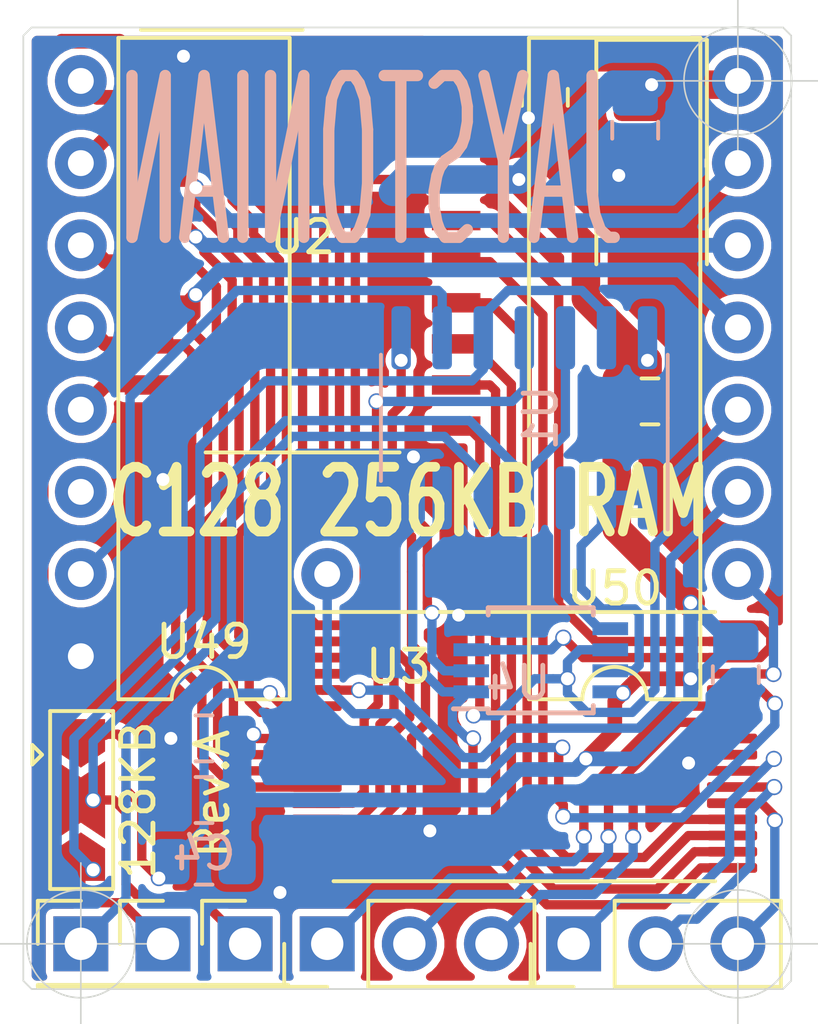
<source format=kicad_pcb>
(kicad_pcb (version 20171130) (host pcbnew "(5.1.5)-3")

  (general
    (thickness 1.6)
    (drawings 15)
    (tracks 675)
    (zones 0)
    (modules 20)
    (nets 40)
  )

  (page A4)
  (layers
    (0 F.Cu signal hide)
    (31 B.Cu signal hide)
    (32 B.Adhes user hide)
    (33 F.Adhes user hide)
    (34 B.Paste user)
    (35 F.Paste user)
    (36 B.SilkS user)
    (37 F.SilkS user)
    (38 B.Mask user)
    (39 F.Mask user)
    (40 Dwgs.User user hide)
    (41 Cmts.User user hide)
    (42 Eco1.User user hide)
    (43 Eco2.User user hide)
    (44 Edge.Cuts user)
    (45 Margin user hide)
    (46 B.CrtYd user hide)
    (47 F.CrtYd user hide)
    (48 B.Fab user hide)
    (49 F.Fab user)
  )

  (setup
    (last_trace_width 0.454)
    (user_trace_width 0.288)
    (user_trace_width 0.454)
    (user_trace_width 0.88)
    (trace_clearance 0.2)
    (zone_clearance 0.233)
    (zone_45_only no)
    (trace_min 0.2)
    (via_size 0.8)
    (via_drill 0.4)
    (via_min_size 0.35)
    (via_min_drill 0.3)
    (user_via 0.5 0.4)
    (uvia_size 0.3)
    (uvia_drill 0.1)
    (uvias_allowed no)
    (uvia_min_size 0.2)
    (uvia_min_drill 0.1)
    (edge_width 0.05)
    (segment_width 0.2)
    (pcb_text_width 0.3)
    (pcb_text_size 1.5 1.5)
    (mod_edge_width 0.12)
    (mod_text_size 1 1)
    (mod_text_width 0.15)
    (pad_size 1.524 1.524)
    (pad_drill 0.762)
    (pad_to_mask_clearance 0.051)
    (solder_mask_min_width 0.25)
    (aux_axis_origin 73.66 114.3)
    (visible_elements 7FFFFFFF)
    (pcbplotparams
      (layerselection 0x010f0_ffffffff)
      (usegerberextensions false)
      (usegerberattributes false)
      (usegerberadvancedattributes false)
      (creategerberjobfile false)
      (excludeedgelayer true)
      (linewidth 0.100000)
      (plotframeref false)
      (viasonmask false)
      (mode 1)
      (useauxorigin false)
      (hpglpennumber 1)
      (hpglpenspeed 20)
      (hpglpendiameter 15.000000)
      (psnegative false)
      (psa4output false)
      (plotreference true)
      (plotvalue true)
      (plotinvisibletext false)
      (padsonsilk false)
      (subtractmaskfromsilk false)
      (outputformat 1)
      (mirror false)
      (drillshape 0)
      (scaleselection 1)
      (outputdirectory "gerber/"))
  )

  (net 0 "")
  (net 1 +5V)
  (net 2 GND)
  (net 3 "Net-(U1-Pad1)")
  (net 4 /MA4)
  (net 5 /MA3)
  (net 6 /MA2)
  (net 7 /MA1)
  (net 8 /MA0)
  (net 9 /MA5)
  (net 10 /MA6)
  (net 11 /MA7)
  (net 12 /A7)
  (net 13 /A6)
  (net 14 /A5)
  (net 15 /A4)
  (net 16 /A3)
  (net 17 /A2)
  (net 18 /A1)
  (net 19 /A0)
  (net 20 /D0)
  (net 21 /D1)
  (net 22 /D2)
  (net 23 /D3)
  (net 24 /D4)
  (net 25 /D5)
  (net 26 /D6)
  (net 27 /D7)
  (net 28 /PULLUP)
  (net 29 /~CAS2)
  (net 30 /~CAS3)
  (net 31 /~CAS0)
  (net 32 "Net-(U1-Pad3)")
  (net 33 /~CAS1)
  (net 34 /~RAS)
  (net 35 /~WE)
  (net 36 /MA17)
  (net 37 /MA16)
  (net 38 "Net-(U1-Pad8)")
  (net 39 /~MCE)

  (net_class Default "This is the default net class."
    (clearance 0.2)
    (trace_width 0.25)
    (via_dia 0.8)
    (via_drill 0.4)
    (uvia_dia 0.3)
    (uvia_drill 0.1)
    (add_net +5V)
    (add_net /A0)
    (add_net /A1)
    (add_net /A2)
    (add_net /A3)
    (add_net /A4)
    (add_net /A5)
    (add_net /A6)
    (add_net /A7)
    (add_net /D0)
    (add_net /D1)
    (add_net /D2)
    (add_net /D3)
    (add_net /D4)
    (add_net /D5)
    (add_net /D6)
    (add_net /D7)
    (add_net /MA0)
    (add_net /MA1)
    (add_net /MA16)
    (add_net /MA17)
    (add_net /MA2)
    (add_net /MA3)
    (add_net /MA4)
    (add_net /MA5)
    (add_net /MA6)
    (add_net /MA7)
    (add_net /PULLUP)
    (add_net /~CAS0)
    (add_net /~CAS1)
    (add_net /~CAS2)
    (add_net /~CAS3)
    (add_net /~MCE)
    (add_net /~RAS)
    (add_net /~WE)
    (add_net GND)
    (add_net "Net-(U1-Pad1)")
    (add_net "Net-(U1-Pad3)")
    (add_net "Net-(U1-Pad8)")
  )

  (module CPU2:DIP-16_W7.62mm-DRAM4164L (layer F.Cu) (tedit 5DD9CE55) (tstamp 5DDA37D1)
    (at 78.74 104.14)
    (descr "16-lead though-hole mounted DIP package, row spacing 7.62 mm (300 mils)")
    (tags "THT DIP DIL PDIP 2.54mm 7.62mm 300mil")
    (path /5DDD4AD1)
    (fp_text reference U49 (at -1.27012 9.7155 180) (layer F.SilkS)
      (effects (font (size 1 1) (thickness 0.15)))
    )
    (fp_text value DRAM-4164 (at -1.27012 -9.94884 180) (layer F.Fab) hide
      (effects (font (size 1 1) (thickness 0.15)))
    )
    (fp_arc (start -1.27012 11.49116) (end -0.27012 11.49116) (angle -180) (layer F.SilkS) (width 0.12))
    (fp_line (start 0.90488 11.43116) (end -4.44512 11.43116) (layer F.Fab) (width 0.1))
    (fp_line (start -4.44512 11.43116) (end -4.44512 -8.88884) (layer F.Fab) (width 0.1))
    (fp_line (start -4.44512 -8.88884) (end 1.90488 -8.88884) (layer F.Fab) (width 0.1))
    (fp_line (start 1.90488 -8.88884) (end 1.90488 10.43116) (layer F.Fab) (width 0.1))
    (fp_line (start 1.90488 10.43116) (end 0.90488 11.43116) (layer F.Fab) (width 0.1))
    (fp_line (start -0.27012 11.49116) (end 1.37988 11.49116) (layer F.SilkS) (width 0.12))
    (fp_line (start 1.37988 11.49116) (end 1.37988 -8.94884) (layer F.SilkS) (width 0.12))
    (fp_line (start 1.37988 -8.94884) (end -3.92012 -8.94884) (layer F.SilkS) (width 0.12))
    (fp_line (start -3.92012 -8.94884) (end -3.92012 11.49116) (layer F.SilkS) (width 0.12))
    (fp_line (start -3.92012 11.49116) (end -2.27012 11.49116) (layer F.SilkS) (width 0.12))
    (fp_line (start -6.16012 -9.13884) (end -6.16012 11.71116) (layer F.CrtYd) (width 0.05))
    (fp_text user %R (at -1.27012 1.27116 180) (layer F.Fab) hide
      (effects (font (size 1 1) (thickness 0.15)))
    )
    (pad 9 thru_hole oval (at -5.08012 -7.61884 180) (size 1.6 1.6) (drill 0.8) (layers *.Cu *.Mask)
      (net 11 /MA7))
    (pad 2 thru_hole oval (at 2.53988 7.62116 180) (size 1.6 1.6) (drill 0.8) (layers *.Cu *.Mask)
      (net 23 /D3))
    (pad 10 thru_hole oval (at -5.08012 -5.07884 180) (size 1.6 1.6) (drill 0.8) (layers *.Cu *.Mask)
      (net 9 /MA5))
    (pad 11 thru_hole oval (at -5.08012 -2.53884 180) (size 1.6 1.6) (drill 0.8) (layers *.Cu *.Mask)
      (net 4 /MA4))
    (pad 12 thru_hole oval (at -5.08012 0.00116 180) (size 1.6 1.6) (drill 0.8) (layers *.Cu *.Mask)
      (net 5 /MA3))
    (pad 13 thru_hole oval (at -5.08012 2.54116 180) (size 1.6 1.6) (drill 0.8) (layers *.Cu *.Mask)
      (net 10 /MA6))
    (pad 14 thru_hole oval (at -5.08012 5.08116 180) (size 1.6 1.6) (drill 0.8) (layers *.Cu *.Mask))
    (pad 15 thru_hole oval (at -5.08012 7.62116 180) (size 1.6 1.6) (drill 0.8) (layers *.Cu *.Mask)
      (net 31 /~CAS0))
    (pad 16 thru_hole oval (at -5.08012 10.16116 180) (size 1.6 1.6) (drill 0.8) (layers *.Cu *.Mask)
      (net 2 GND))
  )

  (module CPU2:DIP-16_W7.62mm-DRAM4164R (layer F.Cu) (tedit 5DD9DA46) (tstamp 5DDA37EA)
    (at 91.44 104.14)
    (descr "16-lead though-hole mounted DIP package, row spacing 7.62 mm (300 mils)")
    (tags "THT DIP DIL PDIP 2.54mm 7.62mm 300mil")
    (path /5DDDB83D)
    (fp_text reference U50 (at -1.27012 8.0645 180) (layer F.SilkS)
      (effects (font (size 1 1) (thickness 0.15)))
    )
    (fp_text value DRAM-4164 (at -1.27012 -9.94884 180) (layer F.Fab) hide
      (effects (font (size 1 1) (thickness 0.15)))
    )
    (fp_text user %R (at -1.27012 1.27116 180) (layer F.Fab) hide
      (effects (font (size 1 1) (thickness 0.15)))
    )
    (fp_line (start 3.63988 11.71116) (end 3.63988 -9.13884) (layer F.CrtYd) (width 0.05))
    (fp_line (start -3.92012 11.49116) (end -2.27012 11.49116) (layer F.SilkS) (width 0.12))
    (fp_line (start -3.92012 -8.94884) (end -3.92012 11.49116) (layer F.SilkS) (width 0.12))
    (fp_line (start 1.37988 -8.94884) (end -3.92012 -8.94884) (layer F.SilkS) (width 0.12))
    (fp_line (start 1.37988 11.49116) (end 1.37988 -8.94884) (layer F.SilkS) (width 0.12))
    (fp_line (start -0.27012 11.49116) (end 1.37988 11.49116) (layer F.SilkS) (width 0.12))
    (fp_line (start 1.90488 10.43116) (end 0.90488 11.43116) (layer F.Fab) (width 0.1))
    (fp_line (start 1.90488 -8.88884) (end 1.90488 10.43116) (layer F.Fab) (width 0.1))
    (fp_line (start -4.44512 -8.88884) (end 1.90488 -8.88884) (layer F.Fab) (width 0.1))
    (fp_line (start -4.44512 11.43116) (end -4.44512 -8.88884) (layer F.Fab) (width 0.1))
    (fp_line (start 0.90488 11.43116) (end -4.44512 11.43116) (layer F.Fab) (width 0.1))
    (fp_arc (start -1.27012 11.49116) (end -0.27012 11.49116) (angle -180) (layer F.SilkS) (width 0.12))
    (pad 8 thru_hole oval (at 2.53988 -7.61884 180) (size 1.6 1.6) (drill 0.8) (layers *.Cu *.Mask)
      (net 1 +5V))
    (pad 7 thru_hole oval (at 2.53988 -5.07884 180) (size 1.6 1.6) (drill 0.8) (layers *.Cu *.Mask)
      (net 7 /MA1))
    (pad 6 thru_hole oval (at 2.53988 -2.53884 180) (size 1.6 1.6) (drill 0.8) (layers *.Cu *.Mask)
      (net 6 /MA2))
    (pad 5 thru_hole oval (at 2.53988 0.00116 180) (size 1.6 1.6) (drill 0.8) (layers *.Cu *.Mask)
      (net 8 /MA0))
    (pad 4 thru_hole oval (at 2.53988 2.54116 180) (size 1.6 1.6) (drill 0.8) (layers *.Cu *.Mask)
      (net 34 /~RAS))
    (pad 3 thru_hole oval (at 2.53988 5.08116 180) (size 1.6 1.6) (drill 0.8) (layers *.Cu *.Mask)
      (net 35 /~WE))
    (pad 2 thru_hole oval (at 2.53988 7.62116 180) (size 1.6 1.6) (drill 0.8) (layers *.Cu *.Mask)
      (net 24 /D4))
  )

  (module Package_SO:SO-20_12.8x7.5mm_P1.27mm (layer F.Cu) (tedit 5A02F2D3) (tstamp 5DD9E164)
    (at 80.518 101.473)
    (descr "SO-20, 12.8x7.5mm, https://www.nxp.com/docs/en/data-sheet/SA605.pdf")
    (tags "S0-20 ")
    (path /5DD96EF7)
    (attr smd)
    (fp_text reference U2 (at 0 -0.127) (layer F.SilkS)
      (effects (font (size 1 1) (thickness 0.15)))
    )
    (fp_text value 74AHCT573 (at 0 7.99) (layer F.Fab)
      (effects (font (size 1 1) (thickness 0.15)))
    )
    (fp_line (start -1.2 -6.4) (end 2.2 -6.4) (layer F.Fab) (width 0.1))
    (fp_line (start 2.2 -6.4) (end 2.2 6.4) (layer F.Fab) (width 0.1))
    (fp_line (start 2.2 6.4) (end -2.2 6.4) (layer F.Fab) (width 0.1))
    (fp_line (start -2.2 6.4) (end -2.2 -5.4) (layer F.Fab) (width 0.1))
    (fp_line (start -2.2 -5.4) (end -1.2 -6.4) (layer F.Fab) (width 0.1))
    (fp_line (start -3 6.53) (end 3 6.53) (layer F.SilkS) (width 0.12))
    (fp_line (start -5 -6.53) (end 0 -6.53) (layer F.SilkS) (width 0.12))
    (fp_line (start -5.7 -6.7) (end 5.7 -6.7) (layer F.CrtYd) (width 0.05))
    (fp_line (start 5.7 -6.7) (end 5.7 6.7) (layer F.CrtYd) (width 0.05))
    (fp_line (start 5.7 6.7) (end -5.7 6.7) (layer F.CrtYd) (width 0.05))
    (fp_line (start -5.7 6.7) (end -5.7 -6.7) (layer F.CrtYd) (width 0.05))
    (fp_text user %R (at 0 0) (layer F.Fab)
      (effects (font (size 1 1) (thickness 0.15)))
    )
    (pad 6 smd rect (at -4.75 0.635) (size 1.5 0.6) (layers F.Cu F.Paste F.Mask)
      (net 4 /MA4))
    (pad 5 smd rect (at -4.75 -0.635) (size 1.5 0.6) (layers F.Cu F.Paste F.Mask)
      (net 6 /MA2))
    (pad 4 smd rect (at -4.75 -1.905) (size 1.5 0.6) (layers F.Cu F.Paste F.Mask)
      (net 7 /MA1))
    (pad 3 smd rect (at -4.75 -3.175) (size 1.5 0.6) (layers F.Cu F.Paste F.Mask)
      (net 9 /MA5))
    (pad 2 smd rect (at -4.75 -4.445) (size 1.5 0.6) (layers F.Cu F.Paste F.Mask)
      (net 11 /MA7))
    (pad 1 smd rect (at -4.75 -5.715) (size 1.5 0.6) (layers F.Cu F.Paste F.Mask)
      (net 2 GND))
    (pad 7 smd rect (at -4.75 1.905) (size 1.5 0.6) (layers F.Cu F.Paste F.Mask)
      (net 8 /MA0))
    (pad 8 smd rect (at -4.75 3.175) (size 1.5 0.6) (layers F.Cu F.Paste F.Mask)
      (net 5 /MA3))
    (pad 9 smd rect (at -4.75 4.445) (size 1.5 0.6) (layers F.Cu F.Paste F.Mask)
      (net 10 /MA6))
    (pad 10 smd rect (at -4.75 5.715) (size 1.5 0.6) (layers F.Cu F.Paste F.Mask)
      (net 2 GND))
    (pad 11 smd rect (at 4.75 5.715) (size 1.5 0.6) (layers F.Cu F.Paste F.Mask)
      (net 34 /~RAS))
    (pad 12 smd rect (at 4.75 4.445) (size 1.5 0.6) (layers F.Cu F.Paste F.Mask)
      (net 13 /A6))
    (pad 13 smd rect (at 4.75 3.175) (size 1.5 0.6) (layers F.Cu F.Paste F.Mask)
      (net 16 /A3))
    (pad 14 smd rect (at 4.75 1.905) (size 1.5 0.6) (layers F.Cu F.Paste F.Mask)
      (net 19 /A0))
    (pad 15 smd rect (at 4.75 0.635) (size 1.5 0.6) (layers F.Cu F.Paste F.Mask)
      (net 15 /A4))
    (pad 16 smd rect (at 4.75 -0.635) (size 1.5 0.6) (layers F.Cu F.Paste F.Mask)
      (net 17 /A2))
    (pad 17 smd rect (at 4.75 -1.905) (size 1.5 0.6) (layers F.Cu F.Paste F.Mask)
      (net 18 /A1))
    (pad 18 smd rect (at 4.75 -3.175) (size 1.5 0.6) (layers F.Cu F.Paste F.Mask)
      (net 14 /A5))
    (pad 19 smd rect (at 4.75 -4.445) (size 1.5 0.6) (layers F.Cu F.Paste F.Mask)
      (net 12 /A7))
    (pad 20 smd rect (at 4.75 -5.715) (size 1.5 0.6) (layers F.Cu F.Paste F.Mask)
      (net 1 +5V))
    (model ${KISYS3DMOD}/Package_SO.3dshapes/SO-20_12.8x7.5mm_P1.27mm.wrl
      (at (xyz 0 0 0))
      (scale (xyz 1 1 1))
      (rotate (xyz 0 0 0))
    )
  )

  (module Connector_PinHeader_2.54mm:PinHeader_1x03_P2.54mm_Vertical (layer F.Cu) (tedit 59FED5CC) (tstamp 5DD9E208)
    (at 88.9 123.19 90)
    (descr "Through hole straight pin header, 1x03, 2.54mm pitch, single row")
    (tags "Through hole pin header THT 1x03 2.54mm single row")
    (path /5DF19D29)
    (fp_text reference X1 (at -0.889 9.271 180) (layer F.SilkS) hide
      (effects (font (size 1 1) (thickness 0.15)))
    )
    (fp_text value x03 (at 0 7.41 90) (layer F.Fab)
      (effects (font (size 1 1) (thickness 0.15)))
    )
    (fp_line (start -0.635 -1.27) (end 1.27 -1.27) (layer F.Fab) (width 0.1))
    (fp_line (start 1.27 -1.27) (end 1.27 6.35) (layer F.Fab) (width 0.1))
    (fp_line (start 1.27 6.35) (end -1.27 6.35) (layer F.Fab) (width 0.1))
    (fp_line (start -1.27 6.35) (end -1.27 -0.635) (layer F.Fab) (width 0.1))
    (fp_line (start -1.27 -0.635) (end -0.635 -1.27) (layer F.Fab) (width 0.1))
    (fp_line (start -1.33 6.41) (end 1.33 6.41) (layer F.SilkS) (width 0.12))
    (fp_line (start -1.33 1.27) (end -1.33 6.41) (layer F.SilkS) (width 0.12))
    (fp_line (start 1.33 1.27) (end 1.33 6.41) (layer F.SilkS) (width 0.12))
    (fp_line (start -1.33 1.27) (end 1.33 1.27) (layer F.SilkS) (width 0.12))
    (fp_line (start -1.33 0) (end -1.33 -1.33) (layer F.SilkS) (width 0.12))
    (fp_line (start -1.33 -1.33) (end 0 -1.33) (layer F.SilkS) (width 0.12))
    (fp_line (start -1.8 -1.8) (end -1.8 6.85) (layer F.CrtYd) (width 0.05))
    (fp_line (start -1.8 6.85) (end 1.8 6.85) (layer F.CrtYd) (width 0.05))
    (fp_line (start 1.8 6.85) (end 1.8 -1.8) (layer F.CrtYd) (width 0.05))
    (fp_line (start 1.8 -1.8) (end -1.8 -1.8) (layer F.CrtYd) (width 0.05))
    (fp_text user %R (at 0 2.54) (layer F.Fab)
      (effects (font (size 1 1) (thickness 0.15)))
    )
    (pad 1 thru_hole rect (at 0 0 90) (size 1.7 1.7) (drill 1) (layers *.Cu *.Mask)
      (net 22 /D2))
    (pad 2 thru_hole oval (at 0 2.54 90) (size 1.7 1.7) (drill 1) (layers *.Cu *.Mask)
      (net 21 /D1))
    (pad 3 thru_hole oval (at 0 5.08 90) (size 1.7 1.7) (drill 1) (layers *.Cu *.Mask)
      (net 20 /D0))
  )

  (module Connector_PinHeader_2.54mm:PinHeader_1x03_P2.54mm_Vertical (layer F.Cu) (tedit 59FED5CC) (tstamp 5DD9E21F)
    (at 81.28 123.19 90)
    (descr "Through hole straight pin header, 1x03, 2.54mm pitch, single row")
    (tags "Through hole pin header THT 1x03 2.54mm single row")
    (path /5DEF9564)
    (fp_text reference X2 (at 0.508 -3.048 90) (layer F.SilkS) hide
      (effects (font (size 1 1) (thickness 0.15)))
    )
    (fp_text value x03 (at 0 7.41 90) (layer F.Fab)
      (effects (font (size 1 1) (thickness 0.15)))
    )
    (fp_text user %R (at 0 2.54) (layer F.Fab)
      (effects (font (size 1 1) (thickness 0.15)))
    )
    (fp_line (start 1.8 -1.8) (end -1.8 -1.8) (layer F.CrtYd) (width 0.05))
    (fp_line (start 1.8 6.85) (end 1.8 -1.8) (layer F.CrtYd) (width 0.05))
    (fp_line (start -1.8 6.85) (end 1.8 6.85) (layer F.CrtYd) (width 0.05))
    (fp_line (start -1.8 -1.8) (end -1.8 6.85) (layer F.CrtYd) (width 0.05))
    (fp_line (start -1.33 -1.33) (end 0 -1.33) (layer F.SilkS) (width 0.12))
    (fp_line (start -1.33 0) (end -1.33 -1.33) (layer F.SilkS) (width 0.12))
    (fp_line (start -1.33 1.27) (end 1.33 1.27) (layer F.SilkS) (width 0.12))
    (fp_line (start 1.33 1.27) (end 1.33 6.41) (layer F.SilkS) (width 0.12))
    (fp_line (start -1.33 1.27) (end -1.33 6.41) (layer F.SilkS) (width 0.12))
    (fp_line (start -1.33 6.41) (end 1.33 6.41) (layer F.SilkS) (width 0.12))
    (fp_line (start -1.27 -0.635) (end -0.635 -1.27) (layer F.Fab) (width 0.1))
    (fp_line (start -1.27 6.35) (end -1.27 -0.635) (layer F.Fab) (width 0.1))
    (fp_line (start 1.27 6.35) (end -1.27 6.35) (layer F.Fab) (width 0.1))
    (fp_line (start 1.27 -1.27) (end 1.27 6.35) (layer F.Fab) (width 0.1))
    (fp_line (start -0.635 -1.27) (end 1.27 -1.27) (layer F.Fab) (width 0.1))
    (pad 3 thru_hole oval (at 0 5.08 90) (size 1.7 1.7) (drill 1) (layers *.Cu *.Mask)
      (net 25 /D5))
    (pad 2 thru_hole oval (at 0 2.54 90) (size 1.7 1.7) (drill 1) (layers *.Cu *.Mask)
      (net 26 /D6))
    (pad 1 thru_hole rect (at 0 0 90) (size 1.7 1.7) (drill 1) (layers *.Cu *.Mask)
      (net 27 /D7))
  )

  (module Connector_PinHeader_2.54mm:PinHeader_1x01_P2.54mm_Vertical (layer F.Cu) (tedit 59FED5CC) (tstamp 602CA95A)
    (at 73.66 123.19)
    (descr "Through hole straight pin header, 1x01, 2.54mm pitch, single row")
    (tags "Through hole pin header THT 1x01 2.54mm single row")
    (path /5DF1F43D)
    (fp_text reference X3 (at 0 -1.651) (layer F.SilkS) hide
      (effects (font (size 1 1) (thickness 0.15)))
    )
    (fp_text value /CASRAM1 (at 0 2.33) (layer F.Fab)
      (effects (font (size 1 1) (thickness 0.15)))
    )
    (fp_line (start -0.635 -1.27) (end 1.27 -1.27) (layer F.Fab) (width 0.1))
    (fp_line (start 1.27 -1.27) (end 1.27 1.27) (layer F.Fab) (width 0.1))
    (fp_line (start 1.27 1.27) (end -1.27 1.27) (layer F.Fab) (width 0.1))
    (fp_line (start -1.27 1.27) (end -1.27 -0.635) (layer F.Fab) (width 0.1))
    (fp_line (start -1.27 -0.635) (end -0.635 -1.27) (layer F.Fab) (width 0.1))
    (fp_line (start -1.33 1.33) (end 1.33 1.33) (layer F.SilkS) (width 0.12))
    (fp_line (start -1.33 1.27) (end -1.33 1.33) (layer F.SilkS) (width 0.12))
    (fp_line (start 1.33 1.27) (end 1.33 1.33) (layer F.SilkS) (width 0.12))
    (fp_line (start -1.33 1.27) (end 1.33 1.27) (layer F.SilkS) (width 0.12))
    (fp_line (start -1.33 0) (end -1.33 -1.33) (layer F.SilkS) (width 0.12))
    (fp_line (start -1.33 -1.33) (end 0 -1.33) (layer F.SilkS) (width 0.12))
    (fp_line (start -1.8 -1.8) (end -1.8 1.8) (layer F.CrtYd) (width 0.05))
    (fp_line (start -1.8 1.8) (end 1.8 1.8) (layer F.CrtYd) (width 0.05))
    (fp_line (start 1.8 1.8) (end 1.8 -1.8) (layer F.CrtYd) (width 0.05))
    (fp_line (start 1.8 -1.8) (end -1.8 -1.8) (layer F.CrtYd) (width 0.05))
    (fp_text user %R (at 0 0 90) (layer F.Fab)
      (effects (font (size 1 1) (thickness 0.15)))
    )
    (pad 1 thru_hole rect (at 0 0) (size 1.7 1.7) (drill 1) (layers *.Cu *.Mask)
      (net 33 /~CAS1))
  )

  (module Jumper:SolderJumper-3_P2.0mm_Open_TrianglePad1.0x1.5mm (layer F.Cu) (tedit 5A64803D) (tstamp 602B8ED9)
    (at 73.66 118.745 270)
    (descr "SMD Solder Jumper, 1x1.5mm Triangular Pads, 0.3mm gap, open")
    (tags "solder jumper open")
    (path /606358AF)
    (attr virtual)
    (fp_text reference 128KB (at 0 -1.775 90) (layer F.SilkS)
      (effects (font (size 1 1) (thickness 0.15)))
    )
    (fp_text value BLOB_128KB (at 0.725 1.925 90) (layer F.Fab)
      (effects (font (size 1 1) (thickness 0.15)))
    )
    (fp_line (start -1.1 1.5) (end -1.4 1.2) (layer F.SilkS) (width 0.12))
    (fp_line (start -1.7 1.5) (end -1.1 1.5) (layer F.SilkS) (width 0.12))
    (fp_line (start -1.4 1.2) (end -1.7 1.5) (layer F.SilkS) (width 0.12))
    (fp_line (start -2.75 0.95) (end -2.75 -1) (layer F.SilkS) (width 0.12))
    (fp_line (start 2.75 0.95) (end -2.75 0.95) (layer F.SilkS) (width 0.12))
    (fp_line (start 2.75 -1) (end 2.75 0.95) (layer F.SilkS) (width 0.12))
    (fp_line (start -2.75 -1) (end 2.75 -1) (layer F.SilkS) (width 0.12))
    (fp_line (start -2.98 -1.27) (end 3 -1.27) (layer F.CrtYd) (width 0.05))
    (fp_line (start -2.98 -1.27) (end -2.98 1.25) (layer F.CrtYd) (width 0.05))
    (fp_line (start 3 1.25) (end 3 -1.27) (layer F.CrtYd) (width 0.05))
    (fp_line (start 3 1.25) (end -2.98 1.25) (layer F.CrtYd) (width 0.05))
    (pad "" smd rect (at 1.2 0 270) (size 1.5 1.5) (layers F.Mask))
    (pad "" smd rect (at -1.2 0 270) (size 1.5 1.5) (layers F.Mask))
    (pad 1 smd custom (at -2 0 270) (size 0.3 0.3) (layers F.Cu F.Mask)
      (net 28 /PULLUP) (zone_connect 2)
      (options (clearance outline) (anchor rect))
      (primitives
        (gr_poly (pts
           (xy -0.5 -0.75) (xy 0.5 -0.75) (xy 1 0) (xy 0.5 0.75) (xy -0.5 0.75)
) (width 0))
      ))
    (pad 2 smd custom (at 0 0 270) (size 0.3 0.3) (layers F.Cu)
      (net 30 /~CAS3) (zone_connect 2)
      (options (clearance outline) (anchor rect))
      (primitives
        (gr_poly (pts
           (xy -1.2 -0.75) (xy 1.2 -0.75) (xy 0.7 0) (xy 1.2 0.75) (xy -1.2 0.75)
           (xy -0.7 0)) (width 0))
      ))
    (pad 3 smd custom (at 2 0 90) (size 0.3 0.3) (layers F.Cu F.Mask)
      (net 29 /~CAS2) (zone_connect 2)
      (options (clearance outline) (anchor rect))
      (primitives
        (gr_poly (pts
           (xy -0.5 -0.75) (xy 0.5 -0.75) (xy 1 0) (xy 0.5 0.75) (xy -0.5 0.75)
) (width 0))
      ))
  )

  (module Connector_PinHeader_2.54mm:PinHeader_1x01_P2.54mm_Vertical (layer F.Cu) (tedit 59FED5CC) (tstamp 602CA91E)
    (at 76.2 123.19)
    (descr "Through hole straight pin header, 1x01, 2.54mm pitch, single row")
    (tags "Through hole pin header THT 1x01 2.54mm single row")
    (path /602D6FBE)
    (fp_text reference X4 (at 0 -2.33) (layer F.SilkS) hide
      (effects (font (size 1 1) (thickness 0.15)))
    )
    (fp_text value /CASRAM2 (at 0 2.33) (layer F.Fab)
      (effects (font (size 1 1) (thickness 0.15)))
    )
    (fp_line (start -0.635 -1.27) (end 1.27 -1.27) (layer F.Fab) (width 0.1))
    (fp_line (start 1.27 -1.27) (end 1.27 1.27) (layer F.Fab) (width 0.1))
    (fp_line (start 1.27 1.27) (end -1.27 1.27) (layer F.Fab) (width 0.1))
    (fp_line (start -1.27 1.27) (end -1.27 -0.635) (layer F.Fab) (width 0.1))
    (fp_line (start -1.27 -0.635) (end -0.635 -1.27) (layer F.Fab) (width 0.1))
    (fp_line (start -1.33 1.33) (end 1.33 1.33) (layer F.SilkS) (width 0.12))
    (fp_line (start -1.33 1.27) (end -1.33 1.33) (layer F.SilkS) (width 0.12))
    (fp_line (start 1.33 1.27) (end 1.33 1.33) (layer F.SilkS) (width 0.12))
    (fp_line (start -1.33 1.27) (end 1.33 1.27) (layer F.SilkS) (width 0.12))
    (fp_line (start -1.33 0) (end -1.33 -1.33) (layer F.SilkS) (width 0.12))
    (fp_line (start -1.33 -1.33) (end 0 -1.33) (layer F.SilkS) (width 0.12))
    (fp_line (start -1.8 -1.8) (end -1.8 1.8) (layer F.CrtYd) (width 0.05))
    (fp_line (start -1.8 1.8) (end 1.8 1.8) (layer F.CrtYd) (width 0.05))
    (fp_line (start 1.8 1.8) (end 1.8 -1.8) (layer F.CrtYd) (width 0.05))
    (fp_line (start 1.8 -1.8) (end -1.8 -1.8) (layer F.CrtYd) (width 0.05))
    (fp_text user %R (at 0 0 90) (layer F.Fab)
      (effects (font (size 1 1) (thickness 0.15)))
    )
    (pad 1 thru_hole rect (at 0 0) (size 1.7 1.7) (drill 1) (layers *.Cu *.Mask)
      (net 29 /~CAS2))
  )

  (module Connector_PinHeader_2.54mm:PinHeader_1x01_P2.54mm_Vertical (layer F.Cu) (tedit 59FED5CC) (tstamp 602CA854)
    (at 78.74 123.19)
    (descr "Through hole straight pin header, 1x01, 2.54mm pitch, single row")
    (tags "Through hole pin header THT 1x01 2.54mm single row")
    (path /602DB830)
    (fp_text reference X5 (at 0 -2.33) (layer F.SilkS) hide
      (effects (font (size 1 1) (thickness 0.15)))
    )
    (fp_text value /CASRAM3 (at 0 2.33) (layer F.Fab)
      (effects (font (size 1 1) (thickness 0.15)))
    )
    (fp_text user %R (at 0 0 90) (layer F.Fab)
      (effects (font (size 1 1) (thickness 0.15)))
    )
    (fp_line (start 1.8 -1.8) (end -1.8 -1.8) (layer F.CrtYd) (width 0.05))
    (fp_line (start 1.8 1.8) (end 1.8 -1.8) (layer F.CrtYd) (width 0.05))
    (fp_line (start -1.8 1.8) (end 1.8 1.8) (layer F.CrtYd) (width 0.05))
    (fp_line (start -1.8 -1.8) (end -1.8 1.8) (layer F.CrtYd) (width 0.05))
    (fp_line (start -1.33 -1.33) (end 0 -1.33) (layer F.SilkS) (width 0.12))
    (fp_line (start -1.33 0) (end -1.33 -1.33) (layer F.SilkS) (width 0.12))
    (fp_line (start -1.33 1.27) (end 1.33 1.27) (layer F.SilkS) (width 0.12))
    (fp_line (start 1.33 1.27) (end 1.33 1.33) (layer F.SilkS) (width 0.12))
    (fp_line (start -1.33 1.27) (end -1.33 1.33) (layer F.SilkS) (width 0.12))
    (fp_line (start -1.33 1.33) (end 1.33 1.33) (layer F.SilkS) (width 0.12))
    (fp_line (start -1.27 -0.635) (end -0.635 -1.27) (layer F.Fab) (width 0.1))
    (fp_line (start -1.27 1.27) (end -1.27 -0.635) (layer F.Fab) (width 0.1))
    (fp_line (start 1.27 1.27) (end -1.27 1.27) (layer F.Fab) (width 0.1))
    (fp_line (start 1.27 -1.27) (end 1.27 1.27) (layer F.Fab) (width 0.1))
    (fp_line (start -0.635 -1.27) (end 1.27 -1.27) (layer F.Fab) (width 0.1))
    (pad 1 thru_hole rect (at 0 0) (size 1.7 1.7) (drill 1) (layers *.Cu *.Mask)
      (net 30 /~CAS3))
  )

  (module Capacitor_Tantalum_SMD:CP_EIA-6032-28_Kemet-C_Pad2.25x2.35mm_HandSolder (layer F.Cu) (tedit 5B301BBE) (tstamp 602BFCCA)
    (at 91.313 99.187 270)
    (descr "Tantalum Capacitor SMD Kemet-C (6032-28 Metric), IPC_7351 nominal, (Body size from: http://www.kemet.com/Lists/ProductCatalog/Attachments/253/KEM_TC101_STD.pdf), generated with kicad-footprint-generator")
    (tags "capacitor tantalum")
    (path /5DDB883B)
    (attr smd)
    (fp_text reference C1 (at 0 -2.55 90) (layer F.SilkS) hide
      (effects (font (size 1 1) (thickness 0.15)))
    )
    (fp_text value 22uF (at 0 2.55 90) (layer F.Fab)
      (effects (font (size 1 1) (thickness 0.15)))
    )
    (fp_line (start 3 -1.6) (end -2.2 -1.6) (layer F.Fab) (width 0.1))
    (fp_line (start -2.2 -1.6) (end -3 -0.8) (layer F.Fab) (width 0.1))
    (fp_line (start -3 -0.8) (end -3 1.6) (layer F.Fab) (width 0.1))
    (fp_line (start -3 1.6) (end 3 1.6) (layer F.Fab) (width 0.1))
    (fp_line (start 3 1.6) (end 3 -1.6) (layer F.Fab) (width 0.1))
    (fp_line (start 3 -1.71) (end -3.935 -1.71) (layer F.SilkS) (width 0.12))
    (fp_line (start -3.935 -1.71) (end -3.935 1.71) (layer F.SilkS) (width 0.12))
    (fp_line (start -3.935 1.71) (end 3 1.71) (layer F.SilkS) (width 0.12))
    (fp_line (start -3.92 1.85) (end -3.92 -1.85) (layer F.CrtYd) (width 0.05))
    (fp_line (start -3.92 -1.85) (end 3.92 -1.85) (layer F.CrtYd) (width 0.05))
    (fp_line (start 3.92 -1.85) (end 3.92 1.85) (layer F.CrtYd) (width 0.05))
    (fp_line (start 3.92 1.85) (end -3.92 1.85) (layer F.CrtYd) (width 0.05))
    (fp_text user %R (at 0 0 90) (layer F.Fab)
      (effects (font (size 1 1) (thickness 0.15)))
    )
    (pad 1 smd roundrect (at -2.55 0 270) (size 2.25 2.35) (layers F.Cu F.Paste F.Mask) (roundrect_rratio 0.111111)
      (net 1 +5V))
    (pad 2 smd roundrect (at 2.55 0 270) (size 2.25 2.35) (layers F.Cu F.Paste F.Mask) (roundrect_rratio 0.111111)
      (net 2 GND))
    (model ${KISYS3DMOD}/Capacitor_Tantalum_SMD.3dshapes/CP_EIA-6032-28_Kemet-C.wrl
      (at (xyz 0 0 0))
      (scale (xyz 1 1 1))
      (rotate (xyz 0 0 0))
    )
  )

  (module Capacitor_SMD:C_0805_2012Metric_Pad1.15x1.40mm_HandSolder (layer B.Cu) (tedit 5B36C52B) (tstamp 602BFCDB)
    (at 90.805 98.044 90)
    (descr "Capacitor SMD 0805 (2012 Metric), square (rectangular) end terminal, IPC_7351 nominal with elongated pad for handsoldering. (Body size source: https://docs.google.com/spreadsheets/d/1BsfQQcO9C6DZCsRaXUlFlo91Tg2WpOkGARC1WS5S8t0/edit?usp=sharing), generated with kicad-footprint-generator")
    (tags "capacitor handsolder")
    (path /5DDBCC31)
    (attr smd)
    (fp_text reference C2 (at 0 1.65 90) (layer B.SilkS) hide
      (effects (font (size 1 1) (thickness 0.15)) (justify mirror))
    )
    (fp_text value 0.47uF (at 0 -1.65 90) (layer B.Fab)
      (effects (font (size 1 1) (thickness 0.15)) (justify mirror))
    )
    (fp_line (start -1 -0.6) (end -1 0.6) (layer B.Fab) (width 0.1))
    (fp_line (start -1 0.6) (end 1 0.6) (layer B.Fab) (width 0.1))
    (fp_line (start 1 0.6) (end 1 -0.6) (layer B.Fab) (width 0.1))
    (fp_line (start 1 -0.6) (end -1 -0.6) (layer B.Fab) (width 0.1))
    (fp_line (start -0.261252 0.71) (end 0.261252 0.71) (layer B.SilkS) (width 0.12))
    (fp_line (start -0.261252 -0.71) (end 0.261252 -0.71) (layer B.SilkS) (width 0.12))
    (fp_line (start -1.85 -0.95) (end -1.85 0.95) (layer B.CrtYd) (width 0.05))
    (fp_line (start -1.85 0.95) (end 1.85 0.95) (layer B.CrtYd) (width 0.05))
    (fp_line (start 1.85 0.95) (end 1.85 -0.95) (layer B.CrtYd) (width 0.05))
    (fp_line (start 1.85 -0.95) (end -1.85 -0.95) (layer B.CrtYd) (width 0.05))
    (fp_text user %R (at 0 0 90) (layer B.Fab)
      (effects (font (size 0.5 0.5) (thickness 0.08)) (justify mirror))
    )
    (pad 1 smd roundrect (at -1.025 0 90) (size 1.15 1.4) (layers B.Cu B.Paste B.Mask) (roundrect_rratio 0.217391)
      (net 2 GND))
    (pad 2 smd roundrect (at 1.025 0 90) (size 1.15 1.4) (layers B.Cu B.Paste B.Mask) (roundrect_rratio 0.217391)
      (net 1 +5V))
    (model ${KISYS3DMOD}/Capacitor_SMD.3dshapes/C_0805_2012Metric.wrl
      (at (xyz 0 0 0))
      (scale (xyz 1 1 1))
      (rotate (xyz 0 0 0))
    )
  )

  (module Capacitor_SMD:C_0805_2012Metric_Pad1.15x1.40mm_HandSolder (layer F.Cu) (tedit 5B36C52B) (tstamp 602E123C)
    (at 91.2622 106.426 180)
    (descr "Capacitor SMD 0805 (2012 Metric), square (rectangular) end terminal, IPC_7351 nominal with elongated pad for handsoldering. (Body size source: https://docs.google.com/spreadsheets/d/1BsfQQcO9C6DZCsRaXUlFlo91Tg2WpOkGARC1WS5S8t0/edit?usp=sharing), generated with kicad-footprint-generator")
    (tags "capacitor handsolder")
    (path /6067ED28)
    (attr smd)
    (fp_text reference C3 (at 2.7432 0) (layer F.SilkS) hide
      (effects (font (size 1 1) (thickness 0.15)))
    )
    (fp_text value 0.1uF (at 0 1.65) (layer F.Fab)
      (effects (font (size 1 1) (thickness 0.15)))
    )
    (fp_text user %R (at 0 0) (layer F.Fab)
      (effects (font (size 0.5 0.5) (thickness 0.08)))
    )
    (fp_line (start 1.85 0.95) (end -1.85 0.95) (layer F.CrtYd) (width 0.05))
    (fp_line (start 1.85 -0.95) (end 1.85 0.95) (layer F.CrtYd) (width 0.05))
    (fp_line (start -1.85 -0.95) (end 1.85 -0.95) (layer F.CrtYd) (width 0.05))
    (fp_line (start -1.85 0.95) (end -1.85 -0.95) (layer F.CrtYd) (width 0.05))
    (fp_line (start -0.261252 0.71) (end 0.261252 0.71) (layer F.SilkS) (width 0.12))
    (fp_line (start -0.261252 -0.71) (end 0.261252 -0.71) (layer F.SilkS) (width 0.12))
    (fp_line (start 1 0.6) (end -1 0.6) (layer F.Fab) (width 0.1))
    (fp_line (start 1 -0.6) (end 1 0.6) (layer F.Fab) (width 0.1))
    (fp_line (start -1 -0.6) (end 1 -0.6) (layer F.Fab) (width 0.1))
    (fp_line (start -1 0.6) (end -1 -0.6) (layer F.Fab) (width 0.1))
    (pad 2 smd roundrect (at 1.025 0 180) (size 1.15 1.4) (layers F.Cu F.Paste F.Mask) (roundrect_rratio 0.217391)
      (net 1 +5V))
    (pad 1 smd roundrect (at -1.025 0 180) (size 1.15 1.4) (layers F.Cu F.Paste F.Mask) (roundrect_rratio 0.217391)
      (net 2 GND))
    (model ${KISYS3DMOD}/Capacitor_SMD.3dshapes/C_0805_2012Metric.wrl
      (at (xyz 0 0 0))
      (scale (xyz 1 1 1))
      (rotate (xyz 0 0 0))
    )
  )

  (module Capacitor_SMD:C_0805_2012Metric_Pad1.15x1.40mm_HandSolder (layer B.Cu) (tedit 5B36C52B) (tstamp 602BFCFD)
    (at 77.47 118.745)
    (descr "Capacitor SMD 0805 (2012 Metric), square (rectangular) end terminal, IPC_7351 nominal with elongated pad for handsoldering. (Body size source: https://docs.google.com/spreadsheets/d/1BsfQQcO9C6DZCsRaXUlFlo91Tg2WpOkGARC1WS5S8t0/edit?usp=sharing), generated with kicad-footprint-generator")
    (tags "capacitor handsolder")
    (path /60685475)
    (attr smd)
    (fp_text reference C4 (at 0 1.65) (layer B.SilkS)
      (effects (font (size 1 1) (thickness 0.15)) (justify mirror))
    )
    (fp_text value 0.1uF (at 0 -1.65) (layer B.Fab)
      (effects (font (size 1 1) (thickness 0.15)) (justify mirror))
    )
    (fp_line (start -1 -0.6) (end -1 0.6) (layer B.Fab) (width 0.1))
    (fp_line (start -1 0.6) (end 1 0.6) (layer B.Fab) (width 0.1))
    (fp_line (start 1 0.6) (end 1 -0.6) (layer B.Fab) (width 0.1))
    (fp_line (start 1 -0.6) (end -1 -0.6) (layer B.Fab) (width 0.1))
    (fp_line (start -0.261252 0.71) (end 0.261252 0.71) (layer B.SilkS) (width 0.12))
    (fp_line (start -0.261252 -0.71) (end 0.261252 -0.71) (layer B.SilkS) (width 0.12))
    (fp_line (start -1.85 -0.95) (end -1.85 0.95) (layer B.CrtYd) (width 0.05))
    (fp_line (start -1.85 0.95) (end 1.85 0.95) (layer B.CrtYd) (width 0.05))
    (fp_line (start 1.85 0.95) (end 1.85 -0.95) (layer B.CrtYd) (width 0.05))
    (fp_line (start 1.85 -0.95) (end -1.85 -0.95) (layer B.CrtYd) (width 0.05))
    (fp_text user %R (at 0 0) (layer B.Fab)
      (effects (font (size 0.5 0.5) (thickness 0.08)) (justify mirror))
    )
    (pad 1 smd roundrect (at -1.025 0) (size 1.15 1.4) (layers B.Cu B.Paste B.Mask) (roundrect_rratio 0.217391)
      (net 2 GND))
    (pad 2 smd roundrect (at 1.025 0) (size 1.15 1.4) (layers B.Cu B.Paste B.Mask) (roundrect_rratio 0.217391)
      (net 1 +5V))
    (model ${KISYS3DMOD}/Capacitor_SMD.3dshapes/C_0805_2012Metric.wrl
      (at (xyz 0 0 0))
      (scale (xyz 1 1 1))
      (rotate (xyz 0 0 0))
    )
  )

  (module Capacitor_SMD:C_0805_2012Metric_Pad1.15x1.40mm_HandSolder (layer F.Cu) (tedit 5B36C52B) (tstamp 602BFD0E)
    (at 88.011 97.028 270)
    (descr "Capacitor SMD 0805 (2012 Metric), square (rectangular) end terminal, IPC_7351 nominal with elongated pad for handsoldering. (Body size source: https://docs.google.com/spreadsheets/d/1BsfQQcO9C6DZCsRaXUlFlo91Tg2WpOkGARC1WS5S8t0/edit?usp=sharing), generated with kicad-footprint-generator")
    (tags "capacitor handsolder")
    (path /5DDBAC5D)
    (attr smd)
    (fp_text reference C5 (at 0 -1.65 90) (layer F.SilkS) hide
      (effects (font (size 1 1) (thickness 0.15)))
    )
    (fp_text value 0.1uF (at 0 1.65 90) (layer F.Fab)
      (effects (font (size 1 1) (thickness 0.15)))
    )
    (fp_line (start -1 0.6) (end -1 -0.6) (layer F.Fab) (width 0.1))
    (fp_line (start -1 -0.6) (end 1 -0.6) (layer F.Fab) (width 0.1))
    (fp_line (start 1 -0.6) (end 1 0.6) (layer F.Fab) (width 0.1))
    (fp_line (start 1 0.6) (end -1 0.6) (layer F.Fab) (width 0.1))
    (fp_line (start -0.261252 -0.71) (end 0.261252 -0.71) (layer F.SilkS) (width 0.12))
    (fp_line (start -0.261252 0.71) (end 0.261252 0.71) (layer F.SilkS) (width 0.12))
    (fp_line (start -1.85 0.95) (end -1.85 -0.95) (layer F.CrtYd) (width 0.05))
    (fp_line (start -1.85 -0.95) (end 1.85 -0.95) (layer F.CrtYd) (width 0.05))
    (fp_line (start 1.85 -0.95) (end 1.85 0.95) (layer F.CrtYd) (width 0.05))
    (fp_line (start 1.85 0.95) (end -1.85 0.95) (layer F.CrtYd) (width 0.05))
    (fp_text user %R (at 0 0 90) (layer F.Fab)
      (effects (font (size 0.5 0.5) (thickness 0.08)))
    )
    (pad 1 smd roundrect (at -1.025 0 270) (size 1.15 1.4) (layers F.Cu F.Paste F.Mask) (roundrect_rratio 0.217391)
      (net 1 +5V))
    (pad 2 smd roundrect (at 1.025 0 270) (size 1.15 1.4) (layers F.Cu F.Paste F.Mask) (roundrect_rratio 0.217391)
      (net 2 GND))
    (model ${KISYS3DMOD}/Capacitor_SMD.3dshapes/C_0805_2012Metric.wrl
      (at (xyz 0 0 0))
      (scale (xyz 1 1 1))
      (rotate (xyz 0 0 0))
    )
  )

  (module Capacitor_SMD:C_0805_2012Metric_Pad1.15x1.40mm_HandSolder (layer B.Cu) (tedit 5B36C52B) (tstamp 602BFD2F)
    (at 93.9165 114.8715 270)
    (descr "Capacitor SMD 0805 (2012 Metric), square (rectangular) end terminal, IPC_7351 nominal with elongated pad for handsoldering. (Body size source: https://docs.google.com/spreadsheets/d/1BsfQQcO9C6DZCsRaXUlFlo91Tg2WpOkGARC1WS5S8t0/edit?usp=sharing), generated with kicad-footprint-generator")
    (tags "capacitor handsolder")
    (path /6068BCA0)
    (attr smd)
    (fp_text reference C7 (at 0 1.65 90) (layer B.SilkS) hide
      (effects (font (size 1 1) (thickness 0.15)) (justify mirror))
    )
    (fp_text value 0.1uF (at 0 -1.65 90) (layer B.Fab)
      (effects (font (size 1 1) (thickness 0.15)) (justify mirror))
    )
    (fp_text user %R (at 0 0 90) (layer B.Fab)
      (effects (font (size 0.5 0.5) (thickness 0.08)) (justify mirror))
    )
    (fp_line (start 1.85 -0.95) (end -1.85 -0.95) (layer B.CrtYd) (width 0.05))
    (fp_line (start 1.85 0.95) (end 1.85 -0.95) (layer B.CrtYd) (width 0.05))
    (fp_line (start -1.85 0.95) (end 1.85 0.95) (layer B.CrtYd) (width 0.05))
    (fp_line (start -1.85 -0.95) (end -1.85 0.95) (layer B.CrtYd) (width 0.05))
    (fp_line (start -0.261252 -0.71) (end 0.261252 -0.71) (layer B.SilkS) (width 0.12))
    (fp_line (start -0.261252 0.71) (end 0.261252 0.71) (layer B.SilkS) (width 0.12))
    (fp_line (start 1 -0.6) (end -1 -0.6) (layer B.Fab) (width 0.1))
    (fp_line (start 1 0.6) (end 1 -0.6) (layer B.Fab) (width 0.1))
    (fp_line (start -1 0.6) (end 1 0.6) (layer B.Fab) (width 0.1))
    (fp_line (start -1 -0.6) (end -1 0.6) (layer B.Fab) (width 0.1))
    (pad 2 smd roundrect (at 1.025 0 270) (size 1.15 1.4) (layers B.Cu B.Paste B.Mask) (roundrect_rratio 0.217391)
      (net 2 GND))
    (pad 1 smd roundrect (at -1.025 0 270) (size 1.15 1.4) (layers B.Cu B.Paste B.Mask) (roundrect_rratio 0.217391)
      (net 1 +5V))
    (model ${KISYS3DMOD}/Capacitor_SMD.3dshapes/C_0805_2012Metric.wrl
      (at (xyz 0 0 0))
      (scale (xyz 1 1 1))
      (rotate (xyz 0 0 0))
    )
  )

  (module Resistor_SMD:R_0805_2012Metric_Pad1.15x1.40mm_HandSolder (layer B.Cu) (tedit 5B36C52B) (tstamp 602BFD40)
    (at 77.47 120.65)
    (descr "Resistor SMD 0805 (2012 Metric), square (rectangular) end terminal, IPC_7351 nominal with elongated pad for handsoldering. (Body size source: https://docs.google.com/spreadsheets/d/1BsfQQcO9C6DZCsRaXUlFlo91Tg2WpOkGARC1WS5S8t0/edit?usp=sharing), generated with kicad-footprint-generator")
    (tags "resistor handsolder")
    (path /60606391)
    (attr smd)
    (fp_text reference R1 (at 0 1.65) (layer B.SilkS) hide
      (effects (font (size 1 1) (thickness 0.15)) (justify mirror))
    )
    (fp_text value 5k6 (at 0 -1.65) (layer B.Fab)
      (effects (font (size 1 1) (thickness 0.15)) (justify mirror))
    )
    (fp_line (start -1 -0.6) (end -1 0.6) (layer B.Fab) (width 0.1))
    (fp_line (start -1 0.6) (end 1 0.6) (layer B.Fab) (width 0.1))
    (fp_line (start 1 0.6) (end 1 -0.6) (layer B.Fab) (width 0.1))
    (fp_line (start 1 -0.6) (end -1 -0.6) (layer B.Fab) (width 0.1))
    (fp_line (start -0.261252 0.71) (end 0.261252 0.71) (layer B.SilkS) (width 0.12))
    (fp_line (start -0.261252 -0.71) (end 0.261252 -0.71) (layer B.SilkS) (width 0.12))
    (fp_line (start -1.85 -0.95) (end -1.85 0.95) (layer B.CrtYd) (width 0.05))
    (fp_line (start -1.85 0.95) (end 1.85 0.95) (layer B.CrtYd) (width 0.05))
    (fp_line (start 1.85 0.95) (end 1.85 -0.95) (layer B.CrtYd) (width 0.05))
    (fp_line (start 1.85 -0.95) (end -1.85 -0.95) (layer B.CrtYd) (width 0.05))
    (fp_text user %R (at 0 0) (layer B.Fab)
      (effects (font (size 0.5 0.5) (thickness 0.08)) (justify mirror))
    )
    (pad 1 smd roundrect (at -1.025 0) (size 1.15 1.4) (layers B.Cu B.Paste B.Mask) (roundrect_rratio 0.217391)
      (net 28 /PULLUP))
    (pad 2 smd roundrect (at 1.025 0) (size 1.15 1.4) (layers B.Cu B.Paste B.Mask) (roundrect_rratio 0.217391)
      (net 1 +5V))
    (model ${KISYS3DMOD}/Resistor_SMD.3dshapes/R_0805_2012Metric.wrl
      (at (xyz 0 0 0))
      (scale (xyz 1 1 1))
      (rotate (xyz 0 0 0))
    )
  )

  (module Capacitor_SMD:C_0805_2012Metric_Pad1.15x1.40mm_HandSolder (layer B.Cu) (tedit 5B36C52B) (tstamp 602C03BA)
    (at 77.47 116.84 180)
    (descr "Capacitor SMD 0805 (2012 Metric), square (rectangular) end terminal, IPC_7351 nominal with elongated pad for handsoldering. (Body size source: https://docs.google.com/spreadsheets/d/1BsfQQcO9C6DZCsRaXUlFlo91Tg2WpOkGARC1WS5S8t0/edit?usp=sharing), generated with kicad-footprint-generator")
    (tags "capacitor handsolder")
    (path /5DDBBFDD)
    (attr smd)
    (fp_text reference C6 (at 2.794 0) (layer B.SilkS) hide
      (effects (font (size 1 1) (thickness 0.15)) (justify mirror))
    )
    (fp_text value 0.01uF (at 0 -1.65) (layer B.Fab)
      (effects (font (size 1 1) (thickness 0.15)) (justify mirror))
    )
    (fp_line (start -1 -0.6) (end -1 0.6) (layer B.Fab) (width 0.1))
    (fp_line (start -1 0.6) (end 1 0.6) (layer B.Fab) (width 0.1))
    (fp_line (start 1 0.6) (end 1 -0.6) (layer B.Fab) (width 0.1))
    (fp_line (start 1 -0.6) (end -1 -0.6) (layer B.Fab) (width 0.1))
    (fp_line (start -0.261252 0.71) (end 0.261252 0.71) (layer B.SilkS) (width 0.12))
    (fp_line (start -0.261252 -0.71) (end 0.261252 -0.71) (layer B.SilkS) (width 0.12))
    (fp_line (start -1.85 -0.95) (end -1.85 0.95) (layer B.CrtYd) (width 0.05))
    (fp_line (start -1.85 0.95) (end 1.85 0.95) (layer B.CrtYd) (width 0.05))
    (fp_line (start 1.85 0.95) (end 1.85 -0.95) (layer B.CrtYd) (width 0.05))
    (fp_line (start 1.85 -0.95) (end -1.85 -0.95) (layer B.CrtYd) (width 0.05))
    (fp_text user %R (at 0 0) (layer B.Fab)
      (effects (font (size 0.5 0.5) (thickness 0.08)) (justify mirror))
    )
    (pad 1 smd roundrect (at -1.025 0 180) (size 1.15 1.4) (layers B.Cu B.Paste B.Mask) (roundrect_rratio 0.217391)
      (net 1 +5V))
    (pad 2 smd roundrect (at 1.025 0 180) (size 1.15 1.4) (layers B.Cu B.Paste B.Mask) (roundrect_rratio 0.217391)
      (net 2 GND))
    (model ${KISYS3DMOD}/Capacitor_SMD.3dshapes/C_0805_2012Metric.wrl
      (at (xyz 0 0 0))
      (scale (xyz 1 1 1))
      (rotate (xyz 0 0 0))
    )
  )

  (module Package_SO:TSOP-I-32_11.8x8mm_P0.5mm (layer F.Cu) (tedit 5D9F72B2) (tstamp 602C350F)
    (at 87.376 117.094)
    (descr "TSOP-I, 32 Pin (http://www.issi.com/WW/pdf/61-64C5128AL.pdf), generated with kicad-footprint-generator ipc_gullwing_generator.py")
    (tags "TSOP-I SO")
    (path /609525F5)
    (attr smd)
    (fp_text reference U3 (at -3.89382 -2.46888) (layer F.SilkS)
      (effects (font (size 1 1) (thickness 0.15)))
    )
    (fp_text value AS6C2008A-55TIN (at 0 4.95) (layer F.Fab)
      (effects (font (size 1 1) (thickness 0.15)))
    )
    (fp_line (start 0 4.16) (end 5.9 4.16) (layer F.SilkS) (width 0.12))
    (fp_line (start 0 4.16) (end -5.9 4.16) (layer F.SilkS) (width 0.12))
    (fp_line (start 0 -4.16) (end 5.9 -4.16) (layer F.SilkS) (width 0.12))
    (fp_line (start 0 -4.16) (end -7.2 -4.16) (layer F.SilkS) (width 0.12))
    (fp_line (start -4.9 -4) (end 5.9 -4) (layer F.Fab) (width 0.1))
    (fp_line (start 5.9 -4) (end 5.9 4) (layer F.Fab) (width 0.1))
    (fp_line (start 5.9 4) (end -5.9 4) (layer F.Fab) (width 0.1))
    (fp_line (start -5.9 4) (end -5.9 -3) (layer F.Fab) (width 0.1))
    (fp_line (start -5.9 -3) (end -4.9 -4) (layer F.Fab) (width 0.1))
    (fp_line (start -7.45 -4.25) (end -7.45 4.25) (layer F.CrtYd) (width 0.05))
    (fp_line (start -7.45 4.25) (end 7.45 4.25) (layer F.CrtYd) (width 0.05))
    (fp_line (start 7.45 4.25) (end 7.45 -4.25) (layer F.CrtYd) (width 0.05))
    (fp_line (start 7.45 -4.25) (end -7.45 -4.25) (layer F.CrtYd) (width 0.05))
    (fp_text user %R (at 0 0) (layer F.Fab)
      (effects (font (size 1 1) (thickness 0.15)))
    )
    (pad 1 smd roundrect (at -6.425 -3.75) (size 1.55 0.3) (layers F.Cu F.Paste F.Mask) (roundrect_rratio 0.25)
      (net 11 /MA7))
    (pad 2 smd roundrect (at -6.425 -3.25) (size 1.55 0.3) (layers F.Cu F.Paste F.Mask) (roundrect_rratio 0.25)
      (net 9 /MA5))
    (pad 3 smd roundrect (at -6.425 -2.75) (size 1.55 0.3) (layers F.Cu F.Paste F.Mask) (roundrect_rratio 0.25)
      (net 7 /MA1))
    (pad 4 smd roundrect (at -6.425 -2.25) (size 1.55 0.3) (layers F.Cu F.Paste F.Mask) (roundrect_rratio 0.25)
      (net 6 /MA2))
    (pad 5 smd roundrect (at -6.425 -1.75) (size 1.55 0.3) (layers F.Cu F.Paste F.Mask) (roundrect_rratio 0.25)
      (net 35 /~WE))
    (pad 6 smd roundrect (at -6.425 -1.25) (size 1.55 0.3) (layers F.Cu F.Paste F.Mask) (roundrect_rratio 0.25)
      (net 28 /PULLUP))
    (pad 7 smd roundrect (at -6.425 -0.75) (size 1.55 0.3) (layers F.Cu F.Paste F.Mask) (roundrect_rratio 0.25)
      (net 4 /MA4))
    (pad 8 smd roundrect (at -6.425 -0.25) (size 1.55 0.3) (layers F.Cu F.Paste F.Mask) (roundrect_rratio 0.25)
      (net 1 +5V))
    (pad 9 smd roundrect (at -6.425 0.25) (size 1.55 0.3) (layers F.Cu F.Paste F.Mask) (roundrect_rratio 0.25)
      (net 8 /MA0))
    (pad 10 smd roundrect (at -6.425 0.75) (size 1.55 0.3) (layers F.Cu F.Paste F.Mask) (roundrect_rratio 0.25)
      (net 5 /MA3))
    (pad 11 smd roundrect (at -6.425 1.25) (size 1.55 0.3) (layers F.Cu F.Paste F.Mask) (roundrect_rratio 0.25)
      (net 10 /MA6))
    (pad 12 smd roundrect (at -6.425 1.75) (size 1.55 0.3) (layers F.Cu F.Paste F.Mask) (roundrect_rratio 0.25)
      (net 12 /A7))
    (pad 13 smd roundrect (at -6.425 2.25) (size 1.55 0.3) (layers F.Cu F.Paste F.Mask) (roundrect_rratio 0.25)
      (net 14 /A5))
    (pad 14 smd roundrect (at -6.425 2.75) (size 1.55 0.3) (layers F.Cu F.Paste F.Mask) (roundrect_rratio 0.25)
      (net 18 /A1))
    (pad 15 smd roundrect (at -6.425 3.25) (size 1.55 0.3) (layers F.Cu F.Paste F.Mask) (roundrect_rratio 0.25)
      (net 36 /MA17))
    (pad 16 smd roundrect (at -6.425 3.75) (size 1.55 0.3) (layers F.Cu F.Paste F.Mask) (roundrect_rratio 0.25)
      (net 37 /MA16))
    (pad 17 smd roundrect (at 6.425 3.75) (size 1.55 0.3) (layers F.Cu F.Paste F.Mask) (roundrect_rratio 0.25)
      (net 13 /A6))
    (pad 18 smd roundrect (at 6.425 3.25) (size 1.55 0.3) (layers F.Cu F.Paste F.Mask) (roundrect_rratio 0.25)
      (net 16 /A3))
    (pad 19 smd roundrect (at 6.425 2.75) (size 1.55 0.3) (layers F.Cu F.Paste F.Mask) (roundrect_rratio 0.25)
      (net 19 /A0))
    (pad 20 smd roundrect (at 6.425 2.25) (size 1.55 0.3) (layers F.Cu F.Paste F.Mask) (roundrect_rratio 0.25)
      (net 15 /A4))
    (pad 21 smd roundrect (at 6.425 1.75) (size 1.55 0.3) (layers F.Cu F.Paste F.Mask) (roundrect_rratio 0.25)
      (net 20 /D0))
    (pad 22 smd roundrect (at 6.425 1.25) (size 1.55 0.3) (layers F.Cu F.Paste F.Mask) (roundrect_rratio 0.25)
      (net 21 /D1))
    (pad 23 smd roundrect (at 6.425 0.75) (size 1.55 0.3) (layers F.Cu F.Paste F.Mask) (roundrect_rratio 0.25)
      (net 22 /D2))
    (pad 24 smd roundrect (at 6.425 0.25) (size 1.55 0.3) (layers F.Cu F.Paste F.Mask) (roundrect_rratio 0.25)
      (net 2 GND))
    (pad 25 smd roundrect (at 6.425 -0.25) (size 1.55 0.3) (layers F.Cu F.Paste F.Mask) (roundrect_rratio 0.25)
      (net 25 /D5))
    (pad 26 smd roundrect (at 6.425 -0.75) (size 1.55 0.3) (layers F.Cu F.Paste F.Mask) (roundrect_rratio 0.25)
      (net 26 /D6))
    (pad 27 smd roundrect (at 6.425 -1.25) (size 1.55 0.3) (layers F.Cu F.Paste F.Mask) (roundrect_rratio 0.25)
      (net 27 /D7))
    (pad 28 smd roundrect (at 6.425 -1.75) (size 1.55 0.3) (layers F.Cu F.Paste F.Mask) (roundrect_rratio 0.25)
      (net 23 /D3))
    (pad 29 smd roundrect (at 6.425 -2.25) (size 1.55 0.3) (layers F.Cu F.Paste F.Mask) (roundrect_rratio 0.25)
      (net 24 /D4))
    (pad 30 smd roundrect (at 6.425 -2.75) (size 1.55 0.3) (layers F.Cu F.Paste F.Mask) (roundrect_rratio 0.25)
      (net 39 /~MCE))
    (pad 31 smd roundrect (at 6.425 -3.25) (size 1.55 0.3) (layers F.Cu F.Paste F.Mask) (roundrect_rratio 0.25)
      (net 17 /A2))
    (pad 32 smd roundrect (at 6.425 -3.75) (size 1.55 0.3) (layers F.Cu F.Paste F.Mask) (roundrect_rratio 0.25)
      (net 39 /~MCE))
    (model ${KISYS3DMOD}/Package_SO.3dshapes/TSOP-I-32_11.8x8mm_P0.5mm.wrl
      (at (xyz 0 0 0))
      (scale (xyz 1 1 1))
      (rotate (xyz 0 0 0))
    )
  )

  (module Package_SO:SOIC-14_3.9x8.7mm_P1.27mm (layer B.Cu) (tedit 5D9F72B1) (tstamp 602C9889)
    (at 87.376 106.934 90)
    (descr "SOIC, 14 Pin (JEDEC MS-012AB, https://www.analog.com/media/en/package-pcb-resources/package/pkg_pdf/soic_narrow-r/r_14.pdf), generated with kicad-footprint-generator ipc_gullwing_generator.py")
    (tags "SOIC SO")
    (path /6097C8FB)
    (attr smd)
    (fp_text reference U1 (at 0 0.508 90) (layer B.SilkS)
      (effects (font (size 1 1) (thickness 0.15)) (justify mirror))
    )
    (fp_text value 74AHCT00 (at 0 -5.28 90) (layer B.Fab)
      (effects (font (size 1 1) (thickness 0.15)) (justify mirror))
    )
    (fp_line (start 0 -4.435) (end 1.95 -4.435) (layer B.SilkS) (width 0.12))
    (fp_line (start 0 -4.435) (end -1.95 -4.435) (layer B.SilkS) (width 0.12))
    (fp_line (start 0 4.435) (end 1.95 4.435) (layer B.SilkS) (width 0.12))
    (fp_line (start 0 4.435) (end -3.45 4.435) (layer B.SilkS) (width 0.12))
    (fp_line (start -0.975 4.325) (end 1.95 4.325) (layer B.Fab) (width 0.1))
    (fp_line (start 1.95 4.325) (end 1.95 -4.325) (layer B.Fab) (width 0.1))
    (fp_line (start 1.95 -4.325) (end -1.95 -4.325) (layer B.Fab) (width 0.1))
    (fp_line (start -1.95 -4.325) (end -1.95 3.35) (layer B.Fab) (width 0.1))
    (fp_line (start -1.95 3.35) (end -0.975 4.325) (layer B.Fab) (width 0.1))
    (fp_line (start -3.7 4.58) (end -3.7 -4.58) (layer B.CrtYd) (width 0.05))
    (fp_line (start -3.7 -4.58) (end 3.7 -4.58) (layer B.CrtYd) (width 0.05))
    (fp_line (start 3.7 -4.58) (end 3.7 4.58) (layer B.CrtYd) (width 0.05))
    (fp_line (start 3.7 4.58) (end -3.7 4.58) (layer B.CrtYd) (width 0.05))
    (fp_text user %R (at 0 0 90) (layer B.Fab)
      (effects (font (size 0.98 0.98) (thickness 0.15)) (justify mirror))
    )
    (pad 1 smd roundrect (at -2.475 3.81 90) (size 1.95 0.6) (layers B.Cu B.Paste B.Mask) (roundrect_rratio 0.25)
      (net 3 "Net-(U1-Pad1)"))
    (pad 2 smd roundrect (at -2.475 2.54 90) (size 1.95 0.6) (layers B.Cu B.Paste B.Mask) (roundrect_rratio 0.25)
      (net 3 "Net-(U1-Pad1)"))
    (pad 3 smd roundrect (at -2.475 1.27 90) (size 1.95 0.6) (layers B.Cu B.Paste B.Mask) (roundrect_rratio 0.25)
      (net 32 "Net-(U1-Pad3)"))
    (pad 4 smd roundrect (at -2.475 0 90) (size 1.95 0.6) (layers B.Cu B.Paste B.Mask) (roundrect_rratio 0.25)
      (net 30 /~CAS3))
    (pad 5 smd roundrect (at -2.475 -1.27 90) (size 1.95 0.6) (layers B.Cu B.Paste B.Mask) (roundrect_rratio 0.25)
      (net 33 /~CAS1))
    (pad 6 smd roundrect (at -2.475 -2.54 90) (size 1.95 0.6) (layers B.Cu B.Paste B.Mask) (roundrect_rratio 0.25)
      (net 37 /MA16))
    (pad 7 smd roundrect (at -2.475 -3.81 90) (size 1.95 0.6) (layers B.Cu B.Paste B.Mask) (roundrect_rratio 0.25)
      (net 2 GND))
    (pad 8 smd roundrect (at 2.475 -3.81 90) (size 1.95 0.6) (layers B.Cu B.Paste B.Mask) (roundrect_rratio 0.25)
      (net 38 "Net-(U1-Pad8)"))
    (pad 9 smd roundrect (at 2.475 -2.54 90) (size 1.95 0.6) (layers B.Cu B.Paste B.Mask) (roundrect_rratio 0.25)
      (net 31 /~CAS0))
    (pad 10 smd roundrect (at 2.475 -1.27 90) (size 1.95 0.6) (layers B.Cu B.Paste B.Mask) (roundrect_rratio 0.25)
      (net 29 /~CAS2))
    (pad 11 smd roundrect (at 2.475 0 90) (size 1.95 0.6) (layers B.Cu B.Paste B.Mask) (roundrect_rratio 0.25)
      (net 36 /MA17))
    (pad 12 smd roundrect (at 2.475 1.27 90) (size 1.95 0.6) (layers B.Cu B.Paste B.Mask) (roundrect_rratio 0.25)
      (net 30 /~CAS3))
    (pad 13 smd roundrect (at 2.475 2.54 90) (size 1.95 0.6) (layers B.Cu B.Paste B.Mask) (roundrect_rratio 0.25)
      (net 29 /~CAS2))
    (pad 14 smd roundrect (at 2.475 3.81 90) (size 1.95 0.6) (layers B.Cu B.Paste B.Mask) (roundrect_rratio 0.25)
      (net 1 +5V))
    (model ${KISYS3DMOD}/Package_SO.3dshapes/SOIC-14_3.9x8.7mm_P1.27mm.wrl
      (at (xyz 0 0 0))
      (scale (xyz 1 1 1))
      (rotate (xyz 0 0 0))
    )
  )

  (module Package_SO:TSSOP-8_3x3mm_P0.65mm (layer B.Cu) (tedit 5A02F25C) (tstamp 602C98A6)
    (at 87.884 114.427)
    (descr "TSSOP8: plastic thin shrink small outline package; 8 leads; body width 3 mm; (see NXP SSOP-TSSOP-VSO-REFLOW.pdf and sot505-1_po.pdf)")
    (tags "SSOP 0.65")
    (path /60987B35)
    (attr smd)
    (fp_text reference U4 (at -0.6985 0.6985) (layer B.SilkS)
      (effects (font (size 1 1) (thickness 0.15)) (justify mirror))
    )
    (fp_text value 74AHCT2G32DP,125 (at 0 -2.55) (layer B.Fab)
      (effects (font (size 1 1) (thickness 0.15)) (justify mirror))
    )
    (fp_line (start -0.5 1.5) (end 1.5 1.5) (layer B.Fab) (width 0.15))
    (fp_line (start 1.5 1.5) (end 1.5 -1.5) (layer B.Fab) (width 0.15))
    (fp_line (start 1.5 -1.5) (end -1.5 -1.5) (layer B.Fab) (width 0.15))
    (fp_line (start -1.5 -1.5) (end -1.5 0.5) (layer B.Fab) (width 0.15))
    (fp_line (start -1.5 0.5) (end -0.5 1.5) (layer B.Fab) (width 0.15))
    (fp_line (start -2.95 1.8) (end -2.95 -1.8) (layer B.CrtYd) (width 0.05))
    (fp_line (start 2.95 1.8) (end 2.95 -1.8) (layer B.CrtYd) (width 0.05))
    (fp_line (start -2.95 1.8) (end 2.95 1.8) (layer B.CrtYd) (width 0.05))
    (fp_line (start -2.95 -1.8) (end 2.95 -1.8) (layer B.CrtYd) (width 0.05))
    (fp_line (start -1.625 1.625) (end -1.625 1.5) (layer B.SilkS) (width 0.15))
    (fp_line (start 1.625 1.625) (end 1.625 1.4) (layer B.SilkS) (width 0.15))
    (fp_line (start 1.625 -1.625) (end 1.625 -1.4) (layer B.SilkS) (width 0.15))
    (fp_line (start -1.625 -1.625) (end -1.625 -1.4) (layer B.SilkS) (width 0.15))
    (fp_line (start -1.625 1.625) (end 1.625 1.625) (layer B.SilkS) (width 0.15))
    (fp_line (start -1.625 -1.625) (end 1.625 -1.625) (layer B.SilkS) (width 0.15))
    (fp_line (start -1.625 1.5) (end -2.7 1.5) (layer B.SilkS) (width 0.15))
    (fp_text user %R (at 0 0) (layer B.Fab)
      (effects (font (size 0.6 0.6) (thickness 0.15)) (justify mirror))
    )
    (pad 1 smd rect (at -2.15 0.975) (size 1.1 0.4) (layers B.Cu B.Paste B.Mask)
      (net 37 /MA16))
    (pad 2 smd rect (at -2.15 0.325) (size 1.1 0.4) (layers B.Cu B.Paste B.Mask)
      (net 38 "Net-(U1-Pad8)"))
    (pad 3 smd rect (at -2.15 -0.325) (size 1.1 0.4) (layers B.Cu B.Paste B.Mask)
      (net 39 /~MCE))
    (pad 4 smd rect (at -2.15 -0.975) (size 1.1 0.4) (layers B.Cu B.Paste B.Mask)
      (net 2 GND))
    (pad 5 smd rect (at 2.15 -0.975) (size 1.1 0.4) (layers B.Cu B.Paste B.Mask)
      (net 32 "Net-(U1-Pad3)"))
    (pad 6 smd rect (at 2.15 -0.325) (size 1.1 0.4) (layers B.Cu B.Paste B.Mask)
      (net 34 /~RAS))
    (pad 7 smd rect (at 2.15 0.325) (size 1.1 0.4) (layers B.Cu B.Paste B.Mask)
      (net 3 "Net-(U1-Pad1)"))
    (pad 8 smd rect (at 2.15 0.975) (size 1.1 0.4) (layers B.Cu B.Paste B.Mask)
      (net 1 +5V))
    (model ${KISYS3DMOD}/Package_SO.3dshapes/TSSOP-8_3x3mm_P0.65mm.wrl
      (at (xyz 0 0 0))
      (scale (xyz 1 1 1))
      (rotate (xyz 0 0 0))
    )
  )

  (target plus (at 73.66 123.19) (size 5) (width 0.05) (layer Edge.Cuts) (tstamp 602E2C6D))
  (target plus (at 93.98 123.19) (size 5) (width 0.05) (layer Edge.Cuts) (tstamp 602E2C6C))
  (target plus (at 93.98 96.52) (size 5) (width 0.05) (layer Edge.Cuts))
  (gr_text Rev.A (at 77.724 118.5545 90) (layer F.SilkS)
    (effects (font (size 1 1) (thickness 0.15)))
  )
  (gr_text JAYSTONIAN (at 82.6135 99.06) (layer B.SilkS)
    (effects (font (size 5 1.8) (thickness 0.35)) (justify mirror))
  )
  (gr_text "C128 256KB RAM" (at 83.82 109.5375) (layer F.SilkS)
    (effects (font (size 2 1.4) (thickness 0.3)))
  )
  (gr_poly (pts (xy 74.422 120.269) (xy 72.898 120.269) (xy 72.898 117.221) (xy 74.422 117.221)) (layer F.Mask) (width 0.1))
  (gr_line (start 95.631 124.333) (end 95.377 124.587) (layer Edge.Cuts) (width 0.05) (tstamp 602CAFF1))
  (gr_line (start 95.631 95.123) (end 95.631 124.333) (layer Edge.Cuts) (width 0.05))
  (gr_line (start 95.377 94.869) (end 95.631 95.123) (layer Edge.Cuts) (width 0.05))
  (gr_line (start 72.136 94.869) (end 95.377 94.869) (layer Edge.Cuts) (width 0.05))
  (gr_line (start 72.136 94.869) (end 71.882 95.123) (layer Edge.Cuts) (width 0.05) (tstamp 602CAFED))
  (gr_line (start 71.882 124.333) (end 71.882 95.123) (layer Edge.Cuts) (width 0.05))
  (gr_line (start 71.882 124.333) (end 72.136 124.587) (layer Edge.Cuts) (width 0.05) (tstamp 602CAA7D))
  (gr_line (start 95.377 124.587) (end 72.136 124.587) (layer Edge.Cuts) (width 0.05))

  (via (at 90.424 115.443) (size 0.5) (drill 0.4) (layers F.Cu B.Cu) (net 1))
  (via (at 91.186 105.156) (size 0.5) (drill 0.4) (layers F.Cu B.Cu) (net 1))
  (segment (start 87.766 95.758) (end 88.011 96.003) (width 0.454) (layer F.Cu) (net 1) (status 30))
  (segment (start 85.268 95.758) (end 87.766 95.758) (width 0.454) (layer F.Cu) (net 1) (status 30))
  (segment (start 90.679 96.003) (end 91.313 96.637) (width 0.454) (layer F.Cu) (net 1) (status 30))
  (segment (start 88.011 96.003) (end 90.679 96.003) (width 0.454) (layer F.Cu) (net 1) (status 30))
  (segment (start 93.86404 96.637) (end 93.97988 96.52116) (width 0.88) (layer F.Cu) (net 1) (status 30))
  (segment (start 91.313 96.637) (end 93.86404 96.637) (width 0.88) (layer F.Cu) (net 1) (status 30))
  (via (at 91.313 96.637) (size 0.8) (drill 0.4) (layers F.Cu B.Cu) (net 1) (status 30))
  (segment (start 90.138 96.637) (end 87.207 99.568) (width 0.88) (layer B.Cu) (net 1) (status 10))
  (segment (start 91.313 96.637) (end 90.138 96.637) (width 0.88) (layer B.Cu) (net 1) (status 30))
  (segment (start 80.951 116.844) (end 79.76 116.844) (width 0.288) (layer F.Cu) (net 1) (status 10))
  (segment (start 79.76 116.844) (end 79.125 116.844) (width 0.288) (layer F.Cu) (net 1))
  (segment (start 79.125 116.844) (end 78.994 116.713) (width 0.288) (layer F.Cu) (net 1))
  (via (at 78.994 116.713) (size 0.5) (drill 0.4) (layers F.Cu B.Cu) (net 1))
  (via (at 87.207 99.568) (size 0.8) (drill 0.4) (layers F.Cu B.Cu) (net 1))
  (segment (start 87.207 99.568) (end 83.693 99.568) (width 0.88) (layer B.Cu) (net 1))
  (segment (start 83.693 99.568) (end 83.312 99.949) (width 0.88) (layer B.Cu) (net 1))
  (segment (start 91.186 105.156) (end 91.186 105.509553) (width 0.88) (layer F.Cu) (net 1))
  (segment (start 91.186 105.4772) (end 90.2372 106.426) (width 0.88) (layer F.Cu) (net 1) (status 20))
  (segment (start 91.186 105.156) (end 91.186 105.4772) (width 0.88) (layer F.Cu) (net 1))
  (segment (start 90.2372 105.726) (end 90.424 105.5392) (width 0.88) (layer F.Cu) (net 1) (status 10))
  (segment (start 90.2372 106.426) (end 90.2372 105.726) (width 0.88) (layer F.Cu) (net 1) (status 30))
  (segment (start 90.424 105.5392) (end 90.424 104.648) (width 0.88) (layer F.Cu) (net 1))
  (segment (start 89.281 103.251) (end 90.551 104.521) (width 0.88) (layer F.Cu) (net 1))
  (segment (start 90.424 104.648) (end 90.551 104.521) (width 0.88) (layer F.Cu) (net 1))
  (segment (start 90.551 104.521) (end 91.186 105.156) (width 0.88) (layer F.Cu) (net 1))
  (segment (start 89.281 101.642) (end 87.207 99.568) (width 0.88) (layer F.Cu) (net 1))
  (segment (start 89.281 103.251) (end 89.281 101.642) (width 0.88) (layer F.Cu) (net 1))
  (segment (start 78.495 120.65) (end 78.495 116.84) (width 0.88) (layer B.Cu) (net 1))
  (segment (start 90.2372 106.426) (end 90.2372 106.6128) (width 0.88) (layer F.Cu) (net 1))
  (segment (start 92.5195 114.9985) (end 92.583 114.9985) (width 0.288) (layer F.Cu) (net 1) (tstamp 602DE913))
  (via (at 92.5195 114.9985) (size 0.5) (drill 0.4) (layers F.Cu B.Cu) (net 1))
  (segment (start 90.2372 107.126) (end 90.2335 107.1297) (width 0.88) (layer F.Cu) (net 1))
  (segment (start 90.2372 106.426) (end 90.2372 107.126) (width 0.88) (layer F.Cu) (net 1))
  (segment (start 90.2335 107.1297) (end 90.2335 110.363) (width 0.88) (layer F.Cu) (net 1))
  (segment (start 90.2335 110.363) (end 92.5195 112.649) (width 0.88) (layer F.Cu) (net 1))
  (segment (start 92.5195 112.649) (end 92.5195 112.649) (width 0.88) (layer F.Cu) (net 1) (tstamp 602DF8C7))
  (via (at 92.5195 112.649) (size 0.5) (drill 0.4) (layers F.Cu B.Cu) (net 1))
  (segment (start 93.717 113.8465) (end 93.9165 113.8465) (width 0.454) (layer B.Cu) (net 1))
  (segment (start 92.5195 112.649) (end 93.717 113.8465) (width 0.454) (layer B.Cu) (net 1))
  (segment (start 92.5195 114.9985) (end 92.7645 114.9985) (width 0.454) (layer B.Cu) (net 1))
  (segment (start 90.8685 114.9985) (end 90.424 115.443) (width 0.454) (layer F.Cu) (net 1))
  (segment (start 92.5195 114.9985) (end 90.8685 114.9985) (width 0.454) (layer F.Cu) (net 1))
  (segment (start 90.174001 115.692999) (end 90.174001 116.454999) (width 0.454) (layer F.Cu) (net 1))
  (segment (start 90.424 115.443) (end 90.174001 115.692999) (width 0.454) (layer F.Cu) (net 1))
  (segment (start 92.5195 115.352053) (end 92.5195 114.9985) (width 0.454) (layer B.Cu) (net 1))
  (segment (start 92.5195 115.724302) (end 92.5195 115.352053) (width 0.454) (layer B.Cu) (net 1))
  (segment (start 92.5195 114.9985) (end 92.5195 112.649) (width 0.454) (layer B.Cu) (net 1))
  (segment (start 92.5195 115.2525) (end 93.1545 114.6175) (width 0.454) (layer B.Cu) (net 1))
  (segment (start 92.5195 115.724302) (end 92.5195 115.2525) (width 0.454) (layer B.Cu) (net 1))
  (segment (start 92.7645 114.9985) (end 93.1545 114.6175) (width 0.454) (layer B.Cu) (net 1))
  (segment (start 93.1545 114.6175) (end 93.9165 113.8465) (width 0.454) (layer B.Cu) (net 1))
  (segment (start 90.174001 116.454999) (end 90.174001 116.581999) (width 0.454) (layer F.Cu) (net 1))
  (segment (start 90.174001 116.581999) (end 89.281 117.475) (width 0.454) (layer F.Cu) (net 1))
  (segment (start 89.281 117.475) (end 89.281 117.475) (width 0.454) (layer F.Cu) (net 1) (tstamp 602E0DFF))
  (via (at 89.281 117.475) (size 0.5) (drill 0.4) (layers F.Cu B.Cu) (net 1))
  (segment (start 90.768802 117.475) (end 92.5195 115.724302) (width 0.454) (layer B.Cu) (net 1))
  (segment (start 89.281 117.475) (end 90.768802 117.475) (width 0.454) (layer B.Cu) (net 1))
  (segment (start 82.677 118.745) (end 78.495 118.745) (width 0.454) (layer B.Cu) (net 1))
  (segment (start 86.260302 118.745) (end 82.677 118.745) (width 0.454) (layer B.Cu) (net 1))
  (segment (start 88.953249 117.802751) (end 87.202551 117.802751) (width 0.454) (layer B.Cu) (net 1))
  (segment (start 87.202551 117.802751) (end 86.260302 118.745) (width 0.454) (layer B.Cu) (net 1))
  (segment (start 89.281 117.475) (end 88.953249 117.802751) (width 0.454) (layer B.Cu) (net 1))
  (via (at 90.297 99.441) (size 0.5) (drill 0.4) (layers F.Cu B.Cu) (net 2) (status 30))
  (segment (start 74.549 107.95) (end 75.311 107.188) (width 0.454) (layer F.Cu) (net 2) (status 20))
  (segment (start 73.025 107.823) (end 73.152 107.95) (width 0.454) (layer F.Cu) (net 2))
  (segment (start 72.39 107.823) (end 73.025 107.823) (width 0.454) (layer F.Cu) (net 2))
  (segment (start 75.311 107.188) (end 75.768 107.188) (width 0.454) (layer F.Cu) (net 2) (status 30))
  (segment (start 75.318 95.758) (end 74.854159 95.294159) (width 0.454) (layer F.Cu) (net 2) (status 10))
  (segment (start 75.768 95.758) (end 75.318 95.758) (width 0.454) (layer F.Cu) (net 2) (status 30))
  (segment (start 74.854159 95.294159) (end 73.070919 95.294159) (width 0.454) (layer F.Cu) (net 2))
  (segment (start 73.070919 95.294159) (end 72.39 95.975078) (width 0.454) (layer F.Cu) (net 2))
  (segment (start 88.011 98.053) (end 88.011 98.435) (width 0.88) (layer F.Cu) (net 2) (status 30))
  (segment (start 88.909 98.053) (end 90.297 99.441) (width 0.88) (layer F.Cu) (net 2))
  (segment (start 88.011 98.053) (end 88.909 98.053) (width 0.88) (layer F.Cu) (net 2) (status 10))
  (segment (start 75.768 95.758) (end 76.835 95.758) (width 0.88) (layer F.Cu) (net 2) (status 10))
  (via (at 76.835 95.758) (size 0.8) (drill 0.4) (layers F.Cu B.Cu) (net 2))
  (segment (start 77.400685 95.758) (end 79.305685 97.663) (width 0.88) (layer B.Cu) (net 2))
  (segment (start 76.835 95.758) (end 77.400685 95.758) (width 0.88) (layer B.Cu) (net 2))
  (segment (start 79.305685 97.663) (end 87.503 97.663) (width 0.88) (layer B.Cu) (net 2))
  (via (at 87.503 97.663) (size 0.8) (drill 0.4) (layers F.Cu B.Cu) (net 2) (status 30))
  (segment (start 91.313 101.737) (end 91.323 101.737) (width 0.88) (layer F.Cu) (net 2) (status 30))
  (segment (start 91.313 101.737) (end 91.313 102.862) (width 0.88) (layer F.Cu) (net 2) (status 10))
  (segment (start 91.313 102.862) (end 91.313 103.378) (width 0.88) (layer F.Cu) (net 2))
  (segment (start 91.313 103.378) (end 92.329 104.394) (width 0.88) (layer F.Cu) (net 2))
  (segment (start 92.329 104.394) (end 92.329 105.537) (width 0.88) (layer F.Cu) (net 2))
  (segment (start 92.2872 105.5788) (end 92.329 105.537) (width 0.88) (layer F.Cu) (net 2))
  (segment (start 92.2872 106.426) (end 92.2872 105.5788) (width 0.88) (layer F.Cu) (net 2) (status 10))
  (segment (start 91.313 101.737) (end 91.313 100.076) (width 0.88) (layer F.Cu) (net 2))
  (segment (start 90.678 99.441) (end 90.297 99.441) (width 0.88) (layer F.Cu) (net 2))
  (segment (start 91.313 100.076) (end 90.678 99.441) (width 0.88) (layer F.Cu) (net 2))
  (segment (start 76.445 116.84) (end 76.445 116.84) (width 0.88) (layer B.Cu) (net 2))
  (segment (start 73.115078 107.95) (end 73.66 107.95) (width 0.454) (layer F.Cu) (net 2))
  (segment (start 72.432879 108.632199) (end 73.115078 107.95) (width 0.454) (layer F.Cu) (net 2))
  (segment (start 72.432879 113.074159) (end 72.432879 108.632199) (width 0.454) (layer F.Cu) (net 2))
  (segment (start 73.65988 114.30116) (end 72.432879 113.074159) (width 0.454) (layer F.Cu) (net 2))
  (segment (start 73.66 107.95) (end 74.549 107.95) (width 0.454) (layer F.Cu) (net 2))
  (segment (start 73.152 107.95) (end 73.66 107.95) (width 0.454) (layer F.Cu) (net 2))
  (segment (start 72.432879 107.992879) (end 72.432879 108.632199) (width 0.454) (layer F.Cu) (net 2))
  (segment (start 72.39 107.95) (end 72.432879 107.992879) (width 0.454) (layer F.Cu) (net 2))
  (segment (start 72.39 107.823) (end 72.39 107.95) (width 0.454) (layer F.Cu) (net 2))
  (segment (start 72.39 106.934) (end 72.39 107.224922) (width 0.454) (layer F.Cu) (net 2))
  (segment (start 72.39 106.934) (end 72.39 107.823) (width 0.454) (layer F.Cu) (net 2))
  (segment (start 72.39 107.224922) (end 73.115078 107.95) (width 0.454) (layer F.Cu) (net 2))
  (segment (start 72.39 95.975078) (end 72.39 106.934) (width 0.454) (layer F.Cu) (net 2))
  (segment (start 76.445 116.84) (end 76.445 118.745) (width 0.88) (layer B.Cu) (net 2) (tstamp 602DCB5E))
  (via (at 76.445 116.84) (size 0.8) (drill 0.4) (layers F.Cu B.Cu) (net 2))
  (segment (start 76.19872 116.84) (end 73.65988 114.30116) (width 0.88) (layer F.Cu) (net 2))
  (segment (start 76.445 116.84) (end 76.19872 116.84) (width 0.88) (layer F.Cu) (net 2))
  (segment (start 73.65988 114.30116) (end 75.438 112.52304) (width 0.88) (layer F.Cu) (net 2))
  (segment (start 75.438 112.52304) (end 75.438 107.442) (width 0.88) (layer F.Cu) (net 2))
  (segment (start 75.438 109.728) (end 76.2 108.966) (width 0.88) (layer F.Cu) (net 2))
  (segment (start 75.438 112.52304) (end 75.438 109.728) (width 0.88) (layer F.Cu) (net 2))
  (segment (start 76.2 108.966) (end 76.2 108.839) (width 0.88) (layer F.Cu) (net 2))
  (segment (start 76.2 108.839) (end 76.2 107.569) (width 0.88) (layer F.Cu) (net 2) (tstamp 602DCBDC))
  (via (at 76.2 108.839) (size 0.8) (drill 0.4) (layers F.Cu B.Cu) (net 2))
  (segment (start 93.801 117.344) (end 93.73 117.344) (width 0.288) (layer F.Cu) (net 2))
  (segment (start 93.73 117.344) (end 93.72401 117.34999) (width 0.288) (layer F.Cu) (net 2))
  (segment (start 85.344 113.03) (end 85.344 113.03) (width 0.288) (layer B.Cu) (net 2) (tstamp 602DDFBA))
  (via (at 85.344 113.03) (size 0.5) (drill 0.4) (layers F.Cu B.Cu) (net 2))
  (segment (start 85.344 113.062) (end 85.734 113.452) (width 0.454) (layer B.Cu) (net 2))
  (segment (start 85.344 113.03) (end 85.344 113.062) (width 0.454) (layer B.Cu) (net 2))
  (segment (start 85.344 113.03) (end 85.344 114.8715) (width 0.454) (layer F.Cu) (net 2))
  (segment (start 85.344 114.8715) (end 84.963 115.2525) (width 0.454) (layer F.Cu) (net 2))
  (segment (start 93.78751 117.34999) (end 92.70801 117.34999) (width 0.288) (layer F.Cu) (net 2))
  (segment (start 93.801 117.344) (end 93.7935 117.344) (width 0.288) (layer F.Cu) (net 2))
  (segment (start 93.7935 117.344) (end 93.78751 117.34999) (width 0.288) (layer F.Cu) (net 2))
  (segment (start 92.70801 117.34999) (end 92.456 117.602) (width 0.288) (layer F.Cu) (net 2))
  (via (at 92.456 117.602) (size 0.5) (drill 0.4) (layers F.Cu B.Cu) (net 2))
  (segment (start 83.566 108.712) (end 83.566 109.409) (width 0.454) (layer B.Cu) (net 2))
  (segment (start 83.947 108.1405) (end 83.947 108.1405) (width 0.454) (layer B.Cu) (net 2))
  (segment (start 83.566 108.5215) (end 83.566 108.712) (width 0.454) (layer B.Cu) (net 2))
  (segment (start 83.947 108.1405) (end 83.566 108.5215) (width 0.454) (layer B.Cu) (net 2) (tstamp 602DF41E))
  (via (at 83.947 108.1405) (size 0.5) (drill 0.4) (layers F.Cu B.Cu) (net 2))
  (segment (start 85.344 109.183947) (end 85.344 112.676447) (width 0.454) (layer F.Cu) (net 2))
  (segment (start 85.344 112.676447) (end 85.344 113.03) (width 0.454) (layer F.Cu) (net 2))
  (segment (start 84.300553 108.1405) (end 85.344 109.183947) (width 0.454) (layer F.Cu) (net 2))
  (segment (start 83.947 108.1405) (end 84.300553 108.1405) (width 0.454) (layer F.Cu) (net 2))
  (segment (start 92.456 117.357) (end 93.9165 115.8965) (width 0.454) (layer B.Cu) (net 2))
  (segment (start 92.456 117.602) (end 92.456 117.357) (width 0.454) (layer B.Cu) (net 2))
  (segment (start 79.8195 121.6025) (end 79.8195 121.6025) (width 0.454) (layer B.Cu) (net 2) (tstamp 602E05D1))
  (via (at 79.8195 121.6025) (size 0.5) (drill 0.4) (layers F.Cu B.Cu) (net 2))
  (segment (start 76.445 118.228) (end 79.8195 121.6025) (width 0.454) (layer F.Cu) (net 2))
  (segment (start 76.445 116.84) (end 76.445 118.228) (width 0.454) (layer F.Cu) (net 2))
  (segment (start 84.963 115.2525) (end 84.963 116.586) (width 0.454) (layer F.Cu) (net 2))
  (segment (start 84.963 116.586) (end 84.458037 117.090963) (width 0.454) (layer F.Cu) (net 2))
  (segment (start 84.458037 117.090963) (end 84.458037 119.1895) (width 0.454) (layer F.Cu) (net 2))
  (segment (start 84.458037 119.1895) (end 84.455 119.6975) (width 0.454) (layer F.Cu) (net 2))
  (segment (start 84.455 119.6975) (end 84.458037 119.694463) (width 0.454) (layer F.Cu) (net 2) (tstamp 602E09CB))
  (via (at 84.455 119.6975) (size 0.5) (drill 0.4) (layers F.Cu B.Cu) (net 2))
  (segment (start 86.23271 119.6975) (end 84.808553 119.6975) (width 0.454) (layer B.Cu) (net 2))
  (segment (start 92.456 117.602) (end 91.6305 118.4275) (width 0.454) (layer B.Cu) (net 2))
  (segment (start 91.6305 118.4275) (end 89.253409 118.4275) (width 0.454) (layer B.Cu) (net 2))
  (segment (start 87.354211 118.575999) (end 86.23271 119.6975) (width 0.454) (layer B.Cu) (net 2))
  (segment (start 84.808553 119.6975) (end 84.455 119.6975) (width 0.454) (layer B.Cu) (net 2))
  (segment (start 89.253409 118.4275) (end 89.10491 118.575999) (width 0.454) (layer B.Cu) (net 2))
  (segment (start 89.10491 118.575999) (end 87.354211 118.575999) (width 0.454) (layer B.Cu) (net 2))
  (segment (start 84.101447 119.6975) (end 84.455 119.6975) (width 0.454) (layer B.Cu) (net 2))
  (segment (start 83.96497 119.6975) (end 84.101447 119.6975) (width 0.454) (layer B.Cu) (net 2))
  (segment (start 82.05997 121.6025) (end 83.96497 119.6975) (width 0.454) (layer B.Cu) (net 2))
  (segment (start 79.8195 121.6025) (end 82.05997 121.6025) (width 0.454) (layer B.Cu) (net 2))
  (segment (start 89.916 109.409) (end 91.186 109.409) (width 0.454) (layer B.Cu) (net 3))
  (segment (start 90.928001 114.577201) (end 90.753202 114.752) (width 0.288) (layer B.Cu) (net 3))
  (segment (start 90.928001 112.976799) (end 90.928001 114.577201) (width 0.288) (layer B.Cu) (net 3))
  (segment (start 89.916 110.109) (end 89.13401 110.89099) (width 0.288) (layer B.Cu) (net 3))
  (segment (start 89.916 109.409) (end 89.916 110.109) (width 0.288) (layer B.Cu) (net 3))
  (segment (start 89.13401 110.89099) (end 89.13401 112.19286) (width 0.288) (layer B.Cu) (net 3))
  (segment (start 89.13401 112.19286) (end 89.78065 112.8395) (width 0.288) (layer B.Cu) (net 3))
  (segment (start 90.753202 114.752) (end 90.034 114.752) (width 0.288) (layer B.Cu) (net 3))
  (segment (start 90.790702 112.8395) (end 90.928001 112.976799) (width 0.288) (layer B.Cu) (net 3))
  (segment (start 89.78065 112.8395) (end 90.790702 112.8395) (width 0.288) (layer B.Cu) (net 3))
  (segment (start 73.65988 101.60116) (end 73.91516 101.60116) (width 0.454) (layer F.Cu) (net 4) (status 30))
  (segment (start 74.422 102.108) (end 75.768 102.108) (width 0.454) (layer F.Cu) (net 4) (status 20))
  (segment (start 73.91516 101.60116) (end 74.422 102.108) (width 0.454) (layer F.Cu) (net 4) (status 10))
  (segment (start 78.06502 104.52672) (end 78.06502 105.10657) (width 0.288) (layer F.Cu) (net 4))
  (segment (start 78.55303 105.59458) (end 78.55303 109.821374) (width 0.288) (layer F.Cu) (net 4))
  (segment (start 77.851 104.3127) (end 78.06502 104.52672) (width 0.288) (layer F.Cu) (net 4))
  (segment (start 78.057964 110.316442) (end 78.057963 113.888985) (width 0.288) (layer F.Cu) (net 4))
  (segment (start 77.851 102.879878) (end 77.851 104.3127) (width 0.288) (layer F.Cu) (net 4))
  (segment (start 77.079122 102.108) (end 77.851 102.879878) (width 0.288) (layer F.Cu) (net 4))
  (segment (start 75.768 102.108) (end 77.079122 102.108) (width 0.288) (layer F.Cu) (net 4) (status 10))
  (segment (start 78.06502 105.10657) (end 78.55303 105.59458) (width 0.288) (layer F.Cu) (net 4))
  (segment (start 78.55303 109.821374) (end 78.057964 110.316442) (width 0.288) (layer F.Cu) (net 4))
  (segment (start 78.057963 113.888985) (end 78.867 114.698022) (width 0.288) (layer F.Cu) (net 4))
  (segment (start 78.867 114.698022) (end 78.867 115.687122) (width 0.288) (layer F.Cu) (net 4))
  (segment (start 78.867 115.687122) (end 79.216879 116.037001) (width 0.288) (layer F.Cu) (net 4))
  (segment (start 80.176 116.344) (end 80.951 116.344) (width 0.288) (layer F.Cu) (net 4) (status 30))
  (segment (start 79.405851 116.037001) (end 79.71285 116.344) (width 0.288) (layer F.Cu) (net 4))
  (segment (start 79.71285 116.344) (end 80.176 116.344) (width 0.288) (layer F.Cu) (net 4) (status 20))
  (segment (start 79.216879 116.037001) (end 79.405851 116.037001) (width 0.288) (layer F.Cu) (net 4))
  (segment (start 73.65988 104.14116) (end 73.91516 104.14116) (width 0.454) (layer F.Cu) (net 5) (status 30))
  (segment (start 74.422 104.648) (end 75.768 104.648) (width 0.454) (layer F.Cu) (net 5) (status 20))
  (segment (start 73.91516 104.14116) (end 74.422 104.648) (width 0.454) (layer F.Cu) (net 5) (status 10))
  (segment (start 77.57701 109.417098) (end 77.081946 109.912164) (width 0.288) (layer F.Cu) (net 5))
  (segment (start 75.768 104.648) (end 76.806 104.648) (width 0.288) (layer F.Cu) (net 5) (status 10))
  (segment (start 77.57701 105.99886) (end 77.57701 109.417098) (width 0.288) (layer F.Cu) (net 5))
  (segment (start 76.806 104.648) (end 77.089 104.931) (width 0.288) (layer F.Cu) (net 5))
  (segment (start 77.081946 109.912164) (end 77.081945 114.293267) (width 0.288) (layer F.Cu) (net 5))
  (segment (start 77.089 104.931) (end 77.089 105.51085) (width 0.288) (layer F.Cu) (net 5))
  (segment (start 77.089 105.51085) (end 77.57701 105.99886) (width 0.288) (layer F.Cu) (net 5))
  (segment (start 77.081945 114.293267) (end 77.890981 115.102303) (width 0.288) (layer F.Cu) (net 5))
  (segment (start 78.555728 117.844) (end 80.951 117.844) (width 0.288) (layer F.Cu) (net 5) (status 20))
  (segment (start 77.890981 115.102303) (end 77.890982 117.179254) (width 0.288) (layer F.Cu) (net 5))
  (segment (start 77.890982 117.179254) (end 78.555728 117.844) (width 0.288) (layer F.Cu) (net 5))
  (segment (start 92.84851 101.60116) (end 92.84735 101.6) (width 0.454) (layer B.Cu) (net 6))
  (segment (start 93.97988 101.60116) (end 92.84851 101.60116) (width 0.454) (layer B.Cu) (net 6) (status 10))
  (segment (start 92.84735 101.6) (end 77.597 101.6) (width 0.454) (layer B.Cu) (net 6))
  (segment (start 77.597 101.6) (end 77.47 101.6) (width 0.454) (layer B.Cu) (net 6))
  (segment (start 77.47 101.6) (end 77.216 101.346) (width 0.454) (layer B.Cu) (net 6))
  (via (at 77.216 101.346) (size 0.5) (drill 0.4) (layers F.Cu B.Cu) (net 6))
  (segment (start 76.708 100.838) (end 77.216 101.346) (width 0.454) (layer F.Cu) (net 6))
  (segment (start 75.768 100.838) (end 76.708 100.838) (width 0.454) (layer F.Cu) (net 6) (status 10))
  (segment (start 79.703128 114.844) (end 80.951 114.844) (width 0.288) (layer F.Cu) (net 6) (status 20))
  (segment (start 77.465999 101.804727) (end 78.33901 102.677738) (width 0.288) (layer F.Cu) (net 6))
  (segment (start 78.33901 104.11056) (end 78.55303 104.32458) (width 0.288) (layer F.Cu) (net 6))
  (segment (start 78.545973 110.518581) (end 78.545972 113.686844) (width 0.288) (layer F.Cu) (net 6))
  (segment (start 78.33901 102.677738) (end 78.33901 104.11056) (width 0.288) (layer F.Cu) (net 6))
  (segment (start 78.545972 113.686844) (end 79.703128 114.844) (width 0.288) (layer F.Cu) (net 6))
  (segment (start 77.216 101.346) (end 77.465999 101.595999) (width 0.288) (layer F.Cu) (net 6))
  (segment (start 78.55303 104.32458) (end 78.55303 104.90443) (width 0.288) (layer F.Cu) (net 6))
  (segment (start 77.465999 101.595999) (end 77.465999 101.804727) (width 0.288) (layer F.Cu) (net 6))
  (segment (start 78.55303 104.90443) (end 79.04104 105.39244) (width 0.288) (layer F.Cu) (net 6))
  (segment (start 79.04104 105.39244) (end 79.04104 110.023512) (width 0.288) (layer F.Cu) (net 6))
  (segment (start 79.04104 110.023512) (end 78.545973 110.518581) (width 0.288) (layer F.Cu) (net 6))
  (segment (start 76.972 99.568) (end 77.216 99.822) (width 0.454) (layer F.Cu) (net 7))
  (segment (start 75.768 99.568) (end 76.972 99.568) (width 0.454) (layer F.Cu) (net 7) (status 10))
  (segment (start 77.216 99.822) (end 77.216 99.812) (width 0.454) (layer F.Cu) (net 7) (tstamp 602C08A3))
  (via (at 77.216 99.822) (size 0.5) (drill 0.4) (layers F.Cu B.Cu) (net 7))
  (segment (start 80.176 114.344) (end 80.951 114.344) (width 0.288) (layer F.Cu) (net 7) (status 30))
  (segment (start 78.028211 101.676789) (end 78.82702 102.475598) (width 0.288) (layer F.Cu) (net 7))
  (segment (start 79.893278 114.344) (end 80.176 114.344) (width 0.288) (layer F.Cu) (net 7) (status 20))
  (segment (start 79.04104 104.70229) (end 79.52905 105.1903) (width 0.288) (layer F.Cu) (net 7))
  (segment (start 79.52905 110.22565) (end 79.033982 110.72072) (width 0.288) (layer F.Cu) (net 7))
  (segment (start 77.216 100.457) (end 78.028211 101.269211) (width 0.288) (layer F.Cu) (net 7))
  (segment (start 78.82702 102.475598) (end 78.82702 103.90842) (width 0.288) (layer F.Cu) (net 7))
  (segment (start 77.216 99.822) (end 77.216 100.457) (width 0.288) (layer F.Cu) (net 7))
  (segment (start 79.52905 105.1903) (end 79.52905 110.22565) (width 0.288) (layer F.Cu) (net 7))
  (segment (start 78.82702 103.90842) (end 79.04104 104.12244) (width 0.288) (layer F.Cu) (net 7))
  (segment (start 78.028211 101.269211) (end 78.028211 101.676789) (width 0.288) (layer F.Cu) (net 7))
  (segment (start 79.04104 104.12244) (end 79.04104 104.70229) (width 0.288) (layer F.Cu) (net 7))
  (segment (start 79.033981 113.484703) (end 79.893278 114.344) (width 0.288) (layer F.Cu) (net 7))
  (segment (start 79.033982 110.72072) (end 79.033981 113.484703) (width 0.288) (layer F.Cu) (net 7))
  (segment (start 92.20304 100.838) (end 93.97988 99.06116) (width 0.454) (layer B.Cu) (net 7) (status 20))
  (segment (start 77.216 99.822) (end 78.232 100.838) (width 0.454) (layer B.Cu) (net 7))
  (segment (start 78.232 100.838) (end 92.20304 100.838) (width 0.454) (layer B.Cu) (net 7))
  (segment (start 76.972 103.378) (end 77.216 103.124) (width 0.454) (layer F.Cu) (net 8))
  (segment (start 75.768 103.378) (end 76.972 103.378) (width 0.454) (layer F.Cu) (net 8) (status 10))
  (segment (start 77.216 103.124) (end 77.216 103.134) (width 0.454) (layer F.Cu) (net 8) (tstamp 602C07BC))
  (via (at 77.216 103.124) (size 0.5) (drill 0.4) (layers F.Cu B.Cu) (net 8))
  (segment (start 76.972 103.378) (end 76.972 103.515) (width 0.288) (layer F.Cu) (net 8))
  (segment (start 76.972 103.515) (end 77.089 103.632) (width 0.288) (layer F.Cu) (net 8))
  (segment (start 77.089 103.886) (end 77.216 103.759) (width 0.288) (layer F.Cu) (net 8))
  (segment (start 77.216 103.759) (end 77.216 103.124) (width 0.288) (layer F.Cu) (net 8))
  (segment (start 77.089 103.632) (end 77.089 103.886) (width 0.288) (layer F.Cu) (net 8))
  (segment (start 77.57701 105.30871) (end 77.57701 104.72886) (width 0.288) (layer F.Cu) (net 8))
  (segment (start 78.06502 105.79672) (end 77.57701 105.30871) (width 0.288) (layer F.Cu) (net 8))
  (segment (start 77.569955 110.114303) (end 78.06502 109.619236) (width 0.288) (layer F.Cu) (net 8))
  (segment (start 77.089 104.24085) (end 77.089 103.886) (width 0.288) (layer F.Cu) (net 8))
  (segment (start 77.57701 104.72886) (end 77.089 104.24085) (width 0.288) (layer F.Cu) (net 8))
  (segment (start 78.745878 117.344) (end 78.378991 116.977113) (width 0.288) (layer F.Cu) (net 8))
  (segment (start 80.951 117.344) (end 78.745878 117.344) (width 0.288) (layer F.Cu) (net 8) (status 10))
  (segment (start 78.378991 116.977113) (end 78.37899 114.900162) (width 0.288) (layer F.Cu) (net 8))
  (segment (start 78.37899 114.900162) (end 77.569954 114.091126) (width 0.288) (layer F.Cu) (net 8))
  (segment (start 78.06502 109.619236) (end 78.06502 105.79672) (width 0.288) (layer F.Cu) (net 8))
  (segment (start 77.569954 114.091126) (end 77.569955 110.114303) (width 0.288) (layer F.Cu) (net 8))
  (segment (start 92.20072 102.362) (end 93.97988 104.14116) (width 0.454) (layer B.Cu) (net 8) (status 20))
  (segment (start 77.216 103.124) (end 77.978 102.362) (width 0.454) (layer B.Cu) (net 8))
  (segment (start 77.978 102.362) (end 92.20072 102.362) (width 0.454) (layer B.Cu) (net 8))
  (segment (start 74.42304 98.298) (end 75.768 98.298) (width 0.454) (layer F.Cu) (net 9) (status 20))
  (segment (start 73.65988 99.06116) (end 74.42304 98.298) (width 0.454) (layer F.Cu) (net 9) (status 10))
  (segment (start 79.521991 110.922859) (end 79.52199 113.282562) (width 0.288) (layer F.Cu) (net 9))
  (segment (start 80.01706 110.42779) (end 79.521991 110.922859) (width 0.288) (layer F.Cu) (net 9))
  (segment (start 78.516221 101.067071) (end 78.516221 101.474649) (width 0.288) (layer F.Cu) (net 9))
  (segment (start 79.52199 113.282562) (end 80.083428 113.844) (width 0.288) (layer F.Cu) (net 9))
  (segment (start 75.768 98.298) (end 76.806 98.298) (width 0.288) (layer F.Cu) (net 9) (status 10))
  (segment (start 77.851 99.343) (end 77.851 100.40185) (width 0.288) (layer F.Cu) (net 9))
  (segment (start 79.31503 102.273458) (end 79.31503 103.70628) (width 0.288) (layer F.Cu) (net 9))
  (segment (start 77.851 100.40185) (end 78.516221 101.067071) (width 0.288) (layer F.Cu) (net 9))
  (segment (start 79.52905 103.9203) (end 79.52905 104.50015) (width 0.288) (layer F.Cu) (net 9))
  (segment (start 76.806 98.298) (end 77.851 99.343) (width 0.288) (layer F.Cu) (net 9))
  (segment (start 78.516221 101.474649) (end 79.31503 102.273458) (width 0.288) (layer F.Cu) (net 9))
  (segment (start 79.31503 103.70628) (end 79.52905 103.9203) (width 0.288) (layer F.Cu) (net 9))
  (segment (start 80.083428 113.844) (end 80.951 113.844) (width 0.288) (layer F.Cu) (net 9) (status 20))
  (segment (start 79.52905 104.50015) (end 80.01706 104.98816) (width 0.288) (layer F.Cu) (net 9))
  (segment (start 80.01706 104.98816) (end 80.01706 110.42779) (width 0.288) (layer F.Cu) (net 9))
  (segment (start 73.65988 106.68116) (end 73.65988 106.68012) (width 0.454) (layer F.Cu) (net 10) (status 30))
  (segment (start 74.422 105.918) (end 75.768 105.918) (width 0.454) (layer F.Cu) (net 10) (status 20))
  (segment (start 73.65988 106.68012) (end 74.422 105.918) (width 0.454) (layer F.Cu) (net 10) (status 10))
  (segment (start 80.176 118.344) (end 80.951 118.344) (width 0.288) (layer F.Cu) (net 10) (status 30))
  (segment (start 77.402973 117.381395) (end 78.365578 118.344) (width 0.288) (layer F.Cu) (net 10))
  (segment (start 78.365578 118.344) (end 80.176 118.344) (width 0.288) (layer F.Cu) (net 10) (status 20))
  (segment (start 77.402973 115.304445) (end 77.402973 117.381395) (width 0.288) (layer F.Cu) (net 10))
  (segment (start 76.593936 114.495408) (end 77.402973 115.304445) (width 0.288) (layer F.Cu) (net 10))
  (segment (start 76.593936 110.49) (end 76.593936 114.495408) (width 0.288) (layer F.Cu) (net 10))
  (segment (start 75.768 105.918) (end 76.806 105.918) (width 0.288) (layer F.Cu) (net 10) (status 10))
  (segment (start 76.806 105.918) (end 77.089 106.201) (width 0.288) (layer F.Cu) (net 10))
  (segment (start 77.089 109.21496) (end 76.593937 109.710025) (width 0.288) (layer F.Cu) (net 10))
  (segment (start 77.089 106.201) (end 77.089 109.21496) (width 0.288) (layer F.Cu) (net 10))
  (segment (start 76.593937 109.710025) (end 76.593936 110.49) (width 0.288) (layer F.Cu) (net 10))
  (segment (start 74.16672 97.028) (end 73.65988 96.52116) (width 0.454) (layer F.Cu) (net 11) (status 30))
  (segment (start 75.768 97.028) (end 74.16672 97.028) (width 0.454) (layer F.Cu) (net 11) (status 30))
  (segment (start 80.137 113.157) (end 80.764 113.157) (width 0.288) (layer F.Cu) (net 11))
  (segment (start 80.01 113.03) (end 80.137 113.157) (width 0.288) (layer F.Cu) (net 11))
  (segment (start 80.01 111.125) (end 80.01 113.03) (width 0.288) (layer F.Cu) (net 11))
  (segment (start 80.01706 104.29801) (end 80.518 104.79895) (width 0.288) (layer F.Cu) (net 11))
  (segment (start 78.33901 99.14086) (end 78.33901 100.19971) (width 0.288) (layer F.Cu) (net 11))
  (segment (start 80.518 110.617) (end 80.01 111.125) (width 0.288) (layer F.Cu) (net 11))
  (segment (start 79.004231 101.272509) (end 79.80304 102.071318) (width 0.288) (layer F.Cu) (net 11))
  (segment (start 79.80304 102.071318) (end 79.80304 103.50414) (width 0.288) (layer F.Cu) (net 11))
  (segment (start 77.47 97.692) (end 77.47 98.27185) (width 0.288) (layer F.Cu) (net 11))
  (segment (start 77.47 98.27185) (end 78.33901 99.14086) (width 0.288) (layer F.Cu) (net 11))
  (segment (start 80.01706 103.71816) (end 80.01706 104.29801) (width 0.288) (layer F.Cu) (net 11))
  (segment (start 76.806 97.028) (end 77.47 97.692) (width 0.288) (layer F.Cu) (net 11))
  (segment (start 80.764 113.157) (end 80.951 113.344) (width 0.288) (layer F.Cu) (net 11) (status 20))
  (segment (start 80.518 104.79895) (end 80.518 110.617) (width 0.288) (layer F.Cu) (net 11))
  (segment (start 78.33901 100.19971) (end 79.004231 100.864931) (width 0.288) (layer F.Cu) (net 11))
  (segment (start 79.004231 100.864931) (end 79.004231 101.272509) (width 0.288) (layer F.Cu) (net 11))
  (segment (start 75.768 97.028) (end 76.806 97.028) (width 0.288) (layer F.Cu) (net 11) (status 10))
  (segment (start 79.80304 103.50414) (end 80.01706 103.71816) (width 0.288) (layer F.Cu) (net 11))
  (segment (start 83.298728 97.028) (end 85.268 97.028) (width 0.288) (layer F.Cu) (net 12))
  (segment (start 83.291093 97.028) (end 83.298728 97.028) (width 0.288) (layer F.Cu) (net 12))
  (segment (start 81.172991 108.223991) (end 81.172991 99.146102) (width 0.288) (layer F.Cu) (net 12))
  (segment (start 81.172991 99.146102) (end 83.291093 97.028) (width 0.288) (layer F.Cu) (net 12))
  (segment (start 82.423881 111.212039) (end 82.423881 114.299119) (width 0.288) (layer F.Cu) (net 12))
  (segment (start 81.172991 108.223991) (end 81.172991 109.961149) (width 0.288) (layer F.Cu) (net 12))
  (segment (start 81.172991 109.961149) (end 82.423881 111.212039) (width 0.288) (layer F.Cu) (net 12))
  (segment (start 82.423881 114.299119) (end 82.423 114.3) (width 0.288) (layer F.Cu) (net 12))
  (segment (start 82.423881 114.553119) (end 82.856011 114.985249) (width 0.288) (layer F.Cu) (net 12))
  (segment (start 82.856011 115.771989) (end 82.423 116.205) (width 0.288) (layer F.Cu) (net 12))
  (segment (start 82.423 118.491) (end 82.07 118.844) (width 0.288) (layer F.Cu) (net 12))
  (segment (start 82.856011 114.985249) (end 82.856011 115.771989) (width 0.288) (layer F.Cu) (net 12))
  (segment (start 82.07 118.844) (end 80.951 118.844) (width 0.288) (layer F.Cu) (net 12))
  (segment (start 82.423881 114.299119) (end 82.423881 114.553119) (width 0.288) (layer F.Cu) (net 12))
  (segment (start 82.423 116.205) (end 82.423 118.491) (width 0.288) (layer F.Cu) (net 12))
  (segment (start 92.8335 120.844) (end 93.801 120.844) (width 0.288) (layer F.Cu) (net 13))
  (segment (start 91.694 121.9835) (end 92.8335 120.844) (width 0.288) (layer F.Cu) (net 13))
  (segment (start 88.0745 121.9835) (end 91.694 121.9835) (width 0.288) (layer F.Cu) (net 13))
  (segment (start 85.268 105.918) (end 86.306 105.918) (width 0.288) (layer F.Cu) (net 13))
  (segment (start 86.487 106.099) (end 86.487001 120.396001) (width 0.288) (layer F.Cu) (net 13))
  (segment (start 86.306 105.918) (end 86.487 106.099) (width 0.288) (layer F.Cu) (net 13))
  (segment (start 86.487001 120.396001) (end 88.0745 121.9835) (width 0.288) (layer F.Cu) (net 13))
  (segment (start 81.661 109.759008) (end 82.911891 111.009899) (width 0.288) (layer F.Cu) (net 14))
  (segment (start 82.911891 111.009899) (end 82.911891 114.350979) (width 0.288) (layer F.Cu) (net 14))
  (segment (start 85.268 98.298) (end 82.711243 98.298) (width 0.288) (layer F.Cu) (net 14))
  (segment (start 81.661 99.348243) (end 81.661 109.759008) (width 0.288) (layer F.Cu) (net 14))
  (segment (start 82.711243 98.298) (end 81.661 99.348243) (width 0.288) (layer F.Cu) (net 14))
  (segment (start 82.911891 114.350979) (end 83.344021 114.783109) (width 0.288) (layer F.Cu) (net 14))
  (segment (start 82.91101 116.40714) (end 82.911009 118.693141) (width 0.288) (layer F.Cu) (net 14))
  (segment (start 83.344021 114.783109) (end 83.34402 115.97413) (width 0.288) (layer F.Cu) (net 14))
  (segment (start 83.34402 115.97413) (end 82.91101 116.40714) (width 0.288) (layer F.Cu) (net 14))
  (segment (start 81.726 119.344) (end 80.951 119.344) (width 0.288) (layer F.Cu) (net 14))
  (segment (start 82.911009 118.693141) (end 82.26015 119.344) (width 0.288) (layer F.Cu) (net 14))
  (segment (start 82.26015 119.344) (end 81.726 119.344) (width 0.288) (layer F.Cu) (net 14))
  (segment (start 92.26305 119.344) (end 93.801 119.344) (width 0.288) (layer F.Cu) (net 15))
  (segment (start 91.08758 120.51947) (end 92.26305 119.344) (width 0.288) (layer F.Cu) (net 15))
  (segment (start 87.951029 103.753029) (end 87.951029 119.789579) (width 0.288) (layer F.Cu) (net 15))
  (segment (start 87.951029 119.789579) (end 88.68092 120.51947) (width 0.288) (layer F.Cu) (net 15))
  (segment (start 86.306 102.108) (end 87.951029 103.753029) (width 0.288) (layer F.Cu) (net 15))
  (segment (start 85.268 102.108) (end 86.306 102.108) (width 0.288) (layer F.Cu) (net 15))
  (segment (start 88.68092 120.51947) (end 91.08758 120.51947) (width 0.288) (layer F.Cu) (net 15))
  (segment (start 92.64335 120.344) (end 93.801 120.344) (width 0.288) (layer F.Cu) (net 16))
  (segment (start 85.72615 104.648) (end 86.97501 105.89686) (width 0.288) (layer F.Cu) (net 16))
  (segment (start 85.268 104.648) (end 85.72615 104.648) (width 0.288) (layer F.Cu) (net 16))
  (segment (start 86.97501 105.89686) (end 86.97501 120.19386) (width 0.288) (layer F.Cu) (net 16))
  (segment (start 91.49186 121.49549) (end 92.64335 120.344) (width 0.288) (layer F.Cu) (net 16))
  (segment (start 88.27664 121.49549) (end 91.49186 121.49549) (width 0.288) (layer F.Cu) (net 16))
  (segment (start 86.97501 120.19386) (end 88.27664 121.49549) (width 0.288) (layer F.Cu) (net 16))
  (segment (start 85.268 100.838) (end 86.306 100.838) (width 0.288) (layer F.Cu) (net 17) (status 10))
  (segment (start 86.306 100.838) (end 88.43904 102.97104) (width 0.288) (layer F.Cu) (net 17))
  (segment (start 88.43904 102.97104) (end 88.43904 112.69604) (width 0.288) (layer F.Cu) (net 17))
  (segment (start 89.587 113.844) (end 93.801 113.844) (width 0.288) (layer F.Cu) (net 17))
  (segment (start 88.43904 112.69604) (end 89.587 113.844) (width 0.288) (layer F.Cu) (net 17))
  (segment (start 81.998 119.844) (end 80.951 119.844) (width 0.288) (layer F.Cu) (net 18))
  (segment (start 83.399018 118.895282) (end 82.4503 119.844) (width 0.288) (layer F.Cu) (net 18))
  (segment (start 82.14901 99.84199) (end 82.14901 109.556868) (width 0.288) (layer F.Cu) (net 18))
  (segment (start 82.4503 119.844) (end 81.998 119.844) (width 0.288) (layer F.Cu) (net 18))
  (segment (start 82.423 99.568) (end 82.14901 99.84199) (width 0.288) (layer F.Cu) (net 18))
  (segment (start 85.268 99.568) (end 82.423 99.568) (width 0.288) (layer F.Cu) (net 18))
  (segment (start 83.399901 110.807759) (end 83.399901 114.148839) (width 0.288) (layer F.Cu) (net 18))
  (segment (start 83.4223 116.586) (end 83.399019 116.609281) (width 0.288) (layer F.Cu) (net 18))
  (segment (start 83.399019 116.609281) (end 83.399018 118.895282) (width 0.288) (layer F.Cu) (net 18))
  (segment (start 82.14901 109.556868) (end 83.399901 110.807759) (width 0.288) (layer F.Cu) (net 18))
  (segment (start 83.399901 114.148839) (end 83.83203 114.58097) (width 0.288) (layer F.Cu) (net 18))
  (segment (start 83.439 116.586) (end 83.4223 116.586) (width 0.288) (layer F.Cu) (net 18))
  (segment (start 83.83203 114.58097) (end 83.83203 116.19297) (width 0.288) (layer F.Cu) (net 18))
  (segment (start 83.83203 116.19297) (end 83.439 116.586) (width 0.288) (layer F.Cu) (net 18))
  (segment (start 92.4532 119.844) (end 93.801 119.844) (width 0.288) (layer F.Cu) (net 19))
  (segment (start 91.28972 121.00748) (end 92.4532 119.844) (width 0.288) (layer F.Cu) (net 19))
  (segment (start 87.46302 104.53502) (end 87.463021 119.991721) (width 0.288) (layer F.Cu) (net 19))
  (segment (start 86.306 103.378) (end 87.46302 104.53502) (width 0.288) (layer F.Cu) (net 19))
  (segment (start 88.47878 121.00748) (end 91.28972 121.00748) (width 0.288) (layer F.Cu) (net 19))
  (segment (start 85.268 103.378) (end 86.306 103.378) (width 0.288) (layer F.Cu) (net 19))
  (segment (start 87.463021 119.991721) (end 88.47878 121.00748) (width 0.288) (layer F.Cu) (net 19))
  (segment (start 93.98 123.19) (end 95.123 122.047) (width 0.288) (layer B.Cu) (net 20))
  (segment (start 95.123 122.047) (end 95.123 119.38) (width 0.288) (layer B.Cu) (net 20))
  (segment (start 95.123 119.38) (end 95.123 119.38) (width 0.288) (layer B.Cu) (net 20) (tstamp 602DCD52))
  (via (at 95.123 119.38) (size 0.5) (drill 0.4) (layers F.Cu B.Cu) (net 20))
  (segment (start 94.71999 118.84999) (end 95.123 119.253) (width 0.288) (layer F.Cu) (net 20))
  (segment (start 93.88699 118.84999) (end 94.71999 118.84999) (width 0.288) (layer F.Cu) (net 20))
  (segment (start 95.123 119.253) (end 95.123 119.38) (width 0.288) (layer F.Cu) (net 20))
  (segment (start 93.801 118.844) (end 93.881 118.844) (width 0.288) (layer F.Cu) (net 20))
  (segment (start 93.881 118.844) (end 93.88699 118.84999) (width 0.288) (layer F.Cu) (net 20))
  (segment (start 93.801 118.344) (end 95.103 118.344) (width 0.288) (layer F.Cu) (net 21))
  (segment (start 95.103 118.344) (end 95.103 118.344) (width 0.288) (layer F.Cu) (net 21) (tstamp 602DCE4C))
  (via (at 95.103 118.344) (size 0.5) (drill 0.4) (layers F.Cu B.Cu) (net 21))
  (segment (start 94.361 119.086) (end 95.103 118.344) (width 0.288) (layer B.Cu) (net 21))
  (segment (start 94.361 120.777) (end 94.361 119.086) (width 0.288) (layer B.Cu) (net 21))
  (segment (start 92.71 122.428) (end 94.361 120.777) (width 0.288) (layer B.Cu) (net 21))
  (segment (start 91.44 123.19) (end 92.202 122.428) (width 0.288) (layer B.Cu) (net 21))
  (segment (start 92.202 122.428) (end 92.71 122.428) (width 0.288) (layer B.Cu) (net 21))
  (segment (start 94.723878 117.844) (end 95.092878 117.475) (width 0.288) (layer F.Cu) (net 22))
  (segment (start 93.801 117.844) (end 94.723878 117.844) (width 0.288) (layer F.Cu) (net 22))
  (segment (start 95.092878 117.475) (end 95.092878 117.475) (width 0.288) (layer F.Cu) (net 22) (tstamp 602DCE8C))
  (via (at 95.092878 117.475) (size 0.5) (drill 0.4) (layers F.Cu B.Cu) (net 22))
  (segment (start 89.789 122.301) (end 88.9 123.19) (width 0.288) (layer B.Cu) (net 22))
  (segment (start 93.726 118.841878) (end 93.726 120.523) (width 0.288) (layer B.Cu) (net 22))
  (segment (start 95.092878 117.475) (end 93.726 118.841878) (width 0.288) (layer B.Cu) (net 22))
  (segment (start 92.456 121.793) (end 90.297 121.793) (width 0.288) (layer B.Cu) (net 22))
  (segment (start 93.726 120.523) (end 92.456 121.793) (width 0.288) (layer B.Cu) (net 22))
  (segment (start 90.297 121.793) (end 89.789 122.301) (width 0.288) (layer B.Cu) (net 22))
  (segment (start 94.695898 115.344) (end 95.123 115.771102) (width 0.288) (layer F.Cu) (net 23))
  (segment (start 93.801 115.344) (end 94.695898 115.344) (width 0.288) (layer F.Cu) (net 23))
  (segment (start 95.123 115.771102) (end 95.123 115.771102) (width 0.288) (layer F.Cu) (net 23) (tstamp 602DDD85))
  (via (at 95.123 115.771102) (size 0.5) (drill 0.4) (layers F.Cu B.Cu) (net 23))
  (segment (start 95.123 116.43206) (end 95.123 115.771102) (width 0.288) (layer B.Cu) (net 23))
  (segment (start 88.664498 119.293999) (end 92.261061 119.293999) (width 0.288) (layer B.Cu) (net 23))
  (segment (start 92.261061 119.293999) (end 95.123 116.43206) (width 0.288) (layer B.Cu) (net 23))
  (segment (start 88.623499 119.293999) (end 88.5825 119.253) (width 0.288) (layer B.Cu) (net 23))
  (segment (start 88.664498 119.293999) (end 88.5825 119.253) (width 0.288) (layer B.Cu) (net 23))
  (segment (start 88.5825 119.253) (end 88.5825 119.253) (width 0.288) (layer B.Cu) (net 23) (tstamp 602E0B41))
  (via (at 88.5825 119.253) (size 0.5) (drill 0.4) (layers F.Cu B.Cu) (net 23))
  (segment (start 88.5825 118.899447) (end 88.439039 118.755986) (width 0.288) (layer F.Cu) (net 23))
  (segment (start 88.5825 119.253) (end 88.5825 118.899447) (width 0.288) (layer F.Cu) (net 23))
  (segment (start 88.439039 118.755986) (end 88.439039 117.475) (width 0.288) (layer F.Cu) (net 23))
  (segment (start 88.439039 117.475) (end 88.439039 117.237461) (width 0.288) (layer F.Cu) (net 23))
  (segment (start 88.439039 117.237461) (end 88.55075 117.12575) (width 0.288) (layer F.Cu) (net 23))
  (via (at 88.55075 117.12575) (size 0.5) (drill 0.4) (layers F.Cu B.Cu) (net 23))
  (segment (start 83.44735 116.078) (end 82.1055 116.078) (width 0.288) (layer B.Cu) (net 23))
  (segment (start 84.3915 117.02215) (end 83.44735 116.078) (width 0.288) (layer B.Cu) (net 23))
  (segment (start 82.1055 116.078) (end 81.27988 115.25238) (width 0.288) (layer B.Cu) (net 23))
  (segment (start 87.072022 117.12575) (end 86.275761 117.922011) (width 0.288) (layer B.Cu) (net 23))
  (segment (start 88.55075 117.12575) (end 87.072022 117.12575) (width 0.288) (layer B.Cu) (net 23))
  (segment (start 86.275761 117.922011) (end 85.283011 117.922011) (width 0.288) (layer B.Cu) (net 23))
  (segment (start 84.3915 117.0305) (end 84.3915 117.02215) (width 0.288) (layer B.Cu) (net 23))
  (segment (start 81.27988 115.25238) (end 81.27988 111.76116) (width 0.288) (layer B.Cu) (net 23))
  (segment (start 85.283011 117.922011) (end 84.3915 117.0305) (width 0.288) (layer B.Cu) (net 23))
  (segment (start 93.82299 114.84999) (end 95.08101 114.84999) (width 0.288) (layer F.Cu) (net 24))
  (segment (start 93.801 114.844) (end 93.817 114.844) (width 0.288) (layer F.Cu) (net 24))
  (segment (start 93.817 114.844) (end 93.82299 114.84999) (width 0.288) (layer F.Cu) (net 24))
  (segment (start 95.08101 114.84999) (end 95.08101 114.84999) (width 0.288) (layer F.Cu) (net 24) (tstamp 602CAF2B))
  (via (at 95.08101 114.84999) (size 0.5) (drill 0.4) (layers F.Cu B.Cu) (net 24))
  (segment (start 95.08101 112.86229) (end 95.08101 114.84999) (width 0.288) (layer B.Cu) (net 24))
  (segment (start 93.97988 111.76116) (end 95.08101 112.86229) (width 0.288) (layer B.Cu) (net 24))
  (segment (start 86.36 123.19) (end 87.884 121.666) (width 0.288) (layer B.Cu) (net 25))
  (segment (start 87.884 121.666) (end 89.154 121.666) (width 0.288) (layer B.Cu) (net 25))
  (segment (start 89.154 121.666) (end 89.535 121.666) (width 0.288) (layer B.Cu) (net 25))
  (segment (start 89.535 121.666) (end 90.7415 120.4595) (width 0.288) (layer B.Cu) (net 25))
  (segment (start 90.7415 120.4595) (end 90.7415 119.888) (width 0.288) (layer B.Cu) (net 25))
  (segment (start 90.7415 119.888) (end 90.7415 119.888) (width 0.288) (layer B.Cu) (net 25) (tstamp 602DFF97))
  (via (at 90.7415 119.888) (size 0.5) (drill 0.4) (layers F.Cu B.Cu) (net 25))
  (segment (start 90.7415 118.437378) (end 90.7415 119.534447) (width 0.288) (layer F.Cu) (net 25))
  (segment (start 92.334878 116.844) (end 90.7415 118.437378) (width 0.288) (layer F.Cu) (net 25))
  (segment (start 90.7415 119.534447) (end 90.7415 119.888) (width 0.288) (layer F.Cu) (net 25))
  (segment (start 93.801 116.844) (end 92.334878 116.844) (width 0.288) (layer F.Cu) (net 25))
  (segment (start 83.82 123.19) (end 85.344 121.666) (width 0.288) (layer B.Cu) (net 26))
  (segment (start 85.344 121.666) (end 87.122 121.666) (width 0.288) (layer B.Cu) (net 26))
  (segment (start 87.122 121.666) (end 87.63 121.158) (width 0.288) (layer B.Cu) (net 26))
  (segment (start 87.63 121.158) (end 88.519 121.158) (width 0.288) (layer B.Cu) (net 26))
  (segment (start 88.519 121.158) (end 89.027 121.158) (width 0.288) (layer B.Cu) (net 26))
  (segment (start 93.801 116.344) (end 93.841 116.344) (width 0.288) (layer F.Cu) (net 26))
  (segment (start 93.841 116.344) (end 93.84699 116.34999) (width 0.288) (layer F.Cu) (net 26))
  (segment (start 89.027 121.158) (end 89.0905 121.158) (width 0.288) (layer B.Cu) (net 26))
  (segment (start 89.027 121.158) (end 89.2175 121.158) (width 0.288) (layer B.Cu) (net 26))
  (segment (start 89.2175 121.158) (end 89.9795 120.396) (width 0.288) (layer B.Cu) (net 26))
  (segment (start 89.9795 120.396) (end 89.9795 119.888) (width 0.288) (layer B.Cu) (net 26))
  (segment (start 89.9795 119.888) (end 89.9795 119.888) (width 0.288) (layer B.Cu) (net 26) (tstamp 602DFFD7))
  (via (at 89.9795 119.888) (size 0.5) (drill 0.4) (layers F.Cu B.Cu) (net 26))
  (segment (start 89.9795 119.534447) (end 89.9795 119.888) (width 0.288) (layer F.Cu) (net 26))
  (segment (start 89.9795 118.509228) (end 89.9795 119.534447) (width 0.288) (layer F.Cu) (net 26))
  (segment (start 92.144728 116.344) (end 89.9795 118.509228) (width 0.288) (layer F.Cu) (net 26))
  (segment (start 93.801 116.344) (end 92.144728 116.344) (width 0.288) (layer F.Cu) (net 26))
  (segment (start 89.281 119.888) (end 89.281 119.888) (width 0.288) (layer B.Cu) (net 27) (tstamp 602E0017))
  (via (at 89.2175 119.888) (size 0.5) (drill 0.4) (layers F.Cu B.Cu) (net 27))
  (segment (start 89.2175 120.3325) (end 89.2175 119.888) (width 0.288) (layer B.Cu) (net 27))
  (segment (start 87.376 120.65) (end 88.9 120.65) (width 0.288) (layer B.Cu) (net 27))
  (segment (start 82.804 121.666) (end 84.582 121.666) (width 0.288) (layer B.Cu) (net 27))
  (segment (start 88.9 120.65) (end 89.2175 120.3325) (width 0.288) (layer B.Cu) (net 27))
  (segment (start 81.28 123.19) (end 82.804 121.666) (width 0.288) (layer B.Cu) (net 27))
  (segment (start 84.582 121.666) (end 85.09 121.158) (width 0.288) (layer B.Cu) (net 27))
  (segment (start 85.09 121.158) (end 86.868 121.158) (width 0.288) (layer B.Cu) (net 27))
  (segment (start 86.868 121.158) (end 87.376 120.65) (width 0.288) (layer B.Cu) (net 27))
  (segment (start 93.801 115.844) (end 91.954578 115.844) (width 0.288) (layer F.Cu) (net 27))
  (segment (start 89.2175 118.581078) (end 89.2175 119.888) (width 0.288) (layer F.Cu) (net 27))
  (segment (start 91.954578 115.844) (end 89.2175 118.581078) (width 0.288) (layer F.Cu) (net 27))
  (via (at 79.502 115.443) (size 0.5) (drill 0.4) (layers F.Cu B.Cu) (net 28))
  (segment (start 79.903 115.844) (end 79.502 115.443) (width 0.288) (layer F.Cu) (net 28))
  (segment (start 80.951 115.844) (end 79.903 115.844) (width 0.288) (layer F.Cu) (net 28) (status 10))
  (segment (start 74.41 116.745) (end 74.442 116.713) (width 0.288) (layer F.Cu) (net 28))
  (segment (start 73.66 116.745) (end 74.41 116.745) (width 0.288) (layer F.Cu) (net 28))
  (segment (start 74.442 116.713) (end 74.803 116.713) (width 0.288) (layer F.Cu) (net 28))
  (segment (start 74.803 116.713) (end 75.057 116.967) (width 0.288) (layer F.Cu) (net 28))
  (segment (start 75.057 116.967) (end 75.057 118.364) (width 0.288) (layer F.Cu) (net 28))
  (segment (start 75.057 118.364) (end 75.057 118.43585) (width 0.288) (layer F.Cu) (net 28))
  (segment (start 75.057 118.43585) (end 75.54501 118.92386) (width 0.288) (layer F.Cu) (net 28))
  (segment (start 75.54501 118.92386) (end 75.54501 120.63001) (width 0.288) (layer F.Cu) (net 28))
  (segment (start 75.54501 120.63001) (end 76.073 121.158) (width 0.288) (layer F.Cu) (net 28))
  (segment (start 76.073 121.158) (end 76.073 121.158) (width 0.288) (layer F.Cu) (net 28) (tstamp 602DBFA3))
  (via (at 76.073 121.158) (size 0.5) (drill 0.4) (layers F.Cu B.Cu) (net 28))
  (segment (start 77.47 119.634) (end 77.47 116.078) (width 0.288) (layer B.Cu) (net 28))
  (segment (start 76.445 120.65) (end 76.454 120.65) (width 0.288) (layer B.Cu) (net 28))
  (segment (start 78.105 115.443) (end 79.502 115.443) (width 0.288) (layer B.Cu) (net 28))
  (segment (start 77.47 116.078) (end 78.105 115.443) (width 0.288) (layer B.Cu) (net 28))
  (segment (start 76.454 120.65) (end 77.47 119.634) (width 0.288) (layer B.Cu) (net 28))
  (segment (start 74.041 121.92) (end 73.66 121.539) (width 0.288) (layer F.Cu) (net 29))
  (segment (start 76.2 123.19) (end 74.93 121.92) (width 0.288) (layer F.Cu) (net 29))
  (segment (start 74.93 121.92) (end 74.041 121.92) (width 0.288) (layer F.Cu) (net 29))
  (segment (start 73.66 121.285) (end 73.66 120.745) (width 0.288) (layer F.Cu) (net 29))
  (segment (start 73.66 121.539) (end 73.66 121.285) (width 0.288) (layer F.Cu) (net 29))
  (segment (start 89.916 104.459) (end 89.916 103.8225) (width 0.288) (layer B.Cu) (net 29))
  (segment (start 86.106 103.9495) (end 86.106 104.459) (width 0.288) (layer B.Cu) (net 29))
  (segment (start 89.916 103.759) (end 89.154 102.997) (width 0.288) (layer B.Cu) (net 29))
  (segment (start 86.868 102.997) (end 86.106 103.759) (width 0.288) (layer B.Cu) (net 29))
  (segment (start 86.106 103.759) (end 86.106 103.9495) (width 0.288) (layer B.Cu) (net 29))
  (segment (start 89.916 104.459) (end 89.916 103.759) (width 0.288) (layer B.Cu) (net 29))
  (segment (start 89.154 102.997) (end 86.868 102.997) (width 0.288) (layer B.Cu) (net 29))
  (via (at 74.041 120.904) (size 0.5) (drill 0.4) (layers F.Cu B.Cu) (net 29))
  (segment (start 86.106 105.434) (end 86.106 104.459) (width 0.288) (layer B.Cu) (net 29))
  (segment (start 85.749 105.791) (end 86.106 105.434) (width 0.288) (layer B.Cu) (net 29))
  (segment (start 79.375 105.791) (end 85.749 105.791) (width 0.288) (layer B.Cu) (net 29))
  (segment (start 73.446999 120.309999) (end 73.446999 116.842641) (width 0.288) (layer B.Cu) (net 29))
  (segment (start 74.041 120.904) (end 73.446999 120.309999) (width 0.288) (layer B.Cu) (net 29))
  (segment (start 73.446999 116.842641) (end 77.343 112.94664) (width 0.288) (layer B.Cu) (net 29))
  (segment (start 77.343 112.94664) (end 77.343 107.823) (width 0.288) (layer B.Cu) (net 29))
  (segment (start 77.343 107.823) (end 79.375 105.791) (width 0.288) (layer B.Cu) (net 29))
  (segment (start 74.676 118.745) (end 73.66 118.745) (width 0.288) (layer F.Cu) (net 30))
  (segment (start 77.47 121.92) (end 75.62015 121.92) (width 0.288) (layer F.Cu) (net 30))
  (segment (start 75.62015 121.92) (end 75.057 121.35685) (width 0.288) (layer F.Cu) (net 30))
  (segment (start 75.057 121.35685) (end 75.057 119.126) (width 0.288) (layer F.Cu) (net 30))
  (segment (start 78.74 123.19) (end 77.47 121.92) (width 0.288) (layer F.Cu) (net 30))
  (segment (start 75.057 119.126) (end 74.676 118.745) (width 0.288) (layer F.Cu) (net 30))
  (via (at 74.041 118.745) (size 0.5) (drill 0.4) (layers F.Cu B.Cu) (net 30))
  (segment (start 88.646 107.442) (end 88.646 105.537) (width 0.288) (layer B.Cu) (net 30))
  (segment (start 88.646 105.537) (end 88.646 104.459) (width 0.288) (layer B.Cu) (net 30))
  (segment (start 87.376 108.712) (end 88.646 107.442) (width 0.288) (layer B.Cu) (net 30))
  (segment (start 87.376 109.409) (end 87.376 108.712) (width 0.288) (layer B.Cu) (net 30))
  (segment (start 74.041 116.93879) (end 74.041 118.745) (width 0.288) (layer B.Cu) (net 30))
  (segment (start 85.684001 107.020001) (end 79.987499 107.020001) (width 0.288) (layer B.Cu) (net 30))
  (segment (start 87.376 108.712) (end 85.684001 107.020001) (width 0.288) (layer B.Cu) (net 30))
  (segment (start 77.83101 109.17649) (end 77.83101 113.14878) (width 0.288) (layer B.Cu) (net 30))
  (segment (start 79.987499 107.020001) (end 77.83101 109.17649) (width 0.288) (layer B.Cu) (net 30))
  (segment (start 77.83101 113.14878) (end 74.041 116.93879) (width 0.288) (layer B.Cu) (net 30))
  (segment (start 73.65988 111.76116) (end 75.184 110.23704) (width 0.288) (layer B.Cu) (net 31))
  (segment (start 75.184 110.23704) (end 75.184 106.299) (width 0.288) (layer B.Cu) (net 31))
  (segment (start 75.184 106.299) (end 78.486 102.997) (width 0.288) (layer B.Cu) (net 31))
  (segment (start 78.486 102.997) (end 84.709 102.997) (width 0.288) (layer B.Cu) (net 31))
  (segment (start 84.709 102.997) (end 84.836 103.124) (width 0.288) (layer B.Cu) (net 31))
  (segment (start 84.836 103.124) (end 84.836 104.459) (width 0.288) (layer B.Cu) (net 31))
  (segment (start 89.703 113.452) (end 90.034 113.452) (width 0.288) (layer B.Cu) (net 32))
  (segment (start 88.646 109.409) (end 88.646 112.395) (width 0.288) (layer B.Cu) (net 32))
  (segment (start 88.646 112.395) (end 89.703 113.452) (width 0.288) (layer B.Cu) (net 32))
  (segment (start 74.549 122.301) (end 73.66 123.19) (width 0.288) (layer B.Cu) (net 33))
  (segment (start 78.31902 113.35092) (end 75.057 116.61294) (width 0.288) (layer B.Cu) (net 33))
  (segment (start 78.31902 109.38698) (end 78.31902 113.35092) (width 0.288) (layer B.Cu) (net 33))
  (segment (start 75.057 116.61294) (end 75.057 121.793) (width 0.288) (layer B.Cu) (net 33))
  (segment (start 79.1845 108.5215) (end 78.31902 109.38698) (width 0.288) (layer B.Cu) (net 33))
  (segment (start 86.106 108.712) (end 84.902011 107.508011) (width 0.288) (layer B.Cu) (net 33))
  (segment (start 75.057 121.793) (end 74.549 122.301) (width 0.288) (layer B.Cu) (net 33))
  (segment (start 86.106 109.409) (end 86.106 108.712) (width 0.288) (layer B.Cu) (net 33))
  (segment (start 84.902011 107.508011) (end 80.189639 107.508011) (width 0.288) (layer B.Cu) (net 33))
  (segment (start 80.189639 107.508011) (end 79.1845 108.51315) (width 0.288) (layer B.Cu) (net 33))
  (segment (start 79.1845 108.51315) (end 79.1845 108.5215) (width 0.288) (layer B.Cu) (net 33))
  (segment (start 85.998992 107.588992) (end 85.998992 107.676008) (width 0.288) (layer F.Cu) (net 34))
  (segment (start 85.598 107.188) (end 85.998992 107.588992) (width 0.288) (layer F.Cu) (net 34))
  (segment (start 85.268 107.188) (end 85.598 107.188) (width 0.288) (layer F.Cu) (net 34))
  (segment (start 85.998992 115.804008) (end 85.998992 107.676008) (width 0.288) (layer F.Cu) (net 34))
  (segment (start 89.088122 114.102) (end 90.034 114.102) (width 0.288) (layer B.Cu) (net 34))
  (segment (start 92.835879 107.825161) (end 92.834839 107.825161) (width 0.288) (layer B.Cu) (net 34))
  (segment (start 91.416011 115.330111) (end 90.709121 116.037001) (width 0.288) (layer B.Cu) (net 34))
  (segment (start 92.834839 107.825161) (end 91.83001 108.82999) (width 0.288) (layer B.Cu) (net 34))
  (segment (start 91.83001 110.438628) (end 91.416011 110.852627) (width 0.288) (layer B.Cu) (net 34))
  (segment (start 93.97988 106.68116) (end 92.835879 107.825161) (width 0.288) (layer B.Cu) (net 34))
  (segment (start 90.709121 116.037001) (end 89.299799 116.037001) (width 0.288) (layer B.Cu) (net 34))
  (segment (start 91.83001 108.82999) (end 91.83001 110.438628) (width 0.288) (layer B.Cu) (net 34))
  (segment (start 89.299799 116.037001) (end 88.7095 115.446702) (width 0.288) (layer B.Cu) (net 34))
  (segment (start 91.416011 110.852627) (end 91.416011 115.330111) (width 0.288) (layer B.Cu) (net 34))
  (segment (start 88.7095 114.480622) (end 89.088122 114.102) (width 0.288) (layer B.Cu) (net 34))
  (segment (start 85.998992 115.804008) (end 85.998992 115.931008) (width 0.288) (layer F.Cu) (net 34))
  (segment (start 85.998992 115.931008) (end 85.7885 116.1415) (width 0.288) (layer F.Cu) (net 34))
  (segment (start 85.7885 116.1415) (end 85.7885 116.1415) (width 0.288) (layer F.Cu) (net 34) (tstamp 602DF749))
  (via (at 85.80882 116.13134) (size 0.5) (drill 0.4) (layers F.Cu B.Cu) (net 34))
  (segment (start 85.7885 116.1415) (end 86.5505 116.1415) (width 0.288) (layer B.Cu) (net 34))
  (segment (start 86.5505 116.1415) (end 87.6935 114.9985) (width 0.288) (layer B.Cu) (net 34))
  (segment (start 87.6935 114.9985) (end 88.265 114.9985) (width 0.288) (layer B.Cu) (net 34))
  (segment (start 88.7095 115.446702) (end 88.7095 114.9985) (width 0.288) (layer B.Cu) (net 34))
  (segment (start 88.265 114.9985) (end 88.7095 114.9985) (width 0.288) (layer B.Cu) (net 34))
  (segment (start 88.7095 114.9985) (end 88.7095 114.480622) (width 0.288) (layer B.Cu) (net 34))
  (segment (start 88.7095 114.9985) (end 88.7095 114.9985) (width 0.288) (layer B.Cu) (net 34) (tstamp 602DF7C7))
  (via (at 88.7095 114.9985) (size 0.5) (drill 0.4) (layers F.Cu B.Cu) (net 34))
  (segment (start 81.13099 115.34999) (end 82.26201 115.34999) (width 0.288) (layer F.Cu) (net 35))
  (segment (start 80.951 115.344) (end 81.125 115.344) (width 0.288) (layer F.Cu) (net 35))
  (segment (start 81.125 115.344) (end 81.13099 115.34999) (width 0.288) (layer F.Cu) (net 35))
  (segment (start 82.26201 115.34999) (end 82.26201 115.34999) (width 0.288) (layer F.Cu) (net 35) (tstamp 602CA1CA))
  (via (at 82.26201 115.34999) (size 0.5) (drill 0.4) (layers F.Cu B.Cu) (net 35))
  (segment (start 85.493501 117.434001) (end 83.40949 115.34999) (width 0.288) (layer B.Cu) (net 35))
  (segment (start 86.073621 117.434001) (end 85.493501 117.434001) (width 0.288) (layer B.Cu) (net 35))
  (segment (start 83.40949 115.34999) (end 82.26201 115.34999) (width 0.288) (layer B.Cu) (net 35))
  (segment (start 93.97988 109.22116) (end 91.904021 111.297019) (width 0.288) (layer B.Cu) (net 35))
  (segment (start 91.90402 115.532252) (end 90.911261 116.525011) (width 0.288) (layer B.Cu) (net 35))
  (segment (start 91.904021 111.297019) (end 91.90402 115.532252) (width 0.288) (layer B.Cu) (net 35))
  (segment (start 90.911261 116.525011) (end 86.982611 116.525011) (width 0.288) (layer B.Cu) (net 35))
  (segment (start 86.982611 116.525011) (end 86.073621 117.434001) (width 0.288) (layer B.Cu) (net 35))
  (segment (start 83.887911 113.946701) (end 83.887911 111.692089) (width 0.288) (layer F.Cu) (net 36))
  (segment (start 82.64045 120.344) (end 83.887027 119.097423) (width 0.288) (layer F.Cu) (net 36))
  (segment (start 80.951 120.344) (end 82.64045 120.344) (width 0.288) (layer F.Cu) (net 36))
  (segment (start 83.887027 119.097423) (end 83.887028 116.828122) (width 0.288) (layer F.Cu) (net 36))
  (segment (start 84.32004 116.39511) (end 84.32004 114.37883) (width 0.288) (layer F.Cu) (net 36))
  (segment (start 84.32004 114.37883) (end 83.887911 113.946701) (width 0.288) (layer F.Cu) (net 36))
  (segment (start 83.887028 116.828122) (end 84.32004 116.39511) (width 0.288) (layer F.Cu) (net 36))
  (segment (start 83.887911 111.692089) (end 83.88791 110.605618) (width 0.288) (layer F.Cu) (net 36))
  (segment (start 83.88791 110.605618) (end 82.811896 109.529604) (width 0.288) (layer F.Cu) (net 36))
  (segment (start 82.811896 109.529604) (end 82.804 109.521708) (width 0.288) (layer F.Cu) (net 36))
  (segment (start 82.804 109.521708) (end 82.804 106.426) (width 0.288) (layer F.Cu) (net 36))
  (via (at 82.804 106.426) (size 0.5) (drill 0.4) (layers F.Cu B.Cu) (net 36))
  (segment (start 87.376 106.045) (end 87.376 104.459) (width 0.288) (layer B.Cu) (net 36))
  (segment (start 82.804 106.426) (end 86.995 106.426) (width 0.288) (layer B.Cu) (net 36))
  (segment (start 86.995 106.426) (end 87.376 106.045) (width 0.288) (layer B.Cu) (net 36))
  (segment (start 80.951 120.844) (end 83.245 120.844) (width 0.288) (layer F.Cu) (net 37))
  (segment (start 84.836 110.1725) (end 84.836 110.236) (width 0.288) (layer B.Cu) (net 37))
  (segment (start 84.85585 115.402) (end 85.734 115.402) (width 0.288) (layer B.Cu) (net 37))
  (segment (start 83.924499 114.470649) (end 84.85585 115.402) (width 0.288) (layer B.Cu) (net 37))
  (segment (start 83.924499 111.020501) (end 83.924499 114.470649) (width 0.288) (layer B.Cu) (net 37))
  (segment (start 84.836 109.409) (end 84.836 110.109) (width 0.288) (layer B.Cu) (net 37))
  (segment (start 84.836 110.109) (end 83.924499 111.020501) (width 0.288) (layer B.Cu) (net 37))
  (segment (start 85.648878 115.402) (end 85.1535 115.897378) (width 0.288) (layer B.Cu) (net 37))
  (segment (start 85.734 115.402) (end 85.648878 115.402) (width 0.288) (layer B.Cu) (net 37))
  (segment (start 85.1535 116.385622) (end 85.607878 116.84) (width 0.288) (layer B.Cu) (net 37))
  (segment (start 85.1535 115.897378) (end 85.1535 116.385622) (width 0.288) (layer B.Cu) (net 37))
  (segment (start 85.607878 116.84) (end 85.7885 116.84) (width 0.288) (layer B.Cu) (net 37))
  (segment (start 85.7885 116.84) (end 85.7885 116.84) (width 0.288) (layer B.Cu) (net 37) (tstamp 602E0787))
  (via (at 85.7885 116.84) (size 0.5) (drill 0.4) (layers F.Cu B.Cu) (net 37))
  (segment (start 85.7885 119.243122) (end 85.7885 118.671622) (width 0.288) (layer F.Cu) (net 37))
  (segment (start 85.7885 118.671622) (end 85.7885 116.84) (width 0.288) (layer F.Cu) (net 37))
  (segment (start 84.187622 120.844) (end 85.7885 119.243122) (width 0.288) (layer F.Cu) (net 37))
  (segment (start 80.951 120.844) (end 84.187622 120.844) (width 0.288) (layer F.Cu) (net 37))
  (segment (start 83.566 104.459) (end 83.566 105.156) (width 0.288) (layer B.Cu) (net 38))
  (segment (start 84.5185 113.3475) (end 84.5185 113.3475) (width 0.288) (layer B.Cu) (net 38) (tstamp 602DDE81))
  (segment (start 84.896 114.752) (end 85.734 114.752) (width 0.288) (layer B.Cu) (net 38))
  (segment (start 84.5185 113.3475) (end 84.5185 114.3745) (width 0.288) (layer B.Cu) (net 38))
  (segment (start 84.5185 114.3745) (end 84.896 114.752) (width 0.288) (layer B.Cu) (net 38))
  (via (at 83.566 105.156) (size 0.5) (drill 0.4) (layers F.Cu B.Cu) (net 38))
  (segment (start 83.566 105.156) (end 83.566 106.543122) (width 0.288) (layer F.Cu) (net 38))
  (segment (start 83.566 106.543122) (end 83.29201 106.817112) (width 0.288) (layer F.Cu) (net 38))
  (segment (start 83.29201 106.817112) (end 83.29201 109.1565) (width 0.288) (layer F.Cu) (net 38))
  (segment (start 83.29201 109.319568) (end 84.375919 110.403479) (width 0.288) (layer F.Cu) (net 38))
  (segment (start 83.29201 109.1565) (end 83.29201 109.319568) (width 0.288) (layer F.Cu) (net 38))
  (segment (start 84.375919 111.489947) (end 84.375921 111.489949) (width 0.288) (layer F.Cu) (net 38))
  (segment (start 84.375919 110.403479) (end 84.375919 111.489947) (width 0.288) (layer F.Cu) (net 38))
  (segment (start 84.375921 111.489949) (end 84.375921 112.649) (width 0.288) (layer F.Cu) (net 38))
  (segment (start 84.375921 112.649) (end 84.375921 112.823921) (width 0.288) (layer F.Cu) (net 38))
  (segment (start 84.375921 112.823921) (end 84.5185 112.9665) (width 0.288) (layer F.Cu) (net 38))
  (segment (start 84.5185 112.9665) (end 84.5185 112.9665) (width 0.288) (layer F.Cu) (net 38) (tstamp 602DF2A6))
  (via (at 84.5185 112.9665) (size 0.5) (drill 0.4) (layers F.Cu B.Cu) (net 38))
  (segment (start 84.5185 113.3475) (end 84.5185 112.9665) (width 0.288) (layer B.Cu) (net 38))
  (segment (start 94.576 113.344) (end 93.801 113.344) (width 0.288) (layer F.Cu) (net 39) (status 20))
  (segment (start 93.801 114.344) (end 94.668572 114.344) (width 0.288) (layer F.Cu) (net 39) (status 10))
  (segment (start 94.668572 114.344) (end 94.996 114.016572) (width 0.288) (layer F.Cu) (net 39))
  (segment (start 94.996 114.016572) (end 94.996 113.671428) (width 0.288) (layer F.Cu) (net 39))
  (segment (start 94.996 113.671428) (end 94.668572 113.344) (width 0.288) (layer F.Cu) (net 39))
  (segment (start 94.668572 113.344) (end 94.576 113.344) (width 0.288) (layer F.Cu) (net 39))
  (via (at 88.5825 113.7285) (size 0.5) (drill 0.4) (layers F.Cu B.Cu) (net 39))
  (segment (start 89.198 114.344) (end 88.5825 113.7285) (width 0.288) (layer F.Cu) (net 39))
  (segment (start 93.801 114.344) (end 89.198 114.344) (width 0.288) (layer F.Cu) (net 39))
  (segment (start 88.209 114.102) (end 88.5825 113.7285) (width 0.288) (layer B.Cu) (net 39))
  (segment (start 85.734 114.102) (end 88.209 114.102) (width 0.288) (layer B.Cu) (net 39))

  (zone (net 2) (net_name GND) (layer F.Cu) (tstamp 602E2B9B) (hatch edge 0.508)
    (connect_pads yes (clearance 0.233))
    (min_thickness 0.233)
    (fill yes (arc_segments 32) (thermal_gap 0.508) (thermal_bridge_width 0.508))
    (polygon
      (pts
        (xy 95.631 124.587) (xy 71.882 124.587) (xy 71.882 94.869) (xy 95.631 94.869)
      )
    )
    (filled_polygon
      (pts
        (xy 84.225995 95.262889) (xy 84.193542 95.323605) (xy 84.173557 95.389486) (xy 84.166809 95.458) (xy 84.166809 96.058)
        (xy 84.173557 96.126514) (xy 84.193542 96.192395) (xy 84.225995 96.253111) (xy 84.26967 96.30633) (xy 84.322889 96.350005)
        (xy 84.383605 96.382458) (xy 84.418357 96.393) (xy 84.383605 96.403542) (xy 84.322889 96.435995) (xy 84.26967 96.47967)
        (xy 84.225995 96.532889) (xy 84.225134 96.5345) (xy 83.315327 96.5345) (xy 83.291093 96.532113) (xy 83.266859 96.5345)
        (xy 83.266856 96.5345) (xy 83.19435 96.541641) (xy 83.101325 96.56986) (xy 83.015593 96.615685) (xy 82.940448 96.677355)
        (xy 82.924997 96.696182) (xy 80.841168 98.780011) (xy 80.822347 98.795457) (xy 80.806901 98.814278) (xy 80.806896 98.814283)
        (xy 80.760676 98.870602) (xy 80.714851 98.956335) (xy 80.696624 99.016424) (xy 80.686633 99.049359) (xy 80.682991 99.086339)
        (xy 80.677105 99.146102) (xy 80.679492 99.170338) (xy 80.679491 104.262527) (xy 80.51056 104.093596) (xy 80.51056 103.742386)
        (xy 80.512946 103.71816) (xy 80.51056 103.693934) (xy 80.51056 103.693923) (xy 80.503419 103.621417) (xy 80.4752 103.528392)
        (xy 80.429375 103.44266) (xy 80.367705 103.367515) (xy 80.348878 103.352064) (xy 80.29654 103.299726) (xy 80.29654 102.095552)
        (xy 80.298927 102.071318) (xy 80.293622 102.017458) (xy 80.289399 101.974575) (xy 80.26118 101.88155) (xy 80.215355 101.795818)
        (xy 80.153685 101.720673) (xy 80.134858 101.705222) (xy 79.497731 101.068095) (xy 79.497731 100.889165) (xy 79.500118 100.864931)
        (xy 79.497731 100.840694) (xy 79.49059 100.768188) (xy 79.462371 100.675163) (xy 79.416546 100.589431) (xy 79.354876 100.514286)
        (xy 79.336049 100.498835) (xy 78.83251 99.995296) (xy 78.83251 99.165094) (xy 78.834897 99.14086) (xy 78.830173 99.092897)
        (xy 78.825369 99.044117) (xy 78.79715 98.951092) (xy 78.751325 98.86536) (xy 78.689655 98.790215) (xy 78.670828 98.774764)
        (xy 77.9635 98.067436) (xy 77.9635 97.716234) (xy 77.965887 97.692) (xy 77.9635 97.667763) (xy 77.956359 97.595257)
        (xy 77.92814 97.502232) (xy 77.882315 97.4165) (xy 77.820645 97.341355) (xy 77.801818 97.325904) (xy 77.172096 96.696182)
        (xy 77.156645 96.677355) (xy 77.0815 96.615685) (xy 76.995768 96.56986) (xy 76.902743 96.541641) (xy 76.830237 96.5345)
        (xy 76.830226 96.5345) (xy 76.809665 96.532475) (xy 76.76633 96.47967) (xy 76.713111 96.435995) (xy 76.652395 96.403542)
        (xy 76.586514 96.383557) (xy 76.518 96.376809) (xy 75.018 96.376809) (xy 74.949486 96.383557) (xy 74.883605 96.403542)
        (xy 74.822889 96.435995) (xy 74.80938 96.447081) (xy 74.80938 96.407944) (xy 74.765205 96.185863) (xy 74.678554 95.976668)
        (xy 74.552755 95.788396) (xy 74.392644 95.628285) (xy 74.204372 95.502486) (xy 73.995177 95.415835) (xy 73.773096 95.37166)
        (xy 73.546664 95.37166) (xy 73.324583 95.415835) (xy 73.115388 95.502486) (xy 72.927116 95.628285) (xy 72.767005 95.788396)
        (xy 72.641206 95.976668) (xy 72.554555 96.185863) (xy 72.51038 96.407944) (xy 72.51038 96.634376) (xy 72.554555 96.856457)
        (xy 72.641206 97.065652) (xy 72.767005 97.253924) (xy 72.927116 97.414035) (xy 73.115388 97.539834) (xy 73.324583 97.626485)
        (xy 73.546664 97.67066) (xy 73.773096 97.67066) (xy 73.995177 97.626485) (xy 74.065572 97.597327) (xy 74.138403 97.6045)
        (xy 74.13841 97.6045) (xy 74.166719 97.607288) (xy 74.195028 97.6045) (xy 74.803996 97.6045) (xy 74.822889 97.620005)
        (xy 74.883605 97.652458) (xy 74.918357 97.663) (xy 74.883605 97.673542) (xy 74.822889 97.705995) (xy 74.803996 97.7215)
        (xy 74.451348 97.7215) (xy 74.423039 97.718712) (xy 74.39473 97.7215) (xy 74.394723 97.7215) (xy 74.310026 97.729842)
        (xy 74.201356 97.762807) (xy 74.109993 97.811641) (xy 74.101204 97.816339) (xy 74.035415 97.87033) (xy 74.03541 97.870335)
        (xy 74.013421 97.888381) (xy 73.995375 97.910371) (xy 73.95742 97.948325) (xy 73.773096 97.91166) (xy 73.546664 97.91166)
        (xy 73.324583 97.955835) (xy 73.115388 98.042486) (xy 72.927116 98.168285) (xy 72.767005 98.328396) (xy 72.641206 98.516668)
        (xy 72.554555 98.725863) (xy 72.51038 98.947944) (xy 72.51038 99.174376) (xy 72.554555 99.396457) (xy 72.641206 99.605652)
        (xy 72.767005 99.793924) (xy 72.927116 99.954035) (xy 73.115388 100.079834) (xy 73.324583 100.166485) (xy 73.546664 100.21066)
        (xy 73.773096 100.21066) (xy 73.995177 100.166485) (xy 74.204372 100.079834) (xy 74.392644 99.954035) (xy 74.552755 99.793924)
        (xy 74.666809 99.62323) (xy 74.666809 99.868) (xy 74.673557 99.936514) (xy 74.693542 100.002395) (xy 74.725995 100.063111)
        (xy 74.76967 100.11633) (xy 74.822889 100.160005) (xy 74.883605 100.192458) (xy 74.918357 100.203) (xy 74.883605 100.213542)
        (xy 74.822889 100.245995) (xy 74.76967 100.28967) (xy 74.725995 100.342889) (xy 74.693542 100.403605) (xy 74.673557 100.469486)
        (xy 74.666809 100.538) (xy 74.666809 101.03909) (xy 74.552755 100.868396) (xy 74.392644 100.708285) (xy 74.204372 100.582486)
        (xy 73.995177 100.495835) (xy 73.773096 100.45166) (xy 73.546664 100.45166) (xy 73.324583 100.495835) (xy 73.115388 100.582486)
        (xy 72.927116 100.708285) (xy 72.767005 100.868396) (xy 72.641206 101.056668) (xy 72.554555 101.265863) (xy 72.51038 101.487944)
        (xy 72.51038 101.714376) (xy 72.554555 101.936457) (xy 72.641206 102.145652) (xy 72.767005 102.333924) (xy 72.927116 102.494035)
        (xy 73.115388 102.619834) (xy 73.324583 102.706485) (xy 73.546664 102.75066) (xy 73.773096 102.75066) (xy 73.995177 102.706485)
        (xy 74.177465 102.630979) (xy 74.200316 102.643193) (xy 74.308986 102.676158) (xy 74.393683 102.6845) (xy 74.39369 102.6845)
        (xy 74.421999 102.687288) (xy 74.450308 102.6845) (xy 74.803996 102.6845) (xy 74.822889 102.700005) (xy 74.883605 102.732458)
        (xy 74.918357 102.743) (xy 74.883605 102.753542) (xy 74.822889 102.785995) (xy 74.76967 102.82967) (xy 74.725995 102.882889)
        (xy 74.693542 102.943605) (xy 74.673557 103.009486) (xy 74.666809 103.078) (xy 74.666809 103.57909) (xy 74.552755 103.408396)
        (xy 74.392644 103.248285) (xy 74.204372 103.122486) (xy 73.995177 103.035835) (xy 73.773096 102.99166) (xy 73.546664 102.99166)
        (xy 73.324583 103.035835) (xy 73.115388 103.122486) (xy 72.927116 103.248285) (xy 72.767005 103.408396) (xy 72.641206 103.596668)
        (xy 72.554555 103.805863) (xy 72.51038 104.027944) (xy 72.51038 104.254376) (xy 72.554555 104.476457) (xy 72.641206 104.685652)
        (xy 72.767005 104.873924) (xy 72.927116 105.034035) (xy 73.115388 105.159834) (xy 73.324583 105.246485) (xy 73.546664 105.29066)
        (xy 73.773096 105.29066) (xy 73.995177 105.246485) (xy 74.177465 105.170979) (xy 74.200316 105.183193) (xy 74.308986 105.216158)
        (xy 74.393683 105.2245) (xy 74.39369 105.2245) (xy 74.421999 105.227288) (xy 74.450308 105.2245) (xy 74.803996 105.2245)
        (xy 74.822889 105.240005) (xy 74.883605 105.272458) (xy 74.918357 105.283) (xy 74.883605 105.293542) (xy 74.822889 105.325995)
        (xy 74.803996 105.3415) (xy 74.450306 105.3415) (xy 74.421999 105.338712) (xy 74.393692 105.3415) (xy 74.393683 105.3415)
        (xy 74.308986 105.349842) (xy 74.200316 105.382807) (xy 74.100164 105.436339) (xy 74.012381 105.508381) (xy 73.99433 105.530376)
        (xy 73.956554 105.568152) (xy 73.773096 105.53166) (xy 73.546664 105.53166) (xy 73.324583 105.575835) (xy 73.115388 105.662486)
        (xy 72.927116 105.788285) (xy 72.767005 105.948396) (xy 72.641206 106.136668) (xy 72.554555 106.345863) (xy 72.51038 106.567944)
        (xy 72.51038 106.794376) (xy 72.554555 107.016457) (xy 72.641206 107.225652) (xy 72.767005 107.413924) (xy 72.927116 107.574035)
        (xy 73.115388 107.699834) (xy 73.324583 107.786485) (xy 73.546664 107.83066) (xy 73.773096 107.83066) (xy 73.995177 107.786485)
        (xy 74.204372 107.699834) (xy 74.392644 107.574035) (xy 74.552755 107.413924) (xy 74.678554 107.225652) (xy 74.765205 107.016457)
        (xy 74.80938 106.794376) (xy 74.80938 106.567944) (xy 74.794771 106.4945) (xy 74.803996 106.4945) (xy 74.822889 106.510005)
        (xy 74.883605 106.542458) (xy 74.949486 106.562443) (xy 75.018 106.569191) (xy 76.518 106.569191) (xy 76.586514 106.562443)
        (xy 76.5955 106.559717) (xy 76.595501 109.010546) (xy 76.262113 109.343934) (xy 76.243293 109.35938) (xy 76.227847 109.378201)
        (xy 76.227841 109.378207) (xy 76.181622 109.434526) (xy 76.135797 109.520259) (xy 76.127129 109.548834) (xy 76.107579 109.613282)
        (xy 76.106292 109.626347) (xy 76.098051 109.710026) (xy 76.100438 109.734261) (xy 76.100436 110.465763) (xy 76.100436 110.465764)
        (xy 76.100437 114.471172) (xy 76.09805 114.495408) (xy 76.100437 114.519644) (xy 76.100437 114.519645) (xy 76.107578 114.592151)
        (xy 76.110347 114.601279) (xy 76.135796 114.685175) (xy 76.181621 114.770908) (xy 76.227841 114.827227) (xy 76.227846 114.827232)
        (xy 76.243292 114.846053) (xy 76.262113 114.861499) (xy 76.909473 115.50886) (xy 76.909474 117.357159) (xy 76.907087 117.381395)
        (xy 76.909474 117.405631) (xy 76.909474 117.405632) (xy 76.916615 117.478138) (xy 76.921231 117.493355) (xy 76.944833 117.571162)
        (xy 76.990658 117.656895) (xy 77.036878 117.713214) (xy 77.036883 117.713219) (xy 77.052329 117.73204) (xy 77.07115 117.747486)
        (xy 77.999487 118.675824) (xy 78.014933 118.694645) (xy 78.033754 118.710091) (xy 78.033758 118.710095) (xy 78.090077 118.756315)
        (xy 78.149399 118.788023) (xy 78.17581 118.80214) (xy 78.268835 118.830359) (xy 78.341341 118.8375) (xy 78.341351 118.8375)
        (xy 78.365577 118.839886) (xy 78.389803 118.8375) (xy 79.824809 118.8375) (xy 79.824809 118.919) (xy 79.832998 119.002146)
        (xy 79.857251 119.082096) (xy 79.863614 119.094) (xy 79.857251 119.105904) (xy 79.832998 119.185854) (xy 79.824809 119.269)
        (xy 79.824809 119.419) (xy 79.832998 119.502146) (xy 79.857251 119.582096) (xy 79.863614 119.594) (xy 79.857251 119.605904)
        (xy 79.832998 119.685854) (xy 79.824809 119.769) (xy 79.824809 119.919) (xy 79.832998 120.002146) (xy 79.857251 120.082096)
        (xy 79.863614 120.094) (xy 79.857251 120.105904) (xy 79.832998 120.185854) (xy 79.824809 120.269) (xy 79.824809 120.419)
        (xy 79.832998 120.502146) (xy 79.857251 120.582096) (xy 79.863614 120.594) (xy 79.857251 120.605904) (xy 79.832998 120.685854)
        (xy 79.824809 120.769) (xy 79.824809 120.919) (xy 79.832998 121.002146) (xy 79.857251 121.082096) (xy 79.896635 121.155779)
        (xy 79.949637 121.220363) (xy 80.014221 121.273365) (xy 80.087904 121.312749) (xy 80.167854 121.337002) (xy 80.251 121.345191)
        (xy 81.651 121.345191) (xy 81.72909 121.3375) (xy 84.163396 121.3375) (xy 84.187622 121.339886) (xy 84.211848 121.3375)
        (xy 84.211859 121.3375) (xy 84.284365 121.330359) (xy 84.37739 121.30214) (xy 84.463122 121.256315) (xy 84.538267 121.194645)
        (xy 84.553718 121.175818) (xy 85.993502 119.736035) (xy 85.993502 120.371765) (xy 85.991115 120.396001) (xy 85.993502 120.420237)
        (xy 85.993502 120.420238) (xy 86.000643 120.492744) (xy 86.000829 120.493356) (xy 86.028861 120.585768) (xy 86.074686 120.671501)
        (xy 86.120906 120.72782) (xy 86.120911 120.727825) (xy 86.136357 120.746646) (xy 86.155178 120.762092) (xy 87.701882 122.308796)
        (xy 87.698809 122.34) (xy 87.698809 124.04) (xy 87.705557 124.108514) (xy 87.725542 124.174395) (xy 87.745909 124.2125)
        (xy 86.988764 124.2125) (xy 87.124637 124.121713) (xy 87.291713 123.954637) (xy 87.422983 123.758176) (xy 87.513404 123.539881)
        (xy 87.5595 123.30814) (xy 87.5595 123.07186) (xy 87.513404 122.840119) (xy 87.422983 122.621824) (xy 87.291713 122.425363)
        (xy 87.124637 122.258287) (xy 86.928176 122.127017) (xy 86.709881 122.036596) (xy 86.47814 121.9905) (xy 86.24186 121.9905)
        (xy 86.010119 122.036596) (xy 85.791824 122.127017) (xy 85.595363 122.258287) (xy 85.428287 122.425363) (xy 85.297017 122.621824)
        (xy 85.206596 122.840119) (xy 85.1605 123.07186) (xy 85.1605 123.30814) (xy 85.206596 123.539881) (xy 85.297017 123.758176)
        (xy 85.428287 123.954637) (xy 85.595363 124.121713) (xy 85.731236 124.2125) (xy 84.448764 124.2125) (xy 84.584637 124.121713)
        (xy 84.751713 123.954637) (xy 84.882983 123.758176) (xy 84.973404 123.539881) (xy 85.0195 123.30814) (xy 85.0195 123.07186)
        (xy 84.973404 122.840119) (xy 84.882983 122.621824) (xy 84.751713 122.425363) (xy 84.584637 122.258287) (xy 84.388176 122.127017)
        (xy 84.169881 122.036596) (xy 83.93814 121.9905) (xy 83.70186 121.9905) (xy 83.470119 122.036596) (xy 83.251824 122.127017)
        (xy 83.055363 122.258287) (xy 82.888287 122.425363) (xy 82.757017 122.621824) (xy 82.666596 122.840119) (xy 82.6205 123.07186)
        (xy 82.6205 123.30814) (xy 82.666596 123.539881) (xy 82.757017 123.758176) (xy 82.888287 123.954637) (xy 83.055363 124.121713)
        (xy 83.191236 124.2125) (xy 82.434091 124.2125) (xy 82.454458 124.174395) (xy 82.474443 124.108514) (xy 82.481191 124.04)
        (xy 82.481191 122.34) (xy 82.474443 122.271486) (xy 82.454458 122.205605) (xy 82.422005 122.144889) (xy 82.37833 122.09167)
        (xy 82.325111 122.047995) (xy 82.264395 122.015542) (xy 82.198514 121.995557) (xy 82.13 121.988809) (xy 80.43 121.988809)
        (xy 80.361486 121.995557) (xy 80.295605 122.015542) (xy 80.234889 122.047995) (xy 80.18167 122.09167) (xy 80.137995 122.144889)
        (xy 80.105542 122.205605) (xy 80.085557 122.271486) (xy 80.078809 122.34) (xy 80.078809 124.04) (xy 80.085557 124.108514)
        (xy 80.105542 124.174395) (xy 80.125909 124.2125) (xy 79.894091 124.2125) (xy 79.914458 124.174395) (xy 79.934443 124.108514)
        (xy 79.941191 124.04) (xy 79.941191 122.34) (xy 79.934443 122.271486) (xy 79.914458 122.205605) (xy 79.882005 122.144889)
        (xy 79.83833 122.09167) (xy 79.785111 122.047995) (xy 79.724395 122.015542) (xy 79.658514 121.995557) (xy 79.59 121.988809)
        (xy 78.236723 121.988809) (xy 77.836094 121.58818) (xy 77.820645 121.569355) (xy 77.7455 121.507685) (xy 77.659768 121.46186)
        (xy 77.566743 121.433641) (xy 77.494237 121.4265) (xy 77.494226 121.4265) (xy 77.47 121.424114) (xy 77.445774 121.4265)
        (xy 76.610678 121.4265) (xy 76.649462 121.332868) (xy 76.6725 121.217046) (xy 76.6725 121.098954) (xy 76.649462 120.983132)
        (xy 76.60427 120.87403) (xy 76.538662 120.775841) (xy 76.455159 120.692338) (xy 76.35697 120.62673) (xy 76.247868 120.581538)
        (xy 76.181189 120.568275) (xy 76.03851 120.425596) (xy 76.03851 118.948085) (xy 76.040896 118.923859) (xy 76.03851 118.899633)
        (xy 76.03851 118.899623) (xy 76.031369 118.827117) (xy 76.00315 118.734092) (xy 75.963666 118.660223) (xy 75.957325 118.648359)
        (xy 75.911105 118.59204) (xy 75.911101 118.592036) (xy 75.895655 118.573215) (xy 75.876834 118.557769) (xy 75.5505 118.231436)
        (xy 75.5505 116.991225) (xy 75.552886 116.966999) (xy 75.5505 116.942773) (xy 75.5505 116.942763) (xy 75.543359 116.870257)
        (xy 75.51514 116.777232) (xy 75.469315 116.6915) (xy 75.407645 116.616355) (xy 75.388818 116.600904) (xy 75.169096 116.381182)
        (xy 75.153645 116.362355) (xy 75.0785 116.300685) (xy 74.992768 116.25486) (xy 74.899743 116.226641) (xy 74.827237 116.2195)
        (xy 74.827226 116.2195) (xy 74.803 116.217114) (xy 74.778774 116.2195) (xy 74.758679 116.2195) (xy 74.754443 116.176486)
        (xy 74.734458 116.110605) (xy 74.702005 116.049889) (xy 74.65833 115.99667) (xy 74.605111 115.952995) (xy 74.544395 115.920542)
        (xy 74.478514 115.900557) (xy 74.41 115.893809) (xy 72.91 115.893809) (xy 72.841486 115.900557) (xy 72.775605 115.920542)
        (xy 72.714889 115.952995) (xy 72.66167 115.99667) (xy 72.617995 116.049889) (xy 72.585542 116.110605) (xy 72.565557 116.176486)
        (xy 72.558809 116.245) (xy 72.558809 117.245) (xy 72.565629 117.313874) (xy 72.585683 117.379734) (xy 72.593873 117.395018)
        (xy 72.585542 117.410605) (xy 72.565557 117.476486) (xy 72.558809 117.545) (xy 72.558809 119.945) (xy 72.565486 120.013154)
        (xy 72.585401 120.079056) (xy 72.593892 120.094982) (xy 72.585542 120.110605) (xy 72.565557 120.176486) (xy 72.558809 120.245)
        (xy 72.558809 121.245) (xy 72.565557 121.313514) (xy 72.585542 121.379395) (xy 72.617995 121.440111) (xy 72.66167 121.49333)
        (xy 72.714889 121.537005) (xy 72.775605 121.569458) (xy 72.841486 121.589443) (xy 72.91 121.596191) (xy 73.169746 121.596191)
        (xy 73.173641 121.635742) (xy 73.20186 121.728767) (xy 73.247685 121.8145) (xy 73.309355 121.889645) (xy 73.328181 121.905095)
        (xy 73.411895 121.988809) (xy 72.81 121.988809) (xy 72.741486 121.995557) (xy 72.675605 122.015542) (xy 72.614889 122.047995)
        (xy 72.56167 122.09167) (xy 72.517995 122.144889) (xy 72.485542 122.205605) (xy 72.465557 122.271486) (xy 72.458809 122.34)
        (xy 72.458809 124.04) (xy 72.465557 124.108514) (xy 72.485542 124.174395) (xy 72.505909 124.2125) (xy 72.291123 124.2125)
        (xy 72.2565 124.177878) (xy 72.2565 111.647944) (xy 72.51038 111.647944) (xy 72.51038 111.874376) (xy 72.554555 112.096457)
        (xy 72.641206 112.305652) (xy 72.767005 112.493924) (xy 72.927116 112.654035) (xy 73.115388 112.779834) (xy 73.324583 112.866485)
        (xy 73.546664 112.91066) (xy 73.773096 112.91066) (xy 73.995177 112.866485) (xy 74.204372 112.779834) (xy 74.392644 112.654035)
        (xy 74.552755 112.493924) (xy 74.678554 112.305652) (xy 74.765205 112.096457) (xy 74.80938 111.874376) (xy 74.80938 111.647944)
        (xy 74.765205 111.425863) (xy 74.678554 111.216668) (xy 74.552755 111.028396) (xy 74.392644 110.868285) (xy 74.204372 110.742486)
        (xy 73.995177 110.655835) (xy 73.773096 110.61166) (xy 73.546664 110.61166) (xy 73.324583 110.655835) (xy 73.115388 110.742486)
        (xy 72.927116 110.868285) (xy 72.767005 111.028396) (xy 72.641206 111.216668) (xy 72.554555 111.425863) (xy 72.51038 111.647944)
        (xy 72.2565 111.647944) (xy 72.2565 109.107944) (xy 72.51038 109.107944) (xy 72.51038 109.334376) (xy 72.554555 109.556457)
        (xy 72.641206 109.765652) (xy 72.767005 109.953924) (xy 72.927116 110.114035) (xy 73.115388 110.239834) (xy 73.324583 110.326485)
        (xy 73.546664 110.37066) (xy 73.773096 110.37066) (xy 73.995177 110.326485) (xy 74.204372 110.239834) (xy 74.392644 110.114035)
        (xy 74.552755 109.953924) (xy 74.678554 109.765652) (xy 74.765205 109.556457) (xy 74.80938 109.334376) (xy 74.80938 109.107944)
        (xy 74.765205 108.885863) (xy 74.678554 108.676668) (xy 74.552755 108.488396) (xy 74.392644 108.328285) (xy 74.204372 108.202486)
        (xy 73.995177 108.115835) (xy 73.773096 108.07166) (xy 73.546664 108.07166) (xy 73.324583 108.115835) (xy 73.115388 108.202486)
        (xy 72.927116 108.328285) (xy 72.767005 108.488396) (xy 72.641206 108.676668) (xy 72.554555 108.885863) (xy 72.51038 109.107944)
        (xy 72.2565 109.107944) (xy 72.2565 95.278122) (xy 72.291123 95.2435) (xy 84.241907 95.2435)
      )
    )
    (filled_polygon
      (pts
        (xy 84.225995 100.063111) (xy 84.26967 100.11633) (xy 84.322889 100.160005) (xy 84.383605 100.192458) (xy 84.418357 100.203)
        (xy 84.383605 100.213542) (xy 84.322889 100.245995) (xy 84.26967 100.28967) (xy 84.225995 100.342889) (xy 84.193542 100.403605)
        (xy 84.173557 100.469486) (xy 84.166809 100.538) (xy 84.166809 101.138) (xy 84.173557 101.206514) (xy 84.193542 101.272395)
        (xy 84.225995 101.333111) (xy 84.26967 101.38633) (xy 84.322889 101.430005) (xy 84.383605 101.462458) (xy 84.418357 101.473)
        (xy 84.383605 101.483542) (xy 84.322889 101.515995) (xy 84.26967 101.55967) (xy 84.225995 101.612889) (xy 84.193542 101.673605)
        (xy 84.173557 101.739486) (xy 84.166809 101.808) (xy 84.166809 102.408) (xy 84.173557 102.476514) (xy 84.193542 102.542395)
        (xy 84.225995 102.603111) (xy 84.26967 102.65633) (xy 84.322889 102.700005) (xy 84.383605 102.732458) (xy 84.418357 102.743)
        (xy 84.383605 102.753542) (xy 84.322889 102.785995) (xy 84.26967 102.82967) (xy 84.225995 102.882889) (xy 84.193542 102.943605)
        (xy 84.173557 103.009486) (xy 84.166809 103.078) (xy 84.166809 103.678) (xy 84.173557 103.746514) (xy 84.193542 103.812395)
        (xy 84.225995 103.873111) (xy 84.26967 103.92633) (xy 84.322889 103.970005) (xy 84.383605 104.002458) (xy 84.418357 104.013)
        (xy 84.383605 104.023542) (xy 84.322889 104.055995) (xy 84.26967 104.09967) (xy 84.225995 104.152889) (xy 84.193542 104.213605)
        (xy 84.173557 104.279486) (xy 84.166809 104.348) (xy 84.166809 104.948) (xy 84.173557 105.016514) (xy 84.193542 105.082395)
        (xy 84.225995 105.143111) (xy 84.26967 105.19633) (xy 84.322889 105.240005) (xy 84.383605 105.272458) (xy 84.418357 105.283)
        (xy 84.383605 105.293542) (xy 84.322889 105.325995) (xy 84.26967 105.36967) (xy 84.225995 105.422889) (xy 84.193542 105.483605)
        (xy 84.173557 105.549486) (xy 84.166809 105.618) (xy 84.166809 106.218) (xy 84.173557 106.286514) (xy 84.193542 106.352395)
        (xy 84.225995 106.413111) (xy 84.26967 106.46633) (xy 84.322889 106.510005) (xy 84.383605 106.542458) (xy 84.418357 106.553)
        (xy 84.383605 106.563542) (xy 84.322889 106.595995) (xy 84.26967 106.63967) (xy 84.225995 106.692889) (xy 84.193542 106.753605)
        (xy 84.173557 106.819486) (xy 84.166809 106.888) (xy 84.166809 107.488) (xy 84.173557 107.556514) (xy 84.193542 107.622395)
        (xy 84.225995 107.683111) (xy 84.26967 107.73633) (xy 84.322889 107.780005) (xy 84.383605 107.812458) (xy 84.449486 107.832443)
        (xy 84.518 107.839191) (xy 85.505493 107.839191) (xy 85.505492 115.613005) (xy 85.426661 115.665678) (xy 85.343158 115.749181)
        (xy 85.27755 115.84737) (xy 85.232358 115.956472) (xy 85.20932 116.072294) (xy 85.20932 116.190386) (xy 85.232358 116.306208)
        (xy 85.27755 116.41531) (xy 85.314403 116.470465) (xy 85.25723 116.55603) (xy 85.212038 116.665132) (xy 85.189 116.780954)
        (xy 85.189 116.899046) (xy 85.212038 117.014868) (xy 85.25723 117.12397) (xy 85.295001 117.180498) (xy 85.295 118.695858)
        (xy 85.295001 118.695867) (xy 85.295 119.038707) (xy 83.983208 120.3505) (xy 83.331864 120.3505) (xy 84.218855 119.46351)
        (xy 84.237671 119.448068) (xy 84.253113 119.429252) (xy 84.253122 119.429243) (xy 84.299342 119.372924) (xy 84.345167 119.287191)
        (xy 84.373385 119.194166) (xy 84.382913 119.097424) (xy 84.380526 119.073188) (xy 84.380528 117.032537) (xy 84.651863 116.761201)
        (xy 84.670685 116.745755) (xy 84.686131 116.726934) (xy 84.686135 116.72693) (xy 84.732355 116.670611) (xy 84.755206 116.627859)
        (xy 84.77818 116.584878) (xy 84.806399 116.491853) (xy 84.81354 116.419347) (xy 84.81354 116.419337) (xy 84.815926 116.395111)
        (xy 84.81354 116.370885) (xy 84.81354 114.403064) (xy 84.815927 114.37883) (xy 84.812614 114.345191) (xy 84.806399 114.282087)
        (xy 84.77818 114.189062) (xy 84.732355 114.10333) (xy 84.670685 114.028185) (xy 84.651858 114.012734) (xy 84.381411 113.742287)
        (xy 84.381411 113.550477) (xy 84.459454 113.566) (xy 84.577546 113.566) (xy 84.693368 113.542962) (xy 84.80247 113.49777)
        (xy 84.900659 113.432162) (xy 84.984162 113.348659) (xy 85.04977 113.25047) (xy 85.094962 113.141368) (xy 85.118 113.025546)
        (xy 85.118 112.907454) (xy 85.094962 112.791632) (xy 85.04977 112.68253) (xy 84.984162 112.584341) (xy 84.900659 112.500838)
        (xy 84.869421 112.479965) (xy 84.869421 111.514183) (xy 84.871808 111.489949) (xy 84.869419 111.465695) (xy 84.869419 110.427705)
        (xy 84.871805 110.403479) (xy 84.869419 110.379253) (xy 84.869419 110.379242) (xy 84.862278 110.306736) (xy 84.834059 110.213711)
        (xy 84.788234 110.127979) (xy 84.726564 110.052834) (xy 84.707738 110.037384) (xy 83.78551 109.115154) (xy 83.78551 107.021526)
        (xy 83.897818 106.909218) (xy 83.916645 106.893767) (xy 83.978315 106.818622) (xy 84.02414 106.73289) (xy 84.052359 106.639865)
        (xy 84.0595 106.567359) (xy 84.0595 106.567349) (xy 84.061886 106.543123) (xy 84.0595 106.518897) (xy 84.0595 105.496497)
        (xy 84.09727 105.43997) (xy 84.142462 105.330868) (xy 84.1655 105.215046) (xy 84.1655 105.096954) (xy 84.142462 104.981132)
        (xy 84.09727 104.87203) (xy 84.031662 104.773841) (xy 83.948159 104.690338) (xy 83.84997 104.62473) (xy 83.740868 104.579538)
        (xy 83.625046 104.5565) (xy 83.506954 104.5565) (xy 83.391132 104.579538) (xy 83.28203 104.62473) (xy 83.183841 104.690338)
        (xy 83.100338 104.773841) (xy 83.03473 104.87203) (xy 82.989538 104.981132) (xy 82.9665 105.096954) (xy 82.9665 105.215046)
        (xy 82.989538 105.330868) (xy 83.03473 105.43997) (xy 83.0725 105.496497) (xy 83.072501 105.888322) (xy 82.978868 105.849538)
        (xy 82.863046 105.8265) (xy 82.744954 105.8265) (xy 82.64251 105.846877) (xy 82.64251 100.0615) (xy 84.225134 100.0615)
      )
    )
    (filled_polygon
      (pts
        (xy 93.088907 117.344) (xy 93.017854 117.350998) (xy 92.937904 117.375251) (xy 92.864221 117.414635) (xy 92.799637 117.467637)
        (xy 92.746635 117.532221) (xy 92.707251 117.605904) (xy 92.682998 117.685854) (xy 92.674809 117.769) (xy 92.674809 117.919)
        (xy 92.682998 118.002146) (xy 92.707251 118.082096) (xy 92.713614 118.094) (xy 92.707251 118.105904) (xy 92.682998 118.185854)
        (xy 92.674809 118.269) (xy 92.674809 118.419) (xy 92.682998 118.502146) (xy 92.707251 118.582096) (xy 92.713614 118.594)
        (xy 92.707251 118.605904) (xy 92.682998 118.685854) (xy 92.674809 118.769) (xy 92.674809 118.8505) (xy 92.287284 118.8505)
        (xy 92.26305 118.848113) (xy 92.238816 118.8505) (xy 92.238813 118.8505) (xy 92.166307 118.857641) (xy 92.073282 118.88586)
        (xy 91.98755 118.931685) (xy 91.912405 118.993355) (xy 91.896955 119.012181) (xy 91.282241 119.626895) (xy 91.27277 119.60403)
        (xy 91.235 119.547503) (xy 91.235 118.641792) (xy 92.539292 117.3375) (xy 93.02291 117.3375)
      )
    )
    (filled_polygon
      (pts
        (xy 95.2565 95.278123) (xy 95.256501 113.234015) (xy 95.034667 113.012181) (xy 95.019217 112.993355) (xy 94.944072 112.931685)
        (xy 94.85834 112.88586) (xy 94.765315 112.857641) (xy 94.692809 112.8505) (xy 94.692798 112.8505) (xy 94.668572 112.848114)
        (xy 94.644346 112.8505) (xy 94.57909 112.8505) (xy 94.501 112.842809) (xy 94.372336 112.842809) (xy 94.524372 112.779834)
        (xy 94.712644 112.654035) (xy 94.872755 112.493924) (xy 94.998554 112.305652) (xy 95.085205 112.096457) (xy 95.12938 111.874376)
        (xy 95.12938 111.647944) (xy 95.085205 111.425863) (xy 94.998554 111.216668) (xy 94.872755 111.028396) (xy 94.712644 110.868285)
        (xy 94.524372 110.742486) (xy 94.315177 110.655835) (xy 94.093096 110.61166) (xy 93.866664 110.61166) (xy 93.644583 110.655835)
        (xy 93.435388 110.742486) (xy 93.247116 110.868285) (xy 93.087005 111.028396) (xy 92.961206 111.216668) (xy 92.874555 111.425863)
        (xy 92.83038 111.647944) (xy 92.83038 111.843358) (xy 91.023 110.03598) (xy 91.023 109.107944) (xy 92.83038 109.107944)
        (xy 92.83038 109.334376) (xy 92.874555 109.556457) (xy 92.961206 109.765652) (xy 93.087005 109.953924) (xy 93.247116 110.114035)
        (xy 93.435388 110.239834) (xy 93.644583 110.326485) (xy 93.866664 110.37066) (xy 94.093096 110.37066) (xy 94.315177 110.326485)
        (xy 94.524372 110.239834) (xy 94.712644 110.114035) (xy 94.872755 109.953924) (xy 94.998554 109.765652) (xy 95.085205 109.556457)
        (xy 95.12938 109.334376) (xy 95.12938 109.107944) (xy 95.085205 108.885863) (xy 94.998554 108.676668) (xy 94.872755 108.488396)
        (xy 94.712644 108.328285) (xy 94.524372 108.202486) (xy 94.315177 108.115835) (xy 94.093096 108.07166) (xy 93.866664 108.07166)
        (xy 93.644583 108.115835) (xy 93.435388 108.202486) (xy 93.247116 108.328285) (xy 93.087005 108.488396) (xy 92.961206 108.676668)
        (xy 92.874555 108.885863) (xy 92.83038 109.107944) (xy 91.023 109.107944) (xy 91.023 107.257614) (xy 91.062072 107.210004)
        (xy 91.117628 107.106066) (xy 91.151839 106.993287) (xy 91.163391 106.876001) (xy 91.163391 106.616329) (xy 91.211776 106.567944)
        (xy 92.83038 106.567944) (xy 92.83038 106.794376) (xy 92.874555 107.016457) (xy 92.961206 107.225652) (xy 93.087005 107.413924)
        (xy 93.247116 107.574035) (xy 93.435388 107.699834) (xy 93.644583 107.786485) (xy 93.866664 107.83066) (xy 94.093096 107.83066)
        (xy 94.315177 107.786485) (xy 94.524372 107.699834) (xy 94.712644 107.574035) (xy 94.872755 107.413924) (xy 94.998554 107.225652)
        (xy 95.085205 107.016457) (xy 95.12938 106.794376) (xy 95.12938 106.567944) (xy 95.085205 106.345863) (xy 94.998554 106.136668)
        (xy 94.872755 105.948396) (xy 94.712644 105.788285) (xy 94.524372 105.662486) (xy 94.315177 105.575835) (xy 94.093096 105.53166)
        (xy 93.866664 105.53166) (xy 93.644583 105.575835) (xy 93.435388 105.662486) (xy 93.247116 105.788285) (xy 93.087005 105.948396)
        (xy 92.961206 106.136668) (xy 92.874555 106.345863) (xy 92.83038 106.567944) (xy 91.211776 106.567944) (xy 91.591947 106.187774)
        (xy 91.626745 106.169174) (xy 91.746962 106.070515) (xy 91.845621 105.950298) (xy 91.918932 105.813143) (xy 91.964077 105.664321)
        (xy 91.9755 105.548338) (xy 91.9755 105.515984) (xy 91.97932 105.4772) (xy 91.9755 105.438417) (xy 91.9755 105.194783)
        (xy 91.97932 105.156) (xy 91.974463 105.106686) (xy 91.964077 105.001231) (xy 91.924172 104.869684) (xy 91.918932 104.852409)
        (xy 91.845622 104.715254) (xy 91.771686 104.625165) (xy 91.746962 104.595038) (xy 91.716833 104.570312) (xy 91.174465 104.027944)
        (xy 92.83038 104.027944) (xy 92.83038 104.254376) (xy 92.874555 104.476457) (xy 92.961206 104.685652) (xy 93.087005 104.873924)
        (xy 93.247116 105.034035) (xy 93.435388 105.159834) (xy 93.644583 105.246485) (xy 93.866664 105.29066) (xy 94.093096 105.29066)
        (xy 94.315177 105.246485) (xy 94.524372 105.159834) (xy 94.712644 105.034035) (xy 94.872755 104.873924) (xy 94.998554 104.685652)
        (xy 95.085205 104.476457) (xy 95.12938 104.254376) (xy 95.12938 104.027944) (xy 95.085205 103.805863) (xy 94.998554 103.596668)
        (xy 94.872755 103.408396) (xy 94.712644 103.248285) (xy 94.524372 103.122486) (xy 94.315177 103.035835) (xy 94.093096 102.99166)
        (xy 93.866664 102.99166) (xy 93.644583 103.035835) (xy 93.435388 103.122486) (xy 93.247116 103.248285) (xy 93.087005 103.408396)
        (xy 92.961206 103.596668) (xy 92.874555 103.805863) (xy 92.83038 104.027944) (xy 91.174465 104.027944) (xy 91.136695 103.990175)
        (xy 91.136686 103.990164) (xy 91.136676 103.990154) (xy 91.111961 103.960039) (xy 91.081845 103.935323) (xy 90.0705 102.92398)
        (xy 90.0705 101.680783) (xy 90.07432 101.642) (xy 90.0705 101.603214) (xy 90.059148 101.487944) (xy 92.83038 101.487944)
        (xy 92.83038 101.714376) (xy 92.874555 101.936457) (xy 92.961206 102.145652) (xy 93.087005 102.333924) (xy 93.247116 102.494035)
        (xy 93.435388 102.619834) (xy 93.644583 102.706485) (xy 93.866664 102.75066) (xy 94.093096 102.75066) (xy 94.315177 102.706485)
        (xy 94.524372 102.619834) (xy 94.712644 102.494035) (xy 94.872755 102.333924) (xy 94.998554 102.145652) (xy 95.085205 101.936457)
        (xy 95.12938 101.714376) (xy 95.12938 101.487944) (xy 95.085205 101.265863) (xy 94.998554 101.056668) (xy 94.872755 100.868396)
        (xy 94.712644 100.708285) (xy 94.524372 100.582486) (xy 94.315177 100.495835) (xy 94.093096 100.45166) (xy 93.866664 100.45166)
        (xy 93.644583 100.495835) (xy 93.435388 100.582486) (xy 93.247116 100.708285) (xy 93.087005 100.868396) (xy 92.961206 101.056668)
        (xy 92.874555 101.265863) (xy 92.83038 101.487944) (xy 90.059148 101.487944) (xy 90.059077 101.487231) (xy 90.013932 101.33841)
        (xy 89.965403 101.247619) (xy 89.940621 101.201254) (xy 89.888709 101.138) (xy 89.841962 101.081038) (xy 89.811832 101.056311)
        (xy 87.737834 98.982314) (xy 87.695955 98.947944) (xy 92.83038 98.947944) (xy 92.83038 99.174376) (xy 92.874555 99.396457)
        (xy 92.961206 99.605652) (xy 93.087005 99.793924) (xy 93.247116 99.954035) (xy 93.435388 100.079834) (xy 93.644583 100.166485)
        (xy 93.866664 100.21066) (xy 94.093096 100.21066) (xy 94.315177 100.166485) (xy 94.524372 100.079834) (xy 94.712644 99.954035)
        (xy 94.872755 99.793924) (xy 94.998554 99.605652) (xy 95.085205 99.396457) (xy 95.12938 99.174376) (xy 95.12938 98.947944)
        (xy 95.085205 98.725863) (xy 94.998554 98.516668) (xy 94.872755 98.328396) (xy 94.712644 98.168285) (xy 94.524372 98.042486)
        (xy 94.315177 97.955835) (xy 94.093096 97.91166) (xy 93.866664 97.91166) (xy 93.644583 97.955835) (xy 93.435388 98.042486)
        (xy 93.247116 98.168285) (xy 93.087005 98.328396) (xy 92.961206 98.516668) (xy 92.874555 98.725863) (xy 92.83038 98.947944)
        (xy 87.695955 98.947944) (xy 87.647745 98.908379) (xy 87.51059 98.835069) (xy 87.361768 98.789924) (xy 87.207 98.77468)
        (xy 87.052232 98.789924) (xy 86.90341 98.835069) (xy 86.766255 98.908379) (xy 86.646039 99.007039) (xy 86.547379 99.127255)
        (xy 86.474069 99.26441) (xy 86.428924 99.413232) (xy 86.41368 99.568) (xy 86.428924 99.722768) (xy 86.474069 99.87159)
        (xy 86.547379 100.008745) (xy 86.621314 100.098834) (xy 88.491501 101.969022) (xy 88.491501 102.325586) (xy 86.672096 100.506182)
        (xy 86.656645 100.487355) (xy 86.5815 100.425685) (xy 86.495768 100.37986) (xy 86.402743 100.351641) (xy 86.330237 100.3445)
        (xy 86.330226 100.3445) (xy 86.309665 100.342475) (xy 86.26633 100.28967) (xy 86.213111 100.245995) (xy 86.152395 100.213542)
        (xy 86.117643 100.203) (xy 86.152395 100.192458) (xy 86.213111 100.160005) (xy 86.26633 100.11633) (xy 86.310005 100.063111)
        (xy 86.342458 100.002395) (xy 86.362443 99.936514) (xy 86.369191 99.868) (xy 86.369191 99.268) (xy 86.362443 99.199486)
        (xy 86.342458 99.133605) (xy 86.310005 99.072889) (xy 86.26633 99.01967) (xy 86.213111 98.975995) (xy 86.152395 98.943542)
        (xy 86.117643 98.933) (xy 86.152395 98.922458) (xy 86.213111 98.890005) (xy 86.26633 98.84633) (xy 86.310005 98.793111)
        (xy 86.342458 98.732395) (xy 86.362443 98.666514) (xy 86.369191 98.598) (xy 86.369191 97.998) (xy 86.362443 97.929486)
        (xy 86.342458 97.863605) (xy 86.310005 97.802889) (xy 86.26633 97.74967) (xy 86.213111 97.705995) (xy 86.152395 97.673542)
        (xy 86.117643 97.663) (xy 86.152395 97.652458) (xy 86.213111 97.620005) (xy 86.26633 97.57633) (xy 86.310005 97.523111)
        (xy 86.342458 97.462395) (xy 86.362443 97.396514) (xy 86.369191 97.328) (xy 86.369191 96.728) (xy 86.362443 96.659486)
        (xy 86.342458 96.593605) (xy 86.310005 96.532889) (xy 86.26633 96.47967) (xy 86.213111 96.435995) (xy 86.152395 96.403542)
        (xy 86.117643 96.393) (xy 86.152395 96.382458) (xy 86.213111 96.350005) (xy 86.232004 96.3345) (xy 86.960449 96.3345)
        (xy 86.971361 96.445287) (xy 87.005572 96.558066) (xy 87.061128 96.662004) (xy 87.135893 96.753107) (xy 87.226996 96.827872)
        (xy 87.330934 96.883428) (xy 87.443713 96.917639) (xy 87.560999 96.929191) (xy 88.461001 96.929191) (xy 88.578287 96.917639)
        (xy 88.691066 96.883428) (xy 88.795004 96.827872) (xy 88.886107 96.753107) (xy 88.960872 96.662004) (xy 89.004971 96.5795)
        (xy 89.786809 96.5795) (xy 89.786809 97.512001) (xy 89.798361 97.629287) (xy 89.832572 97.742066) (xy 89.888128 97.846004)
        (xy 89.962893 97.937107) (xy 90.053996 98.011872) (xy 90.157934 98.067428) (xy 90.270713 98.101639) (xy 90.387999 98.113191)
        (xy 92.238001 98.113191) (xy 92.355287 98.101639) (xy 92.468066 98.067428) (xy 92.572004 98.011872) (xy 92.663107 97.937107)
        (xy 92.737872 97.846004) (xy 92.793428 97.742066) (xy 92.827639 97.629287) (xy 92.839191 97.512001) (xy 92.839191 97.4265)
        (xy 93.265771 97.4265) (xy 93.435388 97.539834) (xy 93.644583 97.626485) (xy 93.866664 97.67066) (xy 94.093096 97.67066)
        (xy 94.315177 97.626485) (xy 94.524372 97.539834) (xy 94.712644 97.414035) (xy 94.872755 97.253924) (xy 94.998554 97.065652)
        (xy 95.085205 96.856457) (xy 95.12938 96.634376) (xy 95.12938 96.407944) (xy 95.085205 96.185863) (xy 94.998554 95.976668)
        (xy 94.872755 95.788396) (xy 94.712644 95.628285) (xy 94.524372 95.502486) (xy 94.315177 95.415835) (xy 94.093096 95.37166)
        (xy 93.866664 95.37166) (xy 93.644583 95.415835) (xy 93.435388 95.502486) (xy 93.247116 95.628285) (xy 93.087005 95.788396)
        (xy 93.047513 95.8475) (xy 92.839191 95.8475) (xy 92.839191 95.761999) (xy 92.827639 95.644713) (xy 92.793428 95.531934)
        (xy 92.737872 95.427996) (xy 92.663107 95.336893) (xy 92.572004 95.262128) (xy 92.537153 95.2435) (xy 95.221878 95.2435)
      )
    )
  )
  (zone (net 2) (net_name GND) (layer B.Cu) (tstamp 602E2B98) (hatch edge 0.508)
    (connect_pads yes (clearance 0.233))
    (min_thickness 0.233)
    (fill yes (arc_segments 32) (thermal_gap 0.508) (thermal_bridge_width 0.508))
    (polygon
      (pts
        (xy 95.631 94.869) (xy 71.882 94.869) (xy 71.882 124.587) (xy 95.631 124.587)
      )
    )
    (filled_polygon
      (pts
        (xy 95.2565 95.278123) (xy 95.256501 112.339866) (xy 95.064084 112.147449) (xy 95.085205 112.096457) (xy 95.12938 111.874376)
        (xy 95.12938 111.647944) (xy 95.085205 111.425863) (xy 94.998554 111.216668) (xy 94.872755 111.028396) (xy 94.712644 110.868285)
        (xy 94.524372 110.742486) (xy 94.315177 110.655835) (xy 94.093096 110.61166) (xy 93.866664 110.61166) (xy 93.644583 110.655835)
        (xy 93.435388 110.742486) (xy 93.247116 110.868285) (xy 93.087005 111.028396) (xy 92.961206 111.216668) (xy 92.874555 111.425863)
        (xy 92.83038 111.647944) (xy 92.83038 111.874376) (xy 92.874555 112.096457) (xy 92.916823 112.198502) (xy 92.901659 112.183338)
        (xy 92.80347 112.11773) (xy 92.694368 112.072538) (xy 92.578546 112.0495) (xy 92.460454 112.0495) (xy 92.397521 112.062018)
        (xy 92.397521 111.501433) (xy 93.593591 110.305364) (xy 93.644583 110.326485) (xy 93.866664 110.37066) (xy 94.093096 110.37066)
        (xy 94.315177 110.326485) (xy 94.524372 110.239834) (xy 94.712644 110.114035) (xy 94.872755 109.953924) (xy 94.998554 109.765652)
        (xy 95.085205 109.556457) (xy 95.12938 109.334376) (xy 95.12938 109.107944) (xy 95.085205 108.885863) (xy 94.998554 108.676668)
        (xy 94.872755 108.488396) (xy 94.712644 108.328285) (xy 94.524372 108.202486) (xy 94.315177 108.115835) (xy 94.093096 108.07166)
        (xy 93.866664 108.07166) (xy 93.644583 108.115835) (xy 93.435388 108.202486) (xy 93.247116 108.328285) (xy 93.087005 108.488396)
        (xy 92.961206 108.676668) (xy 92.874555 108.885863) (xy 92.83038 109.107944) (xy 92.83038 109.334376) (xy 92.874555 109.556457)
        (xy 92.895676 109.607449) (xy 92.32351 110.179616) (xy 92.32351 109.034404) (xy 93.161898 108.196016) (xy 93.186524 108.175806)
        (xy 93.201975 108.156979) (xy 93.593591 107.765363) (xy 93.644583 107.786485) (xy 93.866664 107.83066) (xy 94.093096 107.83066)
        (xy 94.315177 107.786485) (xy 94.524372 107.699834) (xy 94.712644 107.574035) (xy 94.872755 107.413924) (xy 94.998554 107.225652)
        (xy 95.085205 107.016457) (xy 95.12938 106.794376) (xy 95.12938 106.567944) (xy 95.085205 106.345863) (xy 94.998554 106.136668)
        (xy 94.872755 105.948396) (xy 94.712644 105.788285) (xy 94.524372 105.662486) (xy 94.315177 105.575835) (xy 94.093096 105.53166)
        (xy 93.866664 105.53166) (xy 93.644583 105.575835) (xy 93.435388 105.662486) (xy 93.247116 105.788285) (xy 93.087005 105.948396)
        (xy 92.961206 106.136668) (xy 92.874555 106.345863) (xy 92.83038 106.567944) (xy 92.83038 106.794376) (xy 92.874555 107.016457)
        (xy 92.895677 107.067449) (xy 92.50882 107.454306) (xy 92.484194 107.474516) (xy 92.468744 107.493342) (xy 91.709366 108.25272)
        (xy 91.690396 108.229604) (xy 91.614447 108.167275) (xy 91.527797 108.12096) (xy 91.433778 108.092439) (xy 91.336 108.082809)
        (xy 91.036 108.082809) (xy 90.938222 108.092439) (xy 90.844203 108.12096) (xy 90.757553 108.167275) (xy 90.681604 108.229604)
        (xy 90.619275 108.305553) (xy 90.57296 108.392203) (xy 90.551 108.464594) (xy 90.52904 108.392203) (xy 90.482725 108.305553)
        (xy 90.420396 108.229604) (xy 90.344447 108.167275) (xy 90.257797 108.12096) (xy 90.163778 108.092439) (xy 90.066 108.082809)
        (xy 89.766 108.082809) (xy 89.668222 108.092439) (xy 89.574203 108.12096) (xy 89.487553 108.167275) (xy 89.411604 108.229604)
        (xy 89.349275 108.305553) (xy 89.30296 108.392203) (xy 89.281 108.464594) (xy 89.25904 108.392203) (xy 89.212725 108.305553)
        (xy 89.150396 108.229604) (xy 89.074447 108.167275) (xy 88.987797 108.12096) (xy 88.893778 108.092439) (xy 88.796 108.082809)
        (xy 88.703106 108.082809) (xy 88.977824 107.808091) (xy 88.996645 107.792645) (xy 89.012091 107.773824) (xy 89.012095 107.77382)
        (xy 89.058315 107.717501) (xy 89.074277 107.687638) (xy 89.10414 107.631768) (xy 89.132359 107.538743) (xy 89.1395 107.466237)
        (xy 89.1395 107.466227) (xy 89.141886 107.442001) (xy 89.1395 107.417775) (xy 89.1395 105.647338) (xy 89.150396 105.638396)
        (xy 89.212725 105.562447) (xy 89.25904 105.475797) (xy 89.281 105.403406) (xy 89.30296 105.475797) (xy 89.349275 105.562447)
        (xy 89.411604 105.638396) (xy 89.487553 105.700725) (xy 89.574203 105.74704) (xy 89.668222 105.775561) (xy 89.766 105.785191)
        (xy 90.066 105.785191) (xy 90.163778 105.775561) (xy 90.257797 105.74704) (xy 90.344447 105.700725) (xy 90.420396 105.638396)
        (xy 90.482725 105.562447) (xy 90.52904 105.475797) (xy 90.551 105.403406) (xy 90.57296 105.475797) (xy 90.619275 105.562447)
        (xy 90.681604 105.638396) (xy 90.757553 105.700725) (xy 90.844203 105.74704) (xy 90.938222 105.775561) (xy 91.036 105.785191)
        (xy 91.336 105.785191) (xy 91.433778 105.775561) (xy 91.527797 105.74704) (xy 91.614447 105.700725) (xy 91.690396 105.638396)
        (xy 91.752725 105.562447) (xy 91.79904 105.475797) (xy 91.827561 105.381778) (xy 91.837191 105.284) (xy 91.837191 103.634)
        (xy 91.827561 103.536222) (xy 91.79904 103.442203) (xy 91.752725 103.355553) (xy 91.690396 103.279604) (xy 91.614447 103.217275)
        (xy 91.527797 103.17096) (xy 91.433778 103.142439) (xy 91.336 103.132809) (xy 91.036 103.132809) (xy 90.938222 103.142439)
        (xy 90.844203 103.17096) (xy 90.757553 103.217275) (xy 90.681604 103.279604) (xy 90.619275 103.355553) (xy 90.57296 103.442203)
        (xy 90.551 103.514594) (xy 90.52904 103.442203) (xy 90.482725 103.355553) (xy 90.420396 103.279604) (xy 90.344447 103.217275)
        (xy 90.257797 103.17096) (xy 90.163778 103.142439) (xy 90.066 103.132809) (xy 89.987723 103.132809) (xy 89.793414 102.9385)
        (xy 91.961927 102.9385) (xy 92.867045 103.843619) (xy 92.83038 104.027944) (xy 92.83038 104.254376) (xy 92.874555 104.476457)
        (xy 92.961206 104.685652) (xy 93.087005 104.873924) (xy 93.247116 105.034035) (xy 93.435388 105.159834) (xy 93.644583 105.246485)
        (xy 93.866664 105.29066) (xy 94.093096 105.29066) (xy 94.315177 105.246485) (xy 94.524372 105.159834) (xy 94.712644 105.034035)
        (xy 94.872755 104.873924) (xy 94.998554 104.685652) (xy 95.085205 104.476457) (xy 95.12938 104.254376) (xy 95.12938 104.027944)
        (xy 95.085205 103.805863) (xy 94.998554 103.596668) (xy 94.872755 103.408396) (xy 94.712644 103.248285) (xy 94.524372 103.122486)
        (xy 94.315177 103.035835) (xy 94.093096 102.99166) (xy 93.866664 102.99166) (xy 93.682339 103.028325) (xy 92.832926 102.178913)
        (xy 92.848509 102.180448) (xy 92.876816 102.17766) (xy 92.982593 102.17766) (xy 93.087005 102.333924) (xy 93.247116 102.494035)
        (xy 93.435388 102.619834) (xy 93.644583 102.706485) (xy 93.866664 102.75066) (xy 94.093096 102.75066) (xy 94.315177 102.706485)
        (xy 94.524372 102.619834) (xy 94.712644 102.494035) (xy 94.872755 102.333924) (xy 94.998554 102.145652) (xy 95.085205 101.936457)
        (xy 95.12938 101.714376) (xy 95.12938 101.487944) (xy 95.085205 101.265863) (xy 94.998554 101.056668) (xy 94.872755 100.868396)
        (xy 94.712644 100.708285) (xy 94.524372 100.582486) (xy 94.315177 100.495835) (xy 94.093096 100.45166) (xy 93.866664 100.45166)
        (xy 93.644583 100.495835) (xy 93.435388 100.582486) (xy 93.247116 100.708285) (xy 93.087005 100.868396) (xy 92.982593 101.02466)
        (xy 92.887445 101.02466) (xy 92.875667 101.0235) (xy 92.875659 101.0235) (xy 92.84735 101.020712) (xy 92.83434 101.021993)
        (xy 93.682339 100.173995) (xy 93.866664 100.21066) (xy 94.093096 100.21066) (xy 94.315177 100.166485) (xy 94.524372 100.079834)
        (xy 94.712644 99.954035) (xy 94.872755 99.793924) (xy 94.998554 99.605652) (xy 95.085205 99.396457) (xy 95.12938 99.174376)
        (xy 95.12938 98.947944) (xy 95.085205 98.725863) (xy 94.998554 98.516668) (xy 94.872755 98.328396) (xy 94.712644 98.168285)
        (xy 94.524372 98.042486) (xy 94.315177 97.955835) (xy 94.093096 97.91166) (xy 93.866664 97.91166) (xy 93.644583 97.955835)
        (xy 93.435388 98.042486) (xy 93.247116 98.168285) (xy 93.087005 98.328396) (xy 92.961206 98.516668) (xy 92.874555 98.725863)
        (xy 92.83038 98.947944) (xy 92.83038 99.174376) (xy 92.867045 99.358701) (xy 91.964247 100.2615) (xy 87.584362 100.2615)
        (xy 87.647745 100.227621) (xy 87.767962 100.128962) (xy 87.792693 100.098827) (xy 90.038365 97.853156) (xy 90.124934 97.899428)
        (xy 90.237713 97.933639) (xy 90.354999 97.945191) (xy 91.255001 97.945191) (xy 91.372287 97.933639) (xy 91.485066 97.899428)
        (xy 91.589004 97.843872) (xy 91.680107 97.769107) (xy 91.754872 97.678004) (xy 91.810428 97.574066) (xy 91.844639 97.461287)
        (xy 91.856191 97.344001) (xy 91.856191 97.212546) (xy 91.873962 97.197962) (xy 91.972621 97.077745) (xy 92.045932 96.94059)
        (xy 92.091077 96.791769) (xy 92.10632 96.637) (xy 92.091077 96.482231) (xy 92.068542 96.407944) (xy 92.83038 96.407944)
        (xy 92.83038 96.634376) (xy 92.874555 96.856457) (xy 92.961206 97.065652) (xy 93.087005 97.253924) (xy 93.247116 97.414035)
        (xy 93.435388 97.539834) (xy 93.644583 97.626485) (xy 93.866664 97.67066) (xy 94.093096 97.67066) (xy 94.315177 97.626485)
        (xy 94.524372 97.539834) (xy 94.712644 97.414035) (xy 94.872755 97.253924) (xy 94.998554 97.065652) (xy 95.085205 96.856457)
        (xy 95.12938 96.634376) (xy 95.12938 96.407944) (xy 95.085205 96.185863) (xy 94.998554 95.976668) (xy 94.872755 95.788396)
        (xy 94.712644 95.628285) (xy 94.524372 95.502486) (xy 94.315177 95.415835) (xy 94.093096 95.37166) (xy 93.866664 95.37166)
        (xy 93.644583 95.415835) (xy 93.435388 95.502486) (xy 93.247116 95.628285) (xy 93.087005 95.788396) (xy 92.961206 95.976668)
        (xy 92.874555 96.185863) (xy 92.83038 96.407944) (xy 92.068542 96.407944) (xy 92.045932 96.33341) (xy 91.972621 96.196255)
        (xy 91.873962 96.076038) (xy 91.753745 95.977379) (xy 91.61659 95.904068) (xy 91.467769 95.858923) (xy 91.351786 95.8475)
        (xy 90.176783 95.8475) (xy 90.138 95.84368) (xy 90.099216 95.8475) (xy 90.099214 95.8475) (xy 89.983231 95.858923)
        (xy 89.83441 95.904068) (xy 89.811522 95.916302) (xy 89.697254 95.977379) (xy 89.639254 96.024979) (xy 89.577038 96.076038)
        (xy 89.552311 96.106168) (xy 86.87998 98.7785) (xy 83.731775 98.7785) (xy 83.692999 98.774681) (xy 83.654223 98.7785)
        (xy 83.654214 98.7785) (xy 83.538231 98.789923) (xy 83.38941 98.835068) (xy 83.252255 98.908379) (xy 83.132038 99.007038)
        (xy 83.107313 99.037166) (xy 82.726314 99.418166) (xy 82.652379 99.508255) (xy 82.579069 99.64541) (xy 82.533924 99.794232)
        (xy 82.51868 99.949) (xy 82.533924 100.103768) (xy 82.579069 100.25259) (xy 82.583831 100.2615) (xy 78.470794 100.2615)
        (xy 77.747163 99.53787) (xy 77.681662 99.439841) (xy 77.598159 99.356338) (xy 77.49997 99.29073) (xy 77.390868 99.245538)
        (xy 77.275046 99.2225) (xy 77.156954 99.2225) (xy 77.041132 99.245538) (xy 76.93203 99.29073) (xy 76.833841 99.356338)
        (xy 76.750338 99.439841) (xy 76.68473 99.53803) (xy 76.639538 99.647132) (xy 76.6165 99.762954) (xy 76.6165 99.881046)
        (xy 76.639538 99.996868) (xy 76.68473 100.10597) (xy 76.750338 100.204159) (xy 76.833841 100.287662) (xy 76.93187 100.353163)
        (xy 77.337661 100.758955) (xy 77.275046 100.7465) (xy 77.156954 100.7465) (xy 77.041132 100.769538) (xy 76.93203 100.81473)
        (xy 76.833841 100.880338) (xy 76.750338 100.963841) (xy 76.68473 101.06203) (xy 76.639538 101.171132) (xy 76.6165 101.286954)
        (xy 76.6165 101.405046) (xy 76.639538 101.520868) (xy 76.68473 101.62997) (xy 76.750338 101.728159) (xy 76.833841 101.811662)
        (xy 76.931869 101.877162) (xy 77.042329 101.987623) (xy 77.060381 102.009619) (xy 77.148164 102.081661) (xy 77.248316 102.135193)
        (xy 77.35665 102.168056) (xy 76.93187 102.592837) (xy 76.833841 102.658338) (xy 76.750338 102.741841) (xy 76.68473 102.84003)
        (xy 76.639538 102.949132) (xy 76.6165 103.064954) (xy 76.6165 103.183046) (xy 76.639538 103.298868) (xy 76.68473 103.40797)
        (xy 76.750338 103.506159) (xy 76.833841 103.589662) (xy 76.93203 103.65527) (xy 77.041132 103.700462) (xy 77.077408 103.707678)
        (xy 74.852177 105.932909) (xy 74.833356 105.948355) (xy 74.81791 105.967176) (xy 74.817905 105.967181) (xy 74.771685 106.0235)
        (xy 74.72586 106.109233) (xy 74.713342 106.1505) (xy 74.701058 106.190997) (xy 74.678554 106.136668) (xy 74.552755 105.948396)
        (xy 74.392644 105.788285) (xy 74.204372 105.662486) (xy 73.995177 105.575835) (xy 73.773096 105.53166) (xy 73.546664 105.53166)
        (xy 73.324583 105.575835) (xy 73.115388 105.662486) (xy 72.927116 105.788285) (xy 72.767005 105.948396) (xy 72.641206 106.136668)
        (xy 72.554555 106.345863) (xy 72.51038 106.567944) (xy 72.51038 106.794376) (xy 72.554555 107.016457) (xy 72.641206 107.225652)
        (xy 72.767005 107.413924) (xy 72.927116 107.574035) (xy 73.115388 107.699834) (xy 73.324583 107.786485) (xy 73.546664 107.83066)
        (xy 73.773096 107.83066) (xy 73.995177 107.786485) (xy 74.204372 107.699834) (xy 74.392644 107.574035) (xy 74.552755 107.413924)
        (xy 74.678554 107.225652) (xy 74.690501 107.19681) (xy 74.6905 108.705509) (xy 74.678554 108.676668) (xy 74.552755 108.488396)
        (xy 74.392644 108.328285) (xy 74.204372 108.202486) (xy 73.995177 108.115835) (xy 73.773096 108.07166) (xy 73.546664 108.07166)
        (xy 73.324583 108.115835) (xy 73.115388 108.202486) (xy 72.927116 108.328285) (xy 72.767005 108.488396) (xy 72.641206 108.676668)
        (xy 72.554555 108.885863) (xy 72.51038 109.107944) (xy 72.51038 109.334376) (xy 72.554555 109.556457) (xy 72.641206 109.765652)
        (xy 72.767005 109.953924) (xy 72.927116 110.114035) (xy 73.115388 110.239834) (xy 73.324583 110.326485) (xy 73.546664 110.37066)
        (xy 73.773096 110.37066) (xy 73.995177 110.326485) (xy 74.204372 110.239834) (xy 74.392644 110.114035) (xy 74.552755 109.953924)
        (xy 74.678554 109.765652) (xy 74.6905 109.736811) (xy 74.6905 110.032625) (xy 74.046169 110.676956) (xy 73.995177 110.655835)
        (xy 73.773096 110.61166) (xy 73.546664 110.61166) (xy 73.324583 110.655835) (xy 73.115388 110.742486) (xy 72.927116 110.868285)
        (xy 72.767005 111.028396) (xy 72.641206 111.216668) (xy 72.554555 111.425863) (xy 72.51038 111.647944) (xy 72.51038 111.874376)
        (xy 72.554555 112.096457) (xy 72.641206 112.305652) (xy 72.767005 112.493924) (xy 72.927116 112.654035) (xy 73.115388 112.779834)
        (xy 73.324583 112.866485) (xy 73.546664 112.91066) (xy 73.773096 112.91066) (xy 73.995177 112.866485) (xy 74.204372 112.779834)
        (xy 74.392644 112.654035) (xy 74.552755 112.493924) (xy 74.678554 112.305652) (xy 74.765205 112.096457) (xy 74.80938 111.874376)
        (xy 74.80938 111.647944) (xy 74.765205 111.425863) (xy 74.744084 111.374871) (xy 75.515824 110.603131) (xy 75.534645 110.587685)
        (xy 75.550091 110.568864) (xy 75.550095 110.56886) (xy 75.596315 110.512541) (xy 75.64214 110.426808) (xy 75.648867 110.404631)
        (xy 75.670359 110.333783) (xy 75.6775 110.261277) (xy 75.6775 110.261267) (xy 75.679886 110.237041) (xy 75.6775 110.212815)
        (xy 75.6775 106.503414) (xy 78.690415 103.4905) (xy 82.938309 103.4905) (xy 82.924439 103.536222) (xy 82.914809 103.634)
        (xy 82.914809 105.284) (xy 82.916139 105.2975) (xy 79.399226 105.2975) (xy 79.375 105.295114) (xy 79.350774 105.2975)
        (xy 79.350763 105.2975) (xy 79.278257 105.304641) (xy 79.191799 105.330868) (xy 79.185232 105.33286) (xy 79.099499 105.378685)
        (xy 79.04318 105.424905) (xy 79.043176 105.424909) (xy 79.024355 105.440355) (xy 79.008909 105.459176) (xy 77.011177 107.456909)
        (xy 76.992356 107.472355) (xy 76.97691 107.491176) (xy 76.976905 107.491181) (xy 76.930685 107.5475) (xy 76.88486 107.633233)
        (xy 76.865281 107.697778) (xy 76.859299 107.7175) (xy 76.856642 107.726258) (xy 76.847114 107.823) (xy 76.849501 107.847236)
        (xy 76.8495 112.742225) (xy 73.115176 116.47655) (xy 73.096355 116.491996) (xy 73.080909 116.510817) (xy 73.080904 116.510822)
        (xy 73.034684 116.567141) (xy 72.988859 116.652874) (xy 72.983208 116.671505) (xy 72.960641 116.745898) (xy 72.957764 116.775106)
        (xy 72.951113 116.842641) (xy 72.9535 116.866877) (xy 72.953499 120.285773) (xy 72.951113 120.309999) (xy 72.953499 120.334225)
        (xy 72.953499 120.334235) (xy 72.96064 120.406741) (xy 72.988859 120.499766) (xy 73.034684 120.585499) (xy 73.096354 120.660644)
        (xy 73.11518 120.676094) (xy 73.451275 121.01219) (xy 73.464538 121.078868) (xy 73.50973 121.18797) (xy 73.575338 121.286159)
        (xy 73.658841 121.369662) (xy 73.75703 121.43527) (xy 73.866132 121.480462) (xy 73.981954 121.5035) (xy 74.100046 121.5035)
        (xy 74.215868 121.480462) (xy 74.32497 121.43527) (xy 74.423159 121.369662) (xy 74.506662 121.286159) (xy 74.563501 121.201094)
        (xy 74.563501 121.588585) (xy 74.163277 121.988809) (xy 72.81 121.988809) (xy 72.741486 121.995557) (xy 72.675605 122.015542)
        (xy 72.614889 122.047995) (xy 72.56167 122.09167) (xy 72.517995 122.144889) (xy 72.485542 122.205605) (xy 72.465557 122.271486)
        (xy 72.458809 122.34) (xy 72.458809 124.04) (xy 72.465557 124.108514) (xy 72.485542 124.174395) (xy 72.505909 124.2125)
        (xy 72.291123 124.2125) (xy 72.2565 124.177878) (xy 72.2565 104.027944) (xy 72.51038 104.027944) (xy 72.51038 104.254376)
        (xy 72.554555 104.476457) (xy 72.641206 104.685652) (xy 72.767005 104.873924) (xy 72.927116 105.034035) (xy 73.115388 105.159834)
        (xy 73.324583 105.246485) (xy 73.546664 105.29066) (xy 73.773096 105.29066) (xy 73.995177 105.246485) (xy 74.204372 105.159834)
        (xy 74.392644 105.034035) (xy 74.552755 104.873924) (xy 74.678554 104.685652) (xy 74.765205 104.476457) (xy 74.80938 104.254376)
        (xy 74.80938 104.027944) (xy 74.765205 103.805863) (xy 74.678554 103.596668) (xy 74.552755 103.408396) (xy 74.392644 103.248285)
        (xy 74.204372 103.122486) (xy 73.995177 103.035835) (xy 73.773096 102.99166) (xy 73.546664 102.99166) (xy 73.324583 103.035835)
        (xy 73.115388 103.122486) (xy 72.927116 103.248285) (xy 72.767005 103.408396) (xy 72.641206 103.596668) (xy 72.554555 103.805863)
        (xy 72.51038 104.027944) (xy 72.2565 104.027944) (xy 72.2565 101.487944) (xy 72.51038 101.487944) (xy 72.51038 101.714376)
        (xy 72.554555 101.936457) (xy 72.641206 102.145652) (xy 72.767005 102.333924) (xy 72.927116 102.494035) (xy 73.115388 102.619834)
        (xy 73.324583 102.706485) (xy 73.546664 102.75066) (xy 73.773096 102.75066) (xy 73.995177 102.706485) (xy 74.204372 102.619834)
        (xy 74.392644 102.494035) (xy 74.552755 102.333924) (xy 74.678554 102.145652) (xy 74.765205 101.936457) (xy 74.80938 101.714376)
        (xy 74.80938 101.487944) (xy 74.765205 101.265863) (xy 74.678554 101.056668) (xy 74.552755 100.868396) (xy 74.392644 100.708285)
        (xy 74.204372 100.582486) (xy 73.995177 100.495835) (xy 73.773096 100.45166) (xy 73.546664 100.45166) (xy 73.324583 100.495835)
        (xy 73.115388 100.582486) (xy 72.927116 100.708285) (xy 72.767005 100.868396) (xy 72.641206 101.056668) (xy 72.554555 101.265863)
        (xy 72.51038 101.487944) (xy 72.2565 101.487944) (xy 72.2565 98.947944) (xy 72.51038 98.947944) (xy 72.51038 99.174376)
        (xy 72.554555 99.396457) (xy 72.641206 99.605652) (xy 72.767005 99.793924) (xy 72.927116 99.954035) (xy 73.115388 100.079834)
        (xy 73.324583 100.166485) (xy 73.546664 100.21066) (xy 73.773096 100.21066) (xy 73.995177 100.166485) (xy 74.204372 100.079834)
        (xy 74.392644 99.954035) (xy 74.552755 99.793924) (xy 74.678554 99.605652) (xy 74.765205 99.396457) (xy 74.80938 99.174376)
        (xy 74.80938 98.947944) (xy 74.765205 98.725863) (xy 74.678554 98.516668) (xy 74.552755 98.328396) (xy 74.392644 98.168285)
        (xy 74.204372 98.042486) (xy 73.995177 97.955835) (xy 73.773096 97.91166) (xy 73.546664 97.91166) (xy 73.324583 97.955835)
        (xy 73.115388 98.042486) (xy 72.927116 98.168285) (xy 72.767005 98.328396) (xy 72.641206 98.516668) (xy 72.554555 98.725863)
        (xy 72.51038 98.947944) (xy 72.2565 98.947944) (xy 72.2565 96.407944) (xy 72.51038 96.407944) (xy 72.51038 96.634376)
        (xy 72.554555 96.856457) (xy 72.641206 97.065652) (xy 72.767005 97.253924) (xy 72.927116 97.414035) (xy 73.115388 97.539834)
        (xy 73.324583 97.626485) (xy 73.546664 97.67066) (xy 73.773096 97.67066) (xy 73.995177 97.626485) (xy 74.204372 97.539834)
        (xy 74.392644 97.414035) (xy 74.552755 97.253924) (xy 74.678554 97.065652) (xy 74.765205 96.856457) (xy 74.80938 96.634376)
        (xy 74.80938 96.407944) (xy 74.765205 96.185863) (xy 74.678554 95.976668) (xy 74.552755 95.788396) (xy 74.392644 95.628285)
        (xy 74.204372 95.502486) (xy 73.995177 95.415835) (xy 73.773096 95.37166) (xy 73.546664 95.37166) (xy 73.324583 95.415835)
        (xy 73.115388 95.502486) (xy 72.927116 95.628285) (xy 72.767005 95.788396) (xy 72.641206 95.976668) (xy 72.554555 96.185863)
        (xy 72.51038 96.407944) (xy 72.2565 96.407944) (xy 72.2565 95.278122) (xy 72.291123 95.2435) (xy 95.221878 95.2435)
      )
    )
    (filled_polygon
      (pts
        (xy 94.48151 114.790944) (xy 94.48151 114.909036) (xy 94.504548 115.024858) (xy 94.54974 115.13396) (xy 94.615348 115.232149)
        (xy 94.698851 115.315652) (xy 94.7179 115.328381) (xy 94.657338 115.388943) (xy 94.59173 115.487132) (xy 94.546538 115.596234)
        (xy 94.5235 115.712056) (xy 94.5235 115.830148) (xy 94.546538 115.94597) (xy 94.59173 116.055072) (xy 94.6295 116.111599)
        (xy 94.6295 116.227645) (xy 92.056647 118.800499) (xy 88.97782 118.800499) (xy 88.964659 118.787338) (xy 88.86647 118.72173)
        (xy 88.757368 118.676538) (xy 88.641546 118.6535) (xy 88.523454 118.6535) (xy 88.407632 118.676538) (xy 88.29853 118.72173)
        (xy 88.200341 118.787338) (xy 88.116838 118.870841) (xy 88.05123 118.96903) (xy 88.006038 119.078132) (xy 87.983 119.193954)
        (xy 87.983 119.312046) (xy 88.006038 119.427868) (xy 88.05123 119.53697) (xy 88.116838 119.635159) (xy 88.200341 119.718662)
        (xy 88.29853 119.78427) (xy 88.407632 119.829462) (xy 88.523454 119.8525) (xy 88.618 119.8525) (xy 88.618 119.947046)
        (xy 88.641038 120.062868) (xy 88.679822 120.1565) (xy 87.400225 120.1565) (xy 87.375999 120.154114) (xy 87.351773 120.1565)
        (xy 87.351763 120.1565) (xy 87.279257 120.163641) (xy 87.186232 120.19186) (xy 87.159342 120.206233) (xy 87.100499 120.237685)
        (xy 87.061449 120.269733) (xy 87.025355 120.299355) (xy 87.009905 120.318181) (xy 86.663586 120.6645) (xy 85.114225 120.6645)
        (xy 85.089999 120.662114) (xy 85.065773 120.6645) (xy 85.065763 120.6645) (xy 84.993257 120.671641) (xy 84.900232 120.69986)
        (xy 84.876083 120.712768) (xy 84.814499 120.745685) (xy 84.777755 120.775841) (xy 84.739355 120.807355) (xy 84.723905 120.826181)
        (xy 84.377586 121.1725) (xy 82.828225 121.1725) (xy 82.803999 121.170114) (xy 82.779773 121.1725) (xy 82.779763 121.1725)
        (xy 82.707257 121.179641) (xy 82.614232 121.20786) (xy 82.563195 121.23514) (xy 82.528499 121.253685) (xy 82.47218 121.299905)
        (xy 82.472176 121.299909) (xy 82.453355 121.315355) (xy 82.437909 121.334176) (xy 81.783276 121.988809) (xy 80.43 121.988809)
        (xy 80.361486 121.995557) (xy 80.295605 122.015542) (xy 80.234889 122.047995) (xy 80.18167 122.09167) (xy 80.137995 122.144889)
        (xy 80.105542 122.205605) (xy 80.085557 122.271486) (xy 80.078809 122.34) (xy 80.078809 124.04) (xy 80.085557 124.108514)
        (xy 80.105542 124.174395) (xy 80.125909 124.2125) (xy 79.894091 124.2125) (xy 79.914458 124.174395) (xy 79.934443 124.108514)
        (xy 79.941191 124.04) (xy 79.941191 122.34) (xy 79.934443 122.271486) (xy 79.914458 122.205605) (xy 79.882005 122.144889)
        (xy 79.83833 122.09167) (xy 79.785111 122.047995) (xy 79.724395 122.015542) (xy 79.658514 121.995557) (xy 79.59 121.988809)
        (xy 77.89 121.988809) (xy 77.821486 121.995557) (xy 77.755605 122.015542) (xy 77.694889 122.047995) (xy 77.64167 122.09167)
        (xy 77.597995 122.144889) (xy 77.565542 122.205605) (xy 77.545557 122.271486) (xy 77.538809 122.34) (xy 77.538809 124.04)
        (xy 77.545557 124.108514) (xy 77.565542 124.174395) (xy 77.585909 124.2125) (xy 77.354091 124.2125) (xy 77.374458 124.174395)
        (xy 77.394443 124.108514) (xy 77.401191 124.04) (xy 77.401191 122.34) (xy 77.394443 122.271486) (xy 77.374458 122.205605)
        (xy 77.342005 122.144889) (xy 77.29833 122.09167) (xy 77.245111 122.047995) (xy 77.184395 122.015542) (xy 77.118514 121.995557)
        (xy 77.05 121.988809) (xy 75.511911 121.988809) (xy 75.515139 121.982769) (xy 75.51514 121.982768) (xy 75.543359 121.889743)
        (xy 75.5505 121.817237) (xy 75.5505 121.817227) (xy 75.552886 121.793001) (xy 75.5505 121.768775) (xy 75.5505 121.455095)
        (xy 75.607338 121.540159) (xy 75.690841 121.623662) (xy 75.78903 121.68927) (xy 75.898132 121.734462) (xy 76.013954 121.7575)
        (xy 76.132046 121.7575) (xy 76.247868 121.734462) (xy 76.32819 121.701191) (xy 76.770001 121.701191) (xy 76.887287 121.689639)
        (xy 77.000066 121.655428) (xy 77.104004 121.599872) (xy 77.195107 121.525107) (xy 77.269872 121.434004) (xy 77.325428 121.330066)
        (xy 77.359639 121.217287) (xy 77.371191 121.100001) (xy 77.371191 120.430724) (xy 77.568809 120.233106) (xy 77.568809 121.100001)
        (xy 77.580361 121.217287) (xy 77.614572 121.330066) (xy 77.670128 121.434004) (xy 77.744893 121.525107) (xy 77.835996 121.599872)
        (xy 77.939934 121.655428) (xy 78.052713 121.689639) (xy 78.169999 121.701191) (xy 78.820001 121.701191) (xy 78.937287 121.689639)
        (xy 79.050066 121.655428) (xy 79.154004 121.599872) (xy 79.245107 121.525107) (xy 79.319872 121.434004) (xy 79.375428 121.330066)
        (xy 79.409639 121.217287) (xy 79.421191 121.100001) (xy 79.421191 120.199999) (xy 79.409639 120.082713) (xy 79.375428 119.969934)
        (xy 79.319872 119.865996) (xy 79.2845 119.822894) (xy 79.2845 119.572106) (xy 79.319872 119.529004) (xy 79.375428 119.425066)
        (xy 79.406844 119.3215) (xy 86.231993 119.3215) (xy 86.260302 119.324288) (xy 86.288611 119.3215) (xy 86.288619 119.3215)
        (xy 86.373316 119.313158) (xy 86.481986 119.280193) (xy 86.582138 119.226661) (xy 86.669921 119.154619) (xy 86.687976 119.132619)
        (xy 87.441345 118.379251) (xy 88.92494 118.379251) (xy 88.953249 118.382039) (xy 88.981558 118.379251) (xy 88.981566 118.379251)
        (xy 89.066263 118.370909) (xy 89.174933 118.337944) (xy 89.275085 118.284412) (xy 89.362868 118.21237) (xy 89.380923 118.19037)
        (xy 89.519793 118.0515) (xy 90.740493 118.0515) (xy 90.768802 118.054288) (xy 90.797111 118.0515) (xy 90.797119 118.0515)
        (xy 90.881816 118.043158) (xy 90.990486 118.010193) (xy 91.090638 117.956661) (xy 91.178421 117.884619) (xy 91.196476 117.862619)
        (xy 92.907125 116.151971) (xy 92.929119 116.133921) (xy 92.948651 116.110122) (xy 93.001161 116.046138) (xy 93.008979 116.031511)
        (xy 93.054693 115.945986) (xy 93.087658 115.837316) (xy 93.096 115.752619) (xy 93.096 115.752611) (xy 93.098788 115.724302)
        (xy 93.096 115.695993) (xy 93.096 115.491293) (xy 93.543328 115.043966) (xy 93.544627 115.042887) (xy 93.560974 115.026347)
        (xy 93.577616 115.010089) (xy 93.57978 115.007514) (xy 93.58217 115.005124) (xy 93.583251 115.003807) (xy 93.811669 114.772691)
        (xy 94.366501 114.772691) (xy 94.483787 114.761139) (xy 94.487673 114.75996)
      )
    )
    (filled_polygon
      (pts
        (xy 84.778895 108.082809) (xy 84.686 108.082809) (xy 84.588222 108.092439) (xy 84.494203 108.12096) (xy 84.407553 108.167275)
        (xy 84.331604 108.229604) (xy 84.269275 108.305553) (xy 84.22296 108.392203) (xy 84.194439 108.486222) (xy 84.184809 108.584)
        (xy 84.184809 110.062276) (xy 83.59268 110.654405) (xy 83.573854 110.669856) (xy 83.512184 110.745001) (xy 83.466359 110.830734)
        (xy 83.43814 110.923759) (xy 83.430999 110.996265) (xy 83.430999 110.996275) (xy 83.428613 111.020501) (xy 83.430999 111.044727)
        (xy 83.431 114.446413) (xy 83.428613 114.470649) (xy 83.438141 114.567391) (xy 83.466359 114.660416) (xy 83.512184 114.746149)
        (xy 83.558404 114.802468) (xy 83.558409 114.802473) (xy 83.573855 114.821294) (xy 83.592676 114.83674) (xy 83.733065 114.977129)
        (xy 83.68499 114.937675) (xy 83.599258 114.89185) (xy 83.506233 114.863631) (xy 83.433727 114.85649) (xy 83.433716 114.85649)
        (xy 83.40949 114.854104) (xy 83.385264 114.85649) (xy 82.602507 114.85649) (xy 82.54598 114.81872) (xy 82.436878 114.773528)
        (xy 82.321056 114.75049) (xy 82.202964 114.75049) (xy 82.087142 114.773528) (xy 81.97804 114.81872) (xy 81.879851 114.884328)
        (xy 81.796348 114.967831) (xy 81.77338 115.002205) (xy 81.77338 112.800955) (xy 81.824372 112.779834) (xy 82.012644 112.654035)
        (xy 82.172755 112.493924) (xy 82.298554 112.305652) (xy 82.385205 112.096457) (xy 82.42938 111.874376) (xy 82.42938 111.647944)
        (xy 82.385205 111.425863) (xy 82.298554 111.216668) (xy 82.172755 111.028396) (xy 82.012644 110.868285) (xy 81.824372 110.742486)
        (xy 81.615177 110.655835) (xy 81.393096 110.61166) (xy 81.166664 110.61166) (xy 80.944583 110.655835) (xy 80.735388 110.742486)
        (xy 80.547116 110.868285) (xy 80.387005 111.028396) (xy 80.261206 111.216668) (xy 80.174555 111.425863) (xy 80.13038 111.647944)
        (xy 80.13038 111.874376) (xy 80.174555 112.096457) (xy 80.261206 112.305652) (xy 80.387005 112.493924) (xy 80.547116 112.654035)
        (xy 80.735388 112.779834) (xy 80.786381 112.800956) (xy 80.78638 115.228154) (xy 80.783994 115.25238) (xy 80.78638 115.276606)
        (xy 80.78638 115.276616) (xy 80.793521 115.349122) (xy 80.82174 115.442147) (xy 80.867565 115.52788) (xy 80.929235 115.603025)
        (xy 80.948061 115.618475) (xy 81.739409 116.409824) (xy 81.754855 116.428645) (xy 81.773676 116.444091) (xy 81.77368 116.444095)
        (xy 81.829999 116.490315) (xy 81.905182 116.530501) (xy 81.915732 116.53614) (xy 82.008757 116.564359) (xy 82.081263 116.5715)
        (xy 82.081273 116.5715) (xy 82.105499 116.573886) (xy 82.129725 116.5715) (xy 83.242936 116.5715) (xy 83.98719 117.315754)
        (xy 84.040855 117.381145) (xy 84.059681 117.396596) (xy 84.831585 118.1685) (xy 79.406844 118.1685) (xy 79.375428 118.064934)
        (xy 79.319872 117.960996) (xy 79.2845 117.917894) (xy 79.2845 117.667106) (xy 79.319872 117.624004) (xy 79.375428 117.520066)
        (xy 79.409639 117.407287) (xy 79.421191 117.290001) (xy 79.421191 117.13363) (xy 79.459662 117.095159) (xy 79.52527 116.99697)
        (xy 79.570462 116.887868) (xy 79.5935 116.772046) (xy 79.5935 116.653954) (xy 79.570462 116.538132) (xy 79.52527 116.42903)
        (xy 79.459662 116.330841) (xy 79.410525 116.281704) (xy 79.409639 116.272713) (xy 79.375428 116.159934) (xy 79.319872 116.055996)
        (xy 79.27071 115.996091) (xy 79.327132 116.019462) (xy 79.442954 116.0425) (xy 79.561046 116.0425) (xy 79.676868 116.019462)
        (xy 79.78597 115.97427) (xy 79.884159 115.908662) (xy 79.967662 115.825159) (xy 80.03327 115.72697) (xy 80.078462 115.617868)
        (xy 80.1015 115.502046) (xy 80.1015 115.383954) (xy 80.078462 115.268132) (xy 80.03327 115.15903) (xy 79.967662 115.060841)
        (xy 79.884159 114.977338) (xy 79.78597 114.91173) (xy 79.676868 114.866538) (xy 79.561046 114.8435) (xy 79.442954 114.8435)
        (xy 79.327132 114.866538) (xy 79.21803 114.91173) (xy 79.161503 114.9495) (xy 78.129234 114.9495) (xy 78.105 114.947113)
        (xy 78.080766 114.9495) (xy 78.080763 114.9495) (xy 78.008257 114.956641) (xy 77.915232 114.98486) (xy 77.8295 115.030685)
        (xy 77.754355 115.092355) (xy 77.738904 115.111182) (xy 77.138177 115.711909) (xy 77.119356 115.727355) (xy 77.10391 115.746176)
        (xy 77.103905 115.746181) (xy 77.057685 115.8025) (xy 77.01186 115.888233) (xy 76.994346 115.94597) (xy 76.983642 115.981257)
        (xy 76.982742 115.990392) (xy 76.974114 116.078) (xy 76.976501 116.102236) (xy 76.9765 119.429585) (xy 76.803934 119.602151)
        (xy 76.770001 119.598809) (xy 76.119999 119.598809) (xy 76.002713 119.610361) (xy 75.889934 119.644572) (xy 75.785996 119.700128)
        (xy 75.694893 119.774893) (xy 75.620128 119.865996) (xy 75.564572 119.969934) (xy 75.5505 120.016323) (xy 75.5505 116.817354)
        (xy 78.650838 113.717016) (xy 78.669665 113.701565) (xy 78.696018 113.669454) (xy 78.731335 113.626421) (xy 78.77716 113.540688)
        (xy 78.782021 113.524664) (xy 78.805379 113.447663) (xy 78.81252 113.375157) (xy 78.81252 113.375146) (xy 78.814906 113.35092)
        (xy 78.81252 113.326694) (xy 78.81252 109.591394) (xy 79.516318 108.887596) (xy 79.535145 108.872145) (xy 79.58881 108.806754)
        (xy 80.394054 108.001511) (xy 84.697597 108.001511)
      )
    )
    (filled_polygon
      (pts
        (xy 88.03296 110.425797) (xy 88.079275 110.512447) (xy 88.141604 110.588396) (xy 88.1525 110.597338) (xy 88.152501 112.370764)
        (xy 88.150114 112.395) (xy 88.152501 112.419236) (xy 88.152501 112.419237) (xy 88.159642 112.491743) (xy 88.164683 112.50836)
        (xy 88.18786 112.584767) (xy 88.233685 112.6705) (xy 88.279905 112.726819) (xy 88.27991 112.726824) (xy 88.295356 112.745645)
        (xy 88.314177 112.761091) (xy 88.692152 113.139066) (xy 88.641546 113.129) (xy 88.523454 113.129) (xy 88.407632 113.152038)
        (xy 88.29853 113.19723) (xy 88.200341 113.262838) (xy 88.116838 113.346341) (xy 88.05123 113.44453) (xy 88.006038 113.553632)
        (xy 87.995124 113.6085) (xy 86.476314 113.6085) (xy 86.418395 113.577542) (xy 86.352514 113.557557) (xy 86.284 113.550809)
        (xy 85.184 113.550809) (xy 85.115486 113.557557) (xy 85.049605 113.577542) (xy 85.012 113.597642) (xy 85.012 113.371736)
        (xy 85.014387 113.3475) (xy 85.012 113.323263) (xy 85.012 113.306997) (xy 85.04977 113.25047) (xy 85.094962 113.141368)
        (xy 85.118 113.025546) (xy 85.118 112.907454) (xy 85.094962 112.791632) (xy 85.04977 112.68253) (xy 84.984162 112.584341)
        (xy 84.900659 112.500838) (xy 84.80247 112.43523) (xy 84.693368 112.390038) (xy 84.577546 112.367) (xy 84.459454 112.367)
        (xy 84.417999 112.375246) (xy 84.417999 111.224915) (xy 84.907724 110.735191) (xy 84.986 110.735191) (xy 85.083778 110.725561)
        (xy 85.177797 110.69704) (xy 85.264447 110.650725) (xy 85.340396 110.588396) (xy 85.402725 110.512447) (xy 85.44904 110.425797)
        (xy 85.471 110.353406) (xy 85.49296 110.425797) (xy 85.539275 110.512447) (xy 85.601604 110.588396) (xy 85.677553 110.650725)
        (xy 85.764203 110.69704) (xy 85.858222 110.725561) (xy 85.956 110.735191) (xy 86.256 110.735191) (xy 86.353778 110.725561)
        (xy 86.447797 110.69704) (xy 86.534447 110.650725) (xy 86.610396 110.588396) (xy 86.672725 110.512447) (xy 86.71904 110.425797)
        (xy 86.741 110.353406) (xy 86.76296 110.425797) (xy 86.809275 110.512447) (xy 86.871604 110.588396) (xy 86.947553 110.650725)
        (xy 87.034203 110.69704) (xy 87.128222 110.725561) (xy 87.226 110.735191) (xy 87.526 110.735191) (xy 87.623778 110.725561)
        (xy 87.717797 110.69704) (xy 87.804447 110.650725) (xy 87.880396 110.588396) (xy 87.942725 110.512447) (xy 87.98904 110.425797)
        (xy 88.011 110.353406)
      )
    )
  )
)

</source>
